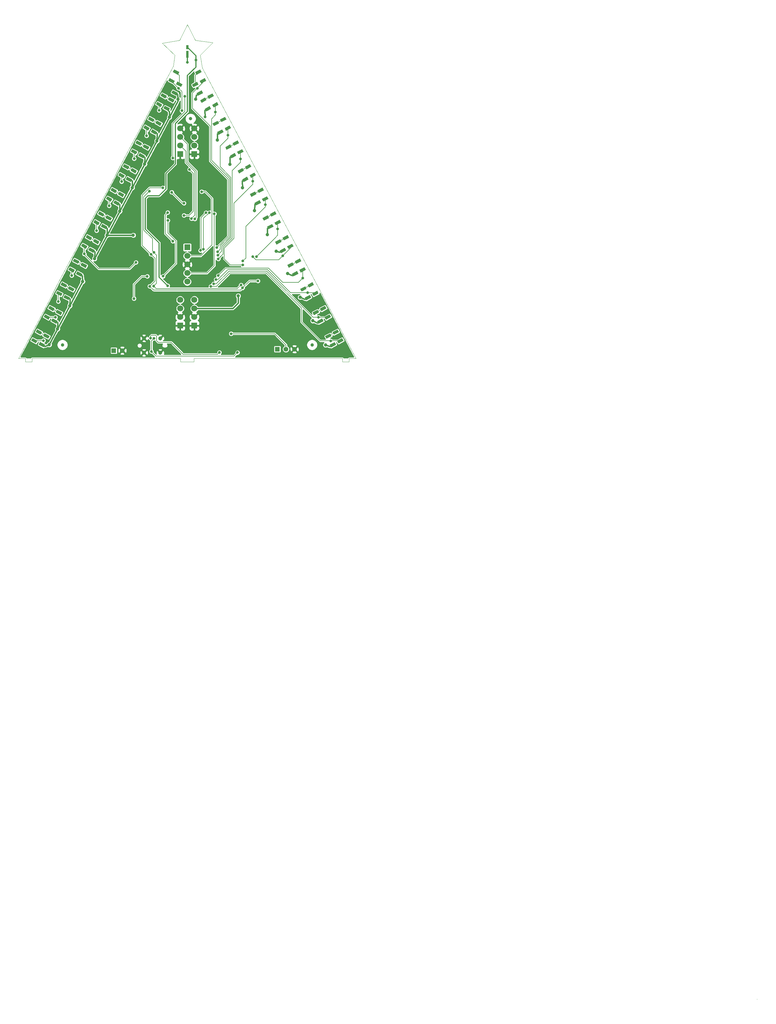
<source format=gbl>
%TF.GenerationSoftware,KiCad,Pcbnew,(5.1.6-0-10_14)*%
%TF.CreationDate,2020-10-09T22:40:52+02:00*%
%TF.ProjectId,nowae029,6e6f7761-6530-4323-992e-6b696361645f,0*%
%TF.SameCoordinates,Original*%
%TF.FileFunction,Copper,L2,Bot*%
%TF.FilePolarity,Positive*%
%FSLAX46Y46*%
G04 Gerber Fmt 4.6, Leading zero omitted, Abs format (unit mm)*
G04 Created by KiCad (PCBNEW (5.1.6-0-10_14)) date 2020-10-09 22:40:52*
%MOMM*%
%LPD*%
G01*
G04 APERTURE LIST*
%TA.AperFunction,Profile*%
%ADD10C,0.050000*%
%TD*%
%TA.AperFunction,Profile*%
%ADD11C,0.200000*%
%TD*%
%TA.AperFunction,Conductor*%
%ADD12C,1.000000*%
%TD*%
%TA.AperFunction,SMDPad,CuDef*%
%ADD13C,0.100000*%
%TD*%
%TA.AperFunction,ComponentPad*%
%ADD14C,1.200000*%
%TD*%
%TA.AperFunction,ComponentPad*%
%ADD15C,1.800000*%
%TD*%
%TA.AperFunction,ComponentPad*%
%ADD16R,1.800000X1.800000*%
%TD*%
%TA.AperFunction,ComponentPad*%
%ADD17C,1.400000*%
%TD*%
%TA.AperFunction,ComponentPad*%
%ADD18R,1.400000X1.400000*%
%TD*%
%TA.AperFunction,SMDPad,CuDef*%
%ADD19R,0.800000X2.000000*%
%TD*%
%TA.AperFunction,SMDPad,CuDef*%
%ADD20R,0.800000X1.200000*%
%TD*%
%TA.AperFunction,ViaPad*%
%ADD21C,0.800000*%
%TD*%
%TA.AperFunction,ViaPad*%
%ADD22C,1.000000*%
%TD*%
%TA.AperFunction,Conductor*%
%ADD23C,0.200000*%
%TD*%
%TA.AperFunction,Conductor*%
%ADD24C,0.400000*%
%TD*%
%TA.AperFunction,Conductor*%
%ADD25C,0.300000*%
%TD*%
%TA.AperFunction,Conductor*%
%ADD26C,0.254000*%
%TD*%
G04 APERTURE END LIST*
D10*
X95849877Y-42393418D02*
X96326817Y-39221785D01*
X107560690Y-35486081D02*
X103832837Y-39170169D01*
X102368975Y-34768100D02*
X107560690Y-35486081D01*
X96326817Y-39221785D02*
X92548651Y-35589313D01*
X92548651Y-35589313D02*
X97730000Y-34800000D01*
X95849877Y-42393418D02*
X94417635Y-45086053D01*
X94417635Y-45086053D02*
X92985389Y-47778769D01*
X92985389Y-47778769D02*
X91553138Y-50471647D01*
X91553138Y-50471647D02*
X90120876Y-53164768D01*
X90120876Y-53164768D02*
X88688601Y-55858214D01*
X88688601Y-55858214D02*
X87256309Y-58552065D01*
X87256309Y-58552065D02*
X85823997Y-61246402D01*
X85823997Y-61246402D02*
X84391662Y-63941307D01*
X84391662Y-63941307D02*
X82959301Y-66636860D01*
X82959301Y-66636860D02*
X81526909Y-69333143D01*
X81526909Y-69333143D02*
X80094484Y-72030236D01*
X80094484Y-72030236D02*
X78662023Y-74728221D01*
X78662023Y-74728221D02*
X77229522Y-77427179D01*
X77229522Y-77427179D02*
X75796977Y-80127190D01*
X75796977Y-80127190D02*
X74364387Y-82828336D01*
X74364387Y-82828336D02*
X72931746Y-85530699D01*
X72931746Y-85530699D02*
X71499052Y-88234358D01*
X71499052Y-88234358D02*
X70066301Y-90939395D01*
X70066301Y-90939395D02*
X68633491Y-93645891D01*
X68633491Y-93645891D02*
X67200617Y-96353928D01*
X67200617Y-96353928D02*
X65767678Y-99063585D01*
X65767678Y-99063585D02*
X64334668Y-101774945D01*
X64334668Y-101774945D02*
X62901585Y-104488088D01*
X62901585Y-104488088D02*
X61468426Y-107203095D01*
X61468426Y-107203095D02*
X60035186Y-109920048D01*
X60035186Y-109920048D02*
X58601864Y-112639028D01*
X58601864Y-112639028D02*
X57168456Y-115360115D01*
X57168456Y-115360115D02*
X55734957Y-118083390D01*
X55734957Y-118083390D02*
X54301366Y-120808935D01*
X54301366Y-120808935D02*
X52867678Y-123536831D01*
X52867678Y-123536831D02*
X51433890Y-126267159D01*
X51433890Y-126267159D02*
X50000000Y-129000000D01*
X103832837Y-39170169D02*
X104449243Y-42890699D01*
X100017169Y-30084255D02*
X102368975Y-34768100D01*
X104449243Y-42890699D02*
X150000000Y-129000000D01*
X97730000Y-34800000D02*
X100017169Y-30084255D01*
X148000000Y-129000000D02*
X150000000Y-129000000D01*
X148000000Y-130000000D02*
X148000000Y-129000000D01*
X146000000Y-130000000D02*
X148000000Y-130000000D01*
X146000000Y-129000000D02*
X146000000Y-130000000D01*
X102000000Y-129000000D02*
X146000000Y-129000000D01*
X102000000Y-130000000D02*
X102000000Y-129000000D01*
X98000000Y-130000000D02*
X102000000Y-130000000D01*
X98000000Y-129000000D02*
X98000000Y-130000000D01*
X54000000Y-129000000D02*
X98000000Y-129000000D01*
X54000000Y-130000000D02*
X54000000Y-129000000D01*
X52000000Y-130000000D02*
X54000000Y-130000000D01*
X52000000Y-129000000D02*
X52000000Y-130000000D01*
X50000000Y-129000000D02*
X52000000Y-129000000D01*
D11*
X268944859Y-318881889D02*
X268944859Y-318881889D01*
D12*
%TO.N,*%
%TO.C,VAL\u002A\u002A*%
X101000000Y-58000000D03*
%TD*%
%TO.N,*%
%TO.C,VAL\u002A\u002A*%
X137000000Y-125000000D03*
%TD*%
%TO.N,*%
%TO.C,VAL\u002A\u002A*%
X63000000Y-125000000D03*
%TD*%
%TA.AperFunction,SMDPad,CuDef*%
D13*
%TO.P,R616,2*%
%TO.N,+3.3V*%
G36*
X71120023Y-96163897D02*
G01*
X72621034Y-96961998D01*
X72198509Y-97756651D01*
X70697498Y-96958550D01*
X71120023Y-96163897D01*
G37*
%TD.AperFunction*%
%TA.AperFunction,SMDPad,CuDef*%
%TO.P,R616,1*%
%TO.N,Net-(DL616-Pad1)*%
G36*
X72481491Y-93603349D02*
G01*
X73982502Y-94401450D01*
X73559977Y-95196103D01*
X72058966Y-94398002D01*
X72481491Y-93603349D01*
G37*
%TD.AperFunction*%
%TD*%
%TA.AperFunction,SMDPad,CuDef*%
%TO.P,R620,2*%
%TO.N,+3.3V*%
G36*
X63730023Y-110193897D02*
G01*
X65231034Y-110991998D01*
X64808509Y-111786651D01*
X63307498Y-110988550D01*
X63730023Y-110193897D01*
G37*
%TD.AperFunction*%
%TA.AperFunction,SMDPad,CuDef*%
%TO.P,R620,1*%
%TO.N,Net-(DL620-Pad1)*%
G36*
X65091491Y-107633349D02*
G01*
X66592502Y-108431450D01*
X66169977Y-109226103D01*
X64668966Y-108428002D01*
X65091491Y-107633349D01*
G37*
%TD.AperFunction*%
%TD*%
%TA.AperFunction,SMDPad,CuDef*%
%TO.P,DL620,1*%
%TO.N,Net-(DL620-Pad1)*%
G36*
X62871491Y-106443349D02*
G01*
X64372502Y-107241450D01*
X63949977Y-108036103D01*
X62448966Y-107238002D01*
X62871491Y-106443349D01*
G37*
%TD.AperFunction*%
%TA.AperFunction,SMDPad,CuDef*%
%TO.P,DL620,2*%
%TO.N,/Branch2/B2_LINE10*%
G36*
X61510023Y-109003897D02*
G01*
X63011034Y-109801998D01*
X62588509Y-110596651D01*
X61087498Y-109798550D01*
X61510023Y-109003897D01*
G37*
%TD.AperFunction*%
%TD*%
%TA.AperFunction,SMDPad,CuDef*%
%TO.P,DL302,1*%
%TO.N,Net-(DL302-Pad1)*%
G36*
X102307498Y-44221450D02*
G01*
X103808509Y-43423349D01*
X104231034Y-44218002D01*
X102730023Y-45016103D01*
X102307498Y-44221450D01*
G37*
%TD.AperFunction*%
%TA.AperFunction,SMDPad,CuDef*%
%TO.P,DL302,2*%
%TO.N,/Branch1/B1_LINE1*%
G36*
X103668966Y-46781998D02*
G01*
X105169977Y-45983897D01*
X105592502Y-46778550D01*
X104091491Y-47576651D01*
X103668966Y-46781998D01*
G37*
%TD.AperFunction*%
%TD*%
%TA.AperFunction,SMDPad,CuDef*%
%TO.P,DL304,1*%
%TO.N,Net-(DL304-Pad1)*%
G36*
X106007498Y-51321450D02*
G01*
X107508509Y-50523349D01*
X107931034Y-51318002D01*
X106430023Y-52116103D01*
X106007498Y-51321450D01*
G37*
%TD.AperFunction*%
%TA.AperFunction,SMDPad,CuDef*%
%TO.P,DL304,2*%
%TO.N,/Branch1/B1_LINE2*%
G36*
X107368966Y-53881998D02*
G01*
X108869977Y-53083897D01*
X109292502Y-53878550D01*
X107791491Y-54676651D01*
X107368966Y-53881998D01*
G37*
%TD.AperFunction*%
%TD*%
%TA.AperFunction,SMDPad,CuDef*%
%TO.P,DL306,1*%
%TO.N,Net-(DL306-Pad1)*%
G36*
X109726764Y-58241176D02*
G01*
X111227775Y-57443075D01*
X111650300Y-58237728D01*
X110149289Y-59035829D01*
X109726764Y-58241176D01*
G37*
%TD.AperFunction*%
%TA.AperFunction,SMDPad,CuDef*%
%TO.P,DL306,2*%
%TO.N,/Branch1/B1_LINE3*%
G36*
X111088232Y-60801724D02*
G01*
X112589243Y-60003623D01*
X113011768Y-60798276D01*
X111510757Y-61596377D01*
X111088232Y-60801724D01*
G37*
%TD.AperFunction*%
%TD*%
%TA.AperFunction,SMDPad,CuDef*%
%TO.P,DL308,1*%
%TO.N,Net-(DL308-Pad1)*%
G36*
X113451761Y-65246450D02*
G01*
X114952772Y-64448349D01*
X115375297Y-65243002D01*
X113874286Y-66041103D01*
X113451761Y-65246450D01*
G37*
%TD.AperFunction*%
%TA.AperFunction,SMDPad,CuDef*%
%TO.P,DL308,2*%
%TO.N,/Branch1/B1_LINE4*%
G36*
X114813229Y-67806998D02*
G01*
X116314240Y-67008897D01*
X116736765Y-67803550D01*
X115235754Y-68601651D01*
X114813229Y-67806998D01*
G37*
%TD.AperFunction*%
%TD*%
%TA.AperFunction,SMDPad,CuDef*%
%TO.P,DL310,1*%
%TO.N,Net-(DL310-Pad1)*%
G36*
X117107498Y-72221450D02*
G01*
X118608509Y-71423349D01*
X119031034Y-72218002D01*
X117530023Y-73016103D01*
X117107498Y-72221450D01*
G37*
%TD.AperFunction*%
%TA.AperFunction,SMDPad,CuDef*%
%TO.P,DL310,2*%
%TO.N,/Branch1/B1_LINE5*%
G36*
X118468966Y-74781998D02*
G01*
X119969977Y-73983897D01*
X120392502Y-74778550D01*
X118891491Y-75576651D01*
X118468966Y-74781998D01*
G37*
%TD.AperFunction*%
%TD*%
%TA.AperFunction,SMDPad,CuDef*%
%TO.P,DL312,1*%
%TO.N,Net-(DL312-Pad1)*%
G36*
X120807498Y-79221450D02*
G01*
X122308509Y-78423349D01*
X122731034Y-79218002D01*
X121230023Y-80016103D01*
X120807498Y-79221450D01*
G37*
%TD.AperFunction*%
%TA.AperFunction,SMDPad,CuDef*%
%TO.P,DL312,2*%
%TO.N,/Branch1/B1_LINE6*%
G36*
X122168966Y-81781998D02*
G01*
X123669977Y-80983897D01*
X124092502Y-81778550D01*
X122591491Y-82576651D01*
X122168966Y-81781998D01*
G37*
%TD.AperFunction*%
%TD*%
%TA.AperFunction,SMDPad,CuDef*%
%TO.P,DL314,1*%
%TO.N,Net-(DL314-Pad1)*%
G36*
X124507498Y-86221450D02*
G01*
X126008509Y-85423349D01*
X126431034Y-86218002D01*
X124930023Y-87016103D01*
X124507498Y-86221450D01*
G37*
%TD.AperFunction*%
%TA.AperFunction,SMDPad,CuDef*%
%TO.P,DL314,2*%
%TO.N,/Branch1/B1_LINE7*%
G36*
X125868966Y-88781998D02*
G01*
X127369977Y-87983897D01*
X127792502Y-88778550D01*
X126291491Y-89576651D01*
X125868966Y-88781998D01*
G37*
%TD.AperFunction*%
%TD*%
%TA.AperFunction,SMDPad,CuDef*%
%TO.P,DL316,1*%
%TO.N,Net-(DL316-Pad1)*%
G36*
X128257498Y-93271450D02*
G01*
X129758509Y-92473349D01*
X130181034Y-93268002D01*
X128680023Y-94066103D01*
X128257498Y-93271450D01*
G37*
%TD.AperFunction*%
%TA.AperFunction,SMDPad,CuDef*%
%TO.P,DL316,2*%
%TO.N,/Branch1/B1_LINE8*%
G36*
X129618966Y-95831998D02*
G01*
X131119977Y-95033897D01*
X131542502Y-95828550D01*
X130041491Y-96626651D01*
X129618966Y-95831998D01*
G37*
%TD.AperFunction*%
%TD*%
%TA.AperFunction,SMDPad,CuDef*%
%TO.P,DL318,1*%
%TO.N,Net-(DL318-Pad1)*%
G36*
X131907498Y-100221450D02*
G01*
X133408509Y-99423349D01*
X133831034Y-100218002D01*
X132330023Y-101016103D01*
X131907498Y-100221450D01*
G37*
%TD.AperFunction*%
%TA.AperFunction,SMDPad,CuDef*%
%TO.P,DL318,2*%
%TO.N,/Branch1/B1_LINE9*%
G36*
X133268966Y-102781998D02*
G01*
X134769977Y-101983897D01*
X135192502Y-102778550D01*
X133691491Y-103576651D01*
X133268966Y-102781998D01*
G37*
%TD.AperFunction*%
%TD*%
%TA.AperFunction,SMDPad,CuDef*%
%TO.P,DL320,1*%
%TO.N,Net-(DL320-Pad1)*%
G36*
X135657498Y-107221450D02*
G01*
X137158509Y-106423349D01*
X137581034Y-107218002D01*
X136080023Y-108016103D01*
X135657498Y-107221450D01*
G37*
%TD.AperFunction*%
%TA.AperFunction,SMDPad,CuDef*%
%TO.P,DL320,2*%
%TO.N,/Branch1/B1_LINE10*%
G36*
X137018966Y-109781998D02*
G01*
X138519977Y-108983897D01*
X138942502Y-109778550D01*
X137441491Y-110576651D01*
X137018966Y-109781998D01*
G37*
%TD.AperFunction*%
%TD*%
%TA.AperFunction,SMDPad,CuDef*%
%TO.P,DL322,1*%
%TO.N,Net-(DL322-Pad1)*%
G36*
X139357498Y-114221450D02*
G01*
X140858509Y-113423349D01*
X141281034Y-114218002D01*
X139780023Y-115016103D01*
X139357498Y-114221450D01*
G37*
%TD.AperFunction*%
%TA.AperFunction,SMDPad,CuDef*%
%TO.P,DL322,2*%
%TO.N,/Branch1/B1_LINE11*%
G36*
X140718966Y-116781998D02*
G01*
X142219977Y-115983897D01*
X142642502Y-116778550D01*
X141141491Y-117576651D01*
X140718966Y-116781998D01*
G37*
%TD.AperFunction*%
%TD*%
%TA.AperFunction,SMDPad,CuDef*%
%TO.P,DL324,1*%
%TO.N,Net-(DL324-Pad1)*%
G36*
X143057498Y-121221450D02*
G01*
X144558509Y-120423349D01*
X144981034Y-121218002D01*
X143480023Y-122016103D01*
X143057498Y-121221450D01*
G37*
%TD.AperFunction*%
%TA.AperFunction,SMDPad,CuDef*%
%TO.P,DL324,2*%
%TO.N,/Branch1/B1_LINE12*%
G36*
X144418966Y-123781998D02*
G01*
X145919977Y-122983897D01*
X146342502Y-123778550D01*
X144841491Y-124576651D01*
X144418966Y-123781998D01*
G37*
%TD.AperFunction*%
%TD*%
%TA.AperFunction,SMDPad,CuDef*%
%TO.P,DL602,1*%
%TO.N,Net-(DL602-Pad1)*%
G36*
X96182225Y-43413075D02*
G01*
X97683236Y-44211176D01*
X97260711Y-45005829D01*
X95759700Y-44207728D01*
X96182225Y-43413075D01*
G37*
%TD.AperFunction*%
%TA.AperFunction,SMDPad,CuDef*%
%TO.P,DL602,2*%
%TO.N,/Branch2/B2_LINE1*%
G36*
X94820757Y-45973623D02*
G01*
X96321768Y-46771724D01*
X95899243Y-47566377D01*
X94398232Y-46768276D01*
X94820757Y-45973623D01*
G37*
%TD.AperFunction*%
%TD*%
%TA.AperFunction,SMDPad,CuDef*%
%TO.P,DL604,1*%
%TO.N,Net-(DL604-Pad1)*%
G36*
X92481491Y-50433349D02*
G01*
X93982502Y-51231450D01*
X93559977Y-52026103D01*
X92058966Y-51228002D01*
X92481491Y-50433349D01*
G37*
%TD.AperFunction*%
%TA.AperFunction,SMDPad,CuDef*%
%TO.P,DL604,2*%
%TO.N,/Branch2/B2_LINE2*%
G36*
X91120023Y-52993897D02*
G01*
X92621034Y-53791998D01*
X92198509Y-54586651D01*
X90697498Y-53788550D01*
X91120023Y-52993897D01*
G37*
%TD.AperFunction*%
%TD*%
%TA.AperFunction,SMDPad,CuDef*%
%TO.P,DL606,1*%
%TO.N,Net-(DL606-Pad1)*%
G36*
X88762225Y-57403075D02*
G01*
X90263236Y-58201176D01*
X89840711Y-58995829D01*
X88339700Y-58197728D01*
X88762225Y-57403075D01*
G37*
%TD.AperFunction*%
%TA.AperFunction,SMDPad,CuDef*%
%TO.P,DL606,2*%
%TO.N,/Branch2/B2_LINE3*%
G36*
X87400757Y-59963623D02*
G01*
X88901768Y-60761724D01*
X88479243Y-61556377D01*
X86978232Y-60758276D01*
X87400757Y-59963623D01*
G37*
%TD.AperFunction*%
%TD*%
%TA.AperFunction,SMDPad,CuDef*%
%TO.P,DL608,1*%
%TO.N,Net-(DL608-Pad1)*%
G36*
X85071491Y-64453349D02*
G01*
X86572502Y-65251450D01*
X86149977Y-66046103D01*
X84648966Y-65248002D01*
X85071491Y-64453349D01*
G37*
%TD.AperFunction*%
%TA.AperFunction,SMDPad,CuDef*%
%TO.P,DL608,2*%
%TO.N,/Branch2/B2_LINE4*%
G36*
X83710023Y-67013897D02*
G01*
X85211034Y-67811998D01*
X84788509Y-68606651D01*
X83287498Y-67808550D01*
X83710023Y-67013897D01*
G37*
%TD.AperFunction*%
%TD*%
%TA.AperFunction,SMDPad,CuDef*%
%TO.P,DL610,1*%
%TO.N,Net-(DL610-Pad1)*%
G36*
X81341491Y-71433349D02*
G01*
X82842502Y-72231450D01*
X82419977Y-73026103D01*
X80918966Y-72228002D01*
X81341491Y-71433349D01*
G37*
%TD.AperFunction*%
%TA.AperFunction,SMDPad,CuDef*%
%TO.P,DL610,2*%
%TO.N,/Branch2/B2_LINE5*%
G36*
X79980023Y-73993897D02*
G01*
X81481034Y-74791998D01*
X81058509Y-75586651D01*
X79557498Y-74788550D01*
X79980023Y-73993897D01*
G37*
%TD.AperFunction*%
%TD*%
%TA.AperFunction,SMDPad,CuDef*%
%TO.P,DL612,1*%
%TO.N,Net-(DL612-Pad1)*%
G36*
X77661491Y-78453349D02*
G01*
X79162502Y-79251450D01*
X78739977Y-80046103D01*
X77238966Y-79248002D01*
X77661491Y-78453349D01*
G37*
%TD.AperFunction*%
%TA.AperFunction,SMDPad,CuDef*%
%TO.P,DL612,2*%
%TO.N,/Branch2/B2_LINE6*%
G36*
X76300023Y-81013897D02*
G01*
X77801034Y-81811998D01*
X77378509Y-82606651D01*
X75877498Y-81808550D01*
X76300023Y-81013897D01*
G37*
%TD.AperFunction*%
%TD*%
%TA.AperFunction,SMDPad,CuDef*%
%TO.P,DL614,1*%
%TO.N,Net-(DL614-Pad1)*%
G36*
X73941491Y-85433349D02*
G01*
X75442502Y-86231450D01*
X75019977Y-87026103D01*
X73518966Y-86228002D01*
X73941491Y-85433349D01*
G37*
%TD.AperFunction*%
%TA.AperFunction,SMDPad,CuDef*%
%TO.P,DL614,2*%
%TO.N,/Branch2/B2_LINE7*%
G36*
X72580023Y-87993897D02*
G01*
X74081034Y-88791998D01*
X73658509Y-89586651D01*
X72157498Y-88788550D01*
X72580023Y-87993897D01*
G37*
%TD.AperFunction*%
%TD*%
%TA.AperFunction,SMDPad,CuDef*%
%TO.P,DL616,1*%
%TO.N,Net-(DL616-Pad1)*%
G36*
X70291491Y-92423349D02*
G01*
X71792502Y-93221450D01*
X71369977Y-94016103D01*
X69868966Y-93218002D01*
X70291491Y-92423349D01*
G37*
%TD.AperFunction*%
%TA.AperFunction,SMDPad,CuDef*%
%TO.P,DL616,2*%
%TO.N,/Branch2/B2_LINE8*%
G36*
X68930023Y-94983897D02*
G01*
X70431034Y-95781998D01*
X70008509Y-96576651D01*
X68507498Y-95778550D01*
X68930023Y-94983897D01*
G37*
%TD.AperFunction*%
%TD*%
%TA.AperFunction,SMDPad,CuDef*%
%TO.P,DL618,1*%
%TO.N,Net-(DL618-Pad1)*%
G36*
X66551491Y-99433349D02*
G01*
X68052502Y-100231450D01*
X67629977Y-101026103D01*
X66128966Y-100228002D01*
X66551491Y-99433349D01*
G37*
%TD.AperFunction*%
%TA.AperFunction,SMDPad,CuDef*%
%TO.P,DL618,2*%
%TO.N,/Branch2/B2_LINE9*%
G36*
X65190023Y-101993897D02*
G01*
X66691034Y-102791998D01*
X66268509Y-103586651D01*
X64767498Y-102788550D01*
X65190023Y-101993897D01*
G37*
%TD.AperFunction*%
%TD*%
%TA.AperFunction,SMDPad,CuDef*%
%TO.P,DL622,1*%
%TO.N,Net-(DL622-Pad1)*%
G36*
X59207228Y-113418349D02*
G01*
X60708239Y-114216450D01*
X60285714Y-115011103D01*
X58784703Y-114213002D01*
X59207228Y-113418349D01*
G37*
%TD.AperFunction*%
%TA.AperFunction,SMDPad,CuDef*%
%TO.P,DL622,2*%
%TO.N,/Branch2/B2_LINE11*%
G36*
X57845760Y-115978897D02*
G01*
X59346771Y-116776998D01*
X58924246Y-117571651D01*
X57423235Y-116773550D01*
X57845760Y-115978897D01*
G37*
%TD.AperFunction*%
%TD*%
%TA.AperFunction,SMDPad,CuDef*%
%TO.P,DL624,1*%
%TO.N,Net-(DL624-Pad1)*%
G36*
X55481491Y-120403349D02*
G01*
X56982502Y-121201450D01*
X56559977Y-121996103D01*
X55058966Y-121198002D01*
X55481491Y-120403349D01*
G37*
%TD.AperFunction*%
%TA.AperFunction,SMDPad,CuDef*%
%TO.P,DL624,2*%
%TO.N,/Branch2/B2_LINE12*%
G36*
X54120023Y-122963897D02*
G01*
X55621034Y-123761998D01*
X55198509Y-124556651D01*
X53697498Y-123758550D01*
X54120023Y-122963897D01*
G37*
%TD.AperFunction*%
%TD*%
D14*
%TO.P,P501,S1*%
%TO.N,GND*%
X87200000Y-123050000D03*
X87200000Y-127350000D03*
X92000000Y-127350000D03*
X92000000Y-123050000D03*
%TD*%
%TA.AperFunction,SMDPad,CuDef*%
D13*
%TO.P,R302,2*%
%TO.N,+3.3V*%
G36*
X102768966Y-50431998D02*
G01*
X104269977Y-49633897D01*
X104692502Y-50428550D01*
X103191491Y-51226651D01*
X102768966Y-50431998D01*
G37*
%TD.AperFunction*%
%TA.AperFunction,SMDPad,CuDef*%
%TO.P,R302,1*%
%TO.N,Net-(DL302-Pad1)*%
G36*
X101407498Y-47871450D02*
G01*
X102908509Y-47073349D01*
X103331034Y-47868002D01*
X101830023Y-48666103D01*
X101407498Y-47871450D01*
G37*
%TD.AperFunction*%
%TD*%
%TA.AperFunction,SMDPad,CuDef*%
%TO.P,R304,2*%
%TO.N,+3.3V*%
G36*
X105168966Y-55081998D02*
G01*
X106669977Y-54283897D01*
X107092502Y-55078550D01*
X105591491Y-55876651D01*
X105168966Y-55081998D01*
G37*
%TD.AperFunction*%
%TA.AperFunction,SMDPad,CuDef*%
%TO.P,R304,1*%
%TO.N,Net-(DL304-Pad1)*%
G36*
X103807498Y-52521450D02*
G01*
X105308509Y-51723349D01*
X105731034Y-52518002D01*
X104230023Y-53316103D01*
X103807498Y-52521450D01*
G37*
%TD.AperFunction*%
%TD*%
%TA.AperFunction,SMDPad,CuDef*%
%TO.P,R306,2*%
%TO.N,+3.3V*%
G36*
X108868966Y-61981998D02*
G01*
X110369977Y-61183897D01*
X110792502Y-61978550D01*
X109291491Y-62776651D01*
X108868966Y-61981998D01*
G37*
%TD.AperFunction*%
%TA.AperFunction,SMDPad,CuDef*%
%TO.P,R306,1*%
%TO.N,Net-(DL306-Pad1)*%
G36*
X107507498Y-59421450D02*
G01*
X109008509Y-58623349D01*
X109431034Y-59418002D01*
X107930023Y-60216103D01*
X107507498Y-59421450D01*
G37*
%TD.AperFunction*%
%TD*%
%TA.AperFunction,SMDPad,CuDef*%
%TO.P,R308,2*%
%TO.N,+3.3V*%
G36*
X112618966Y-68981998D02*
G01*
X114119977Y-68183897D01*
X114542502Y-68978550D01*
X113041491Y-69776651D01*
X112618966Y-68981998D01*
G37*
%TD.AperFunction*%
%TA.AperFunction,SMDPad,CuDef*%
%TO.P,R308,1*%
%TO.N,Net-(DL308-Pad1)*%
G36*
X111257498Y-66421450D02*
G01*
X112758509Y-65623349D01*
X113181034Y-66418002D01*
X111680023Y-67216103D01*
X111257498Y-66421450D01*
G37*
%TD.AperFunction*%
%TD*%
%TA.AperFunction,SMDPad,CuDef*%
%TO.P,R310,2*%
%TO.N,+3.3V*%
G36*
X116268966Y-75981998D02*
G01*
X117769977Y-75183897D01*
X118192502Y-75978550D01*
X116691491Y-76776651D01*
X116268966Y-75981998D01*
G37*
%TD.AperFunction*%
%TA.AperFunction,SMDPad,CuDef*%
%TO.P,R310,1*%
%TO.N,Net-(DL310-Pad1)*%
G36*
X114907498Y-73421450D02*
G01*
X116408509Y-72623349D01*
X116831034Y-73418002D01*
X115330023Y-74216103D01*
X114907498Y-73421450D01*
G37*
%TD.AperFunction*%
%TD*%
%TA.AperFunction,SMDPad,CuDef*%
%TO.P,R312,2*%
%TO.N,+3.3V*%
G36*
X119968966Y-82931998D02*
G01*
X121469977Y-82133897D01*
X121892502Y-82928550D01*
X120391491Y-83726651D01*
X119968966Y-82931998D01*
G37*
%TD.AperFunction*%
%TA.AperFunction,SMDPad,CuDef*%
%TO.P,R312,1*%
%TO.N,Net-(DL312-Pad1)*%
G36*
X118607498Y-80371450D02*
G01*
X120108509Y-79573349D01*
X120531034Y-80368002D01*
X119030023Y-81166103D01*
X118607498Y-80371450D01*
G37*
%TD.AperFunction*%
%TD*%
%TA.AperFunction,SMDPad,CuDef*%
%TO.P,R314,2*%
%TO.N,+3.3V*%
G36*
X123668966Y-89981998D02*
G01*
X125169977Y-89183897D01*
X125592502Y-89978550D01*
X124091491Y-90776651D01*
X123668966Y-89981998D01*
G37*
%TD.AperFunction*%
%TA.AperFunction,SMDPad,CuDef*%
%TO.P,R314,1*%
%TO.N,Net-(DL314-Pad1)*%
G36*
X122307498Y-87421450D02*
G01*
X123808509Y-86623349D01*
X124231034Y-87418002D01*
X122730023Y-88216103D01*
X122307498Y-87421450D01*
G37*
%TD.AperFunction*%
%TD*%
%TA.AperFunction,SMDPad,CuDef*%
%TO.P,R316,2*%
%TO.N,+3.3V*%
G36*
X127424703Y-97056998D02*
G01*
X128925714Y-96258897D01*
X129348239Y-97053550D01*
X127847228Y-97851651D01*
X127424703Y-97056998D01*
G37*
%TD.AperFunction*%
%TA.AperFunction,SMDPad,CuDef*%
%TO.P,R316,1*%
%TO.N,Net-(DL316-Pad1)*%
G36*
X126063235Y-94496450D02*
G01*
X127564246Y-93698349D01*
X127986771Y-94493002D01*
X126485760Y-95291103D01*
X126063235Y-94496450D01*
G37*
%TD.AperFunction*%
%TD*%
%TA.AperFunction,SMDPad,CuDef*%
%TO.P,R318,2*%
%TO.N,+3.3V*%
G36*
X131068966Y-103931998D02*
G01*
X132569977Y-103133897D01*
X132992502Y-103928550D01*
X131491491Y-104726651D01*
X131068966Y-103931998D01*
G37*
%TD.AperFunction*%
%TA.AperFunction,SMDPad,CuDef*%
%TO.P,R318,1*%
%TO.N,Net-(DL318-Pad1)*%
G36*
X129707498Y-101371450D02*
G01*
X131208509Y-100573349D01*
X131631034Y-101368002D01*
X130130023Y-102166103D01*
X129707498Y-101371450D01*
G37*
%TD.AperFunction*%
%TD*%
%TA.AperFunction,SMDPad,CuDef*%
%TO.P,R320,2*%
%TO.N,+3.3V*%
G36*
X134824703Y-111006998D02*
G01*
X136325714Y-110208897D01*
X136748239Y-111003550D01*
X135247228Y-111801651D01*
X134824703Y-111006998D01*
G37*
%TD.AperFunction*%
%TA.AperFunction,SMDPad,CuDef*%
%TO.P,R320,1*%
%TO.N,Net-(DL320-Pad1)*%
G36*
X133463235Y-108446450D02*
G01*
X134964246Y-107648349D01*
X135386771Y-108443002D01*
X133885760Y-109241103D01*
X133463235Y-108446450D01*
G37*
%TD.AperFunction*%
%TD*%
%TA.AperFunction,SMDPad,CuDef*%
%TO.P,R322,2*%
%TO.N,+3.3V*%
G36*
X138518966Y-117981998D02*
G01*
X140019977Y-117183897D01*
X140442502Y-117978550D01*
X138941491Y-118776651D01*
X138518966Y-117981998D01*
G37*
%TD.AperFunction*%
%TA.AperFunction,SMDPad,CuDef*%
%TO.P,R322,1*%
%TO.N,Net-(DL322-Pad1)*%
G36*
X137157498Y-115421450D02*
G01*
X138658509Y-114623349D01*
X139081034Y-115418002D01*
X137580023Y-116216103D01*
X137157498Y-115421450D01*
G37*
%TD.AperFunction*%
%TD*%
%TA.AperFunction,SMDPad,CuDef*%
%TO.P,R324,2*%
%TO.N,+3.3V*%
G36*
X142218966Y-124981998D02*
G01*
X143719977Y-124183897D01*
X144142502Y-124978550D01*
X142641491Y-125776651D01*
X142218966Y-124981998D01*
G37*
%TD.AperFunction*%
%TA.AperFunction,SMDPad,CuDef*%
%TO.P,R324,1*%
%TO.N,Net-(DL324-Pad1)*%
G36*
X140857498Y-122421450D02*
G01*
X142358509Y-121623349D01*
X142781034Y-122418002D01*
X141280023Y-123216103D01*
X140857498Y-122421450D01*
G37*
%TD.AperFunction*%
%TD*%
%TA.AperFunction,SMDPad,CuDef*%
%TO.P,R602,2*%
%TO.N,+3.3V*%
G36*
X95750757Y-49573623D02*
G01*
X97251768Y-50371724D01*
X96829243Y-51166377D01*
X95328232Y-50368276D01*
X95750757Y-49573623D01*
G37*
%TD.AperFunction*%
%TA.AperFunction,SMDPad,CuDef*%
%TO.P,R602,1*%
%TO.N,Net-(DL602-Pad1)*%
G36*
X97112225Y-47013075D02*
G01*
X98613236Y-47811176D01*
X98190711Y-48605829D01*
X96689700Y-47807728D01*
X97112225Y-47013075D01*
G37*
%TD.AperFunction*%
%TD*%
%TA.AperFunction,SMDPad,CuDef*%
%TO.P,R604,2*%
%TO.N,+3.3V*%
G36*
X93340023Y-54173897D02*
G01*
X94841034Y-54971998D01*
X94418509Y-55766651D01*
X92917498Y-54968550D01*
X93340023Y-54173897D01*
G37*
%TD.AperFunction*%
%TA.AperFunction,SMDPad,CuDef*%
%TO.P,R604,1*%
%TO.N,Net-(DL604-Pad1)*%
G36*
X94701491Y-51613349D02*
G01*
X96202502Y-52411450D01*
X95779977Y-53206103D01*
X94278966Y-52408002D01*
X94701491Y-51613349D01*
G37*
%TD.AperFunction*%
%TD*%
%TA.AperFunction,SMDPad,CuDef*%
%TO.P,R606,2*%
%TO.N,+3.3V*%
G36*
X89590023Y-61133897D02*
G01*
X91091034Y-61931998D01*
X90668509Y-62726651D01*
X89167498Y-61928550D01*
X89590023Y-61133897D01*
G37*
%TD.AperFunction*%
%TA.AperFunction,SMDPad,CuDef*%
%TO.P,R606,1*%
%TO.N,Net-(DL606-Pad1)*%
G36*
X90951491Y-58573349D02*
G01*
X92452502Y-59371450D01*
X92029977Y-60166103D01*
X90528966Y-59368002D01*
X90951491Y-58573349D01*
G37*
%TD.AperFunction*%
%TD*%
%TA.AperFunction,SMDPad,CuDef*%
%TO.P,R608,2*%
%TO.N,+3.3V*%
G36*
X85920023Y-68163897D02*
G01*
X87421034Y-68961998D01*
X86998509Y-69756651D01*
X85497498Y-68958550D01*
X85920023Y-68163897D01*
G37*
%TD.AperFunction*%
%TA.AperFunction,SMDPad,CuDef*%
%TO.P,R608,1*%
%TO.N,Net-(DL608-Pad1)*%
G36*
X87281491Y-65603349D02*
G01*
X88782502Y-66401450D01*
X88359977Y-67196103D01*
X86858966Y-66398002D01*
X87281491Y-65603349D01*
G37*
%TD.AperFunction*%
%TD*%
%TA.AperFunction,SMDPad,CuDef*%
%TO.P,R610,2*%
%TO.N,+3.3V*%
G36*
X82210023Y-75193897D02*
G01*
X83711034Y-75991998D01*
X83288509Y-76786651D01*
X81787498Y-75988550D01*
X82210023Y-75193897D01*
G37*
%TD.AperFunction*%
%TA.AperFunction,SMDPad,CuDef*%
%TO.P,R610,1*%
%TO.N,Net-(DL610-Pad1)*%
G36*
X83571491Y-72633349D02*
G01*
X85072502Y-73431450D01*
X84649977Y-74226103D01*
X83148966Y-73428002D01*
X83571491Y-72633349D01*
G37*
%TD.AperFunction*%
%TD*%
%TA.AperFunction,SMDPad,CuDef*%
%TO.P,R612,2*%
%TO.N,+3.3V*%
G36*
X78494286Y-82198897D02*
G01*
X79995297Y-82996998D01*
X79572772Y-83791651D01*
X78071761Y-82993550D01*
X78494286Y-82198897D01*
G37*
%TD.AperFunction*%
%TA.AperFunction,SMDPad,CuDef*%
%TO.P,R612,1*%
%TO.N,Net-(DL612-Pad1)*%
G36*
X79855754Y-79638349D02*
G01*
X81356765Y-80436450D01*
X80934240Y-81231103D01*
X79433229Y-80433002D01*
X79855754Y-79638349D01*
G37*
%TD.AperFunction*%
%TD*%
%TA.AperFunction,SMDPad,CuDef*%
%TO.P,R614,2*%
%TO.N,+3.3V*%
G36*
X74790023Y-89173897D02*
G01*
X76291034Y-89971998D01*
X75868509Y-90766651D01*
X74367498Y-89968550D01*
X74790023Y-89173897D01*
G37*
%TD.AperFunction*%
%TA.AperFunction,SMDPad,CuDef*%
%TO.P,R614,1*%
%TO.N,Net-(DL614-Pad1)*%
G36*
X76151491Y-86613349D02*
G01*
X77652502Y-87411450D01*
X77229977Y-88206103D01*
X75728966Y-87408002D01*
X76151491Y-86613349D01*
G37*
%TD.AperFunction*%
%TD*%
%TA.AperFunction,SMDPad,CuDef*%
%TO.P,R618,2*%
%TO.N,+3.3V*%
G36*
X67430023Y-103213897D02*
G01*
X68931034Y-104011998D01*
X68508509Y-104806651D01*
X67007498Y-104008550D01*
X67430023Y-103213897D01*
G37*
%TD.AperFunction*%
%TA.AperFunction,SMDPad,CuDef*%
%TO.P,R618,1*%
%TO.N,Net-(DL618-Pad1)*%
G36*
X68791491Y-100653349D02*
G01*
X70292502Y-101451450D01*
X69869977Y-102246103D01*
X68368966Y-101448002D01*
X68791491Y-100653349D01*
G37*
%TD.AperFunction*%
%TD*%
%TA.AperFunction,SMDPad,CuDef*%
%TO.P,R622,2*%
%TO.N,+3.3V*%
G36*
X60100023Y-117163897D02*
G01*
X61601034Y-117961998D01*
X61178509Y-118756651D01*
X59677498Y-117958550D01*
X60100023Y-117163897D01*
G37*
%TD.AperFunction*%
%TA.AperFunction,SMDPad,CuDef*%
%TO.P,R622,1*%
%TO.N,Net-(DL622-Pad1)*%
G36*
X61461491Y-114603349D02*
G01*
X62962502Y-115401450D01*
X62539977Y-116196103D01*
X61038966Y-115398002D01*
X61461491Y-114603349D01*
G37*
%TD.AperFunction*%
%TD*%
%TA.AperFunction,SMDPad,CuDef*%
%TO.P,R624,2*%
%TO.N,+3.3V*%
G36*
X56340023Y-124143897D02*
G01*
X57841034Y-124941998D01*
X57418509Y-125736651D01*
X55917498Y-124938550D01*
X56340023Y-124143897D01*
G37*
%TD.AperFunction*%
%TA.AperFunction,SMDPad,CuDef*%
%TO.P,R624,1*%
%TO.N,Net-(DL624-Pad1)*%
G36*
X57701491Y-121583349D02*
G01*
X59202502Y-122381450D01*
X58779977Y-123176103D01*
X57278966Y-122378002D01*
X57701491Y-121583349D01*
G37*
%TD.AperFunction*%
%TD*%
D15*
%TO.P,P101,2*%
%TO.N,/B_EXT_SDA*%
X97900000Y-65970000D03*
%TO.P,P101,3*%
%TO.N,/B_EXT_SCL*%
X97900000Y-63430000D03*
D16*
%TO.P,P101,1*%
%TO.N,GND*%
X97900000Y-68510000D03*
D15*
%TO.P,P101,4*%
X97900000Y-60890000D03*
%TD*%
%TO.P,P102,2*%
%TO.N,GND*%
X102100000Y-116770000D03*
%TO.P,P102,3*%
%TO.N,+3.3V*%
X102100000Y-114230000D03*
D16*
%TO.P,P102,1*%
%TO.N,GND*%
X102100000Y-119310000D03*
D15*
%TO.P,P102,4*%
%TO.N,+3.3V*%
X102100000Y-111690000D03*
%TD*%
%TO.P,P103,4*%
%TO.N,GND*%
X102100000Y-60890000D03*
D16*
%TO.P,P103,1*%
X102100000Y-68510000D03*
D15*
%TO.P,P103,3*%
%TO.N,/B_EXT_SCL*%
X102100000Y-63430000D03*
%TO.P,P103,2*%
%TO.N,/B_EXT_SDA*%
X102100000Y-65970000D03*
%TD*%
%TO.P,P104,4*%
%TO.N,+3.3V*%
X97900000Y-111690000D03*
D16*
%TO.P,P104,1*%
%TO.N,GND*%
X97900000Y-119310000D03*
D15*
%TO.P,P104,3*%
%TO.N,+3.3V*%
X97900000Y-114230000D03*
%TO.P,P104,2*%
%TO.N,GND*%
X97900000Y-116770000D03*
%TD*%
D17*
%TO.P,P401,2*%
%TO.N,GND*%
X80770000Y-126700000D03*
D18*
%TO.P,P401,1*%
%TO.N,Net-(D402-Pad1)*%
X78230000Y-126700000D03*
%TD*%
D15*
%TO.P,P201,2*%
%TO.N,/Microcontroller/SWCLK*%
X100000000Y-98660000D03*
%TO.P,P201,3*%
%TO.N,GND*%
X100000000Y-101200000D03*
D16*
%TO.P,P201,1*%
%TO.N,/Microcontroller/VDD_MCU*%
X100000000Y-96120000D03*
D15*
%TO.P,P201,4*%
%TO.N,/Microcontroller/SWDIO*%
X100000000Y-103740000D03*
%TO.P,P201,5*%
%TO.N,/Microcontroller/RESET*%
X100000000Y-106280000D03*
%TD*%
D19*
%TO.P,DL702,1*%
%TO.N,Net-(DL701-Pad1)*%
X100020000Y-38970000D03*
D20*
%TO.P,DL702,2*%
%TO.N,+VDD*%
X100020000Y-36820000D03*
%TD*%
D17*
%TO.P,P502,2*%
%TO.N,/Communication/COMM_RX*%
X129248000Y-126266000D03*
D18*
%TO.P,P502,1*%
%TO.N,/Communication/COMM_TX*%
X126708000Y-126266000D03*
D17*
%TO.P,P502,3*%
%TO.N,GND*%
X131788000Y-126266000D03*
%TD*%
D21*
%TO.N,GND*%
X82290000Y-98155000D03*
X82000000Y-113240000D03*
D22*
X83330000Y-110040000D03*
D21*
X88520000Y-83620000D03*
D22*
X94250000Y-119350000D03*
D21*
X96040000Y-104610000D03*
X97100000Y-87130000D03*
X102250000Y-91510000D03*
X108640000Y-83060000D03*
X98830000Y-78680000D03*
X110940000Y-101325000D03*
X110480000Y-110775000D03*
X100970000Y-47150000D03*
%TO.N,/Microcontroller/RESET*%
X94210000Y-85800000D03*
X95710018Y-94309982D03*
D22*
%TO.N,+3.3V*%
X72530000Y-99470000D03*
X68980000Y-106220000D03*
X79997144Y-85377144D03*
X83660000Y-78450000D03*
X87354932Y-71484932D03*
X91010000Y-64580000D03*
X94710000Y-57580000D03*
X97221111Y-52208889D03*
X76209773Y-92539773D03*
X59090000Y-124930000D03*
X61540000Y-120310000D03*
X65169238Y-113429238D03*
X83990000Y-92530000D03*
D21*
X105257670Y-57462330D03*
D22*
X116370000Y-78480000D03*
X119950001Y-85249999D03*
X141000000Y-125040000D03*
X137212579Y-117867421D03*
X133520000Y-110900000D03*
X129798981Y-103848981D03*
X126333648Y-97296352D03*
X123708777Y-92361223D03*
X112693760Y-71526240D03*
X108919792Y-64350208D03*
X102470000Y-52190000D03*
X115116459Y-110467480D03*
D21*
%TO.N,/Branch1/B1_LINE1*%
X108800000Y-96150000D03*
X103010000Y-48970000D03*
%TO.N,/Branch1/B1_LINE2*%
X109050000Y-97400000D03*
X108320000Y-56030000D03*
%TO.N,/Branch1/B1_LINE3*%
X109080025Y-98419975D03*
X112050000Y-62880000D03*
%TO.N,/Branch1/B1_LINE4*%
X109210050Y-99539950D03*
X115780000Y-69960000D03*
%TO.N,/Branch1/B1_LINE5*%
X116450000Y-101300000D03*
X119430734Y-76559266D03*
%TO.N,/Branch1/B1_LINE6*%
X116500000Y-100150000D03*
X123130734Y-83460734D03*
%TO.N,/Branch1/B1_LINE7*%
X120510000Y-98840000D03*
X126830000Y-90630000D03*
%TO.N,/Branch1/B1_LINE8*%
X119440018Y-98840018D03*
X128310000Y-98600000D03*
%TO.N,/Branch1/B1_LINE9*%
X109200000Y-104500000D03*
X134230734Y-105219266D03*
%TO.N,/Branch1/B1_LINE10*%
X108500000Y-105650000D03*
X135650000Y-109550000D03*
%TO.N,/Branch1/B1_LINE11*%
X107800000Y-106950000D03*
X138880000Y-116840000D03*
%TO.N,/Branch1/B1_LINE12*%
X106980000Y-107670000D03*
X142500000Y-123810000D03*
%TO.N,/Branch2/B2_LINE1*%
X97380000Y-48970000D03*
X98390000Y-55590000D03*
%TO.N,/Branch2/B2_LINE2*%
X91640000Y-55530000D03*
%TO.N,/Branch2/B2_LINE3*%
X87940000Y-63060000D03*
%TO.N,/Branch2/B2_LINE4*%
X84249266Y-69819266D03*
%TO.N,/Branch2/B2_LINE5*%
X80529266Y-76649266D03*
%TO.N,/Branch2/B2_LINE6*%
X76834266Y-83784266D03*
%TO.N,/Branch2/B2_LINE7*%
X73100000Y-91160000D03*
%TO.N,/Branch2/B2_LINE8*%
X69500000Y-98070000D03*
X84810000Y-100550000D03*
%TO.N,/Branch2/B2_LINE9*%
X65729266Y-104469266D03*
%TO.N,/Branch2/B2_LINE10*%
X61760000Y-112170000D03*
%TO.N,/Branch2/B2_LINE11*%
X60910000Y-116830000D03*
%TO.N,/Branch2/B2_LINE12*%
X57360000Y-123730000D03*
%TO.N,Net-(P501-PadA6)*%
X109520000Y-127230000D03*
X89113836Y-122982357D03*
%TO.N,Net-(P501-PadA7)*%
X89357092Y-126947358D03*
X114890000Y-127280000D03*
X90110000Y-123070000D03*
%TO.N,/Branch1/BRANCH1_SDA*%
X90100000Y-97640000D03*
X90044983Y-107624981D03*
X88774975Y-79514975D03*
X115930000Y-107250000D03*
X95410000Y-79790000D03*
X99040000Y-83020000D03*
%TO.N,/B_EXT_SDA*%
X101260000Y-87590000D03*
%TO.N,/Branch1/BRANCH1_SCL*%
X89249734Y-98166355D03*
X88890000Y-107650000D03*
X116405672Y-108129636D03*
X120957525Y-106062525D03*
X92740000Y-78470000D03*
%TO.N,/B_EXT_SCL*%
X102251318Y-87721501D03*
%TO.N,/Power Supply/BATTERY_STATUS*%
X94240000Y-88120000D03*
X84200000Y-111280000D03*
X88140000Y-104690000D03*
X92840000Y-104670000D03*
%TO.N,/Microcontroller/STAR*%
X100668025Y-73057975D03*
X99022000Y-86642000D03*
%TO.N,/Communication/COMM_RX*%
X105564158Y-85835891D03*
X103908265Y-97050782D03*
X112994686Y-121696686D03*
%TO.N,/Communication/COMM_TX*%
X106570000Y-85820000D03*
X104820000Y-96640000D03*
%TO.N,/Microcontroller/SWDIO*%
X108030000Y-86200000D03*
%TO.N,/Microcontroller/SWCLK*%
X104250000Y-79620000D03*
%TO.N,+VDD*%
X94196000Y-107470000D03*
X102578000Y-40602000D03*
%TO.N,Net-(DL701-Pad1)*%
X100010000Y-41310000D03*
%TO.N,Net-(Q701-Pad1)*%
X99300000Y-51408889D03*
X95720000Y-69624000D03*
%TD*%
D23*
%TO.N,/Microcontroller/RESET*%
X94210000Y-85800000D02*
X93509999Y-86500001D01*
X93509999Y-86500001D02*
X93509999Y-92109963D01*
X93509999Y-92109963D02*
X95710018Y-94309982D01*
D24*
%TO.N,+3.3V*%
X96290000Y-50370000D02*
X97200000Y-50900000D01*
X97230000Y-52760000D02*
X94710000Y-57580000D01*
X94710000Y-57580000D02*
X94700000Y-55950000D01*
X94700000Y-55950000D02*
X93879266Y-54970274D01*
X82749266Y-75990274D02*
X83680000Y-76460000D01*
X83680000Y-76460000D02*
X83660000Y-78450000D01*
X83660000Y-78450000D02*
X84033736Y-77763736D01*
X84033736Y-77763736D02*
X83840000Y-78130000D01*
X90129266Y-61930274D02*
X91070000Y-62420000D01*
X91070000Y-62420000D02*
X90997870Y-64597870D01*
X94710000Y-57580000D02*
X90997870Y-64597870D01*
X86459266Y-68960274D02*
X87390000Y-69470000D01*
X87390000Y-69470000D02*
X87354932Y-71484932D01*
X87354932Y-71484932D02*
X84033736Y-77763736D01*
X90997870Y-64597870D02*
X87354932Y-71484932D01*
X79033529Y-82995274D02*
X79990000Y-83490000D01*
X79990000Y-83490000D02*
X79997144Y-85377144D01*
X83660000Y-78450000D02*
X79997144Y-85377144D01*
X75329266Y-89970274D02*
X76240000Y-90460000D01*
X76209773Y-92539773D02*
X72540000Y-99480000D01*
X76240000Y-90460000D02*
X76209773Y-92539773D01*
X79997144Y-85377144D02*
X76209773Y-92539773D01*
X72540000Y-99480000D02*
X72530000Y-99470000D01*
X71659266Y-96960274D02*
X72600000Y-97440000D01*
X72600000Y-97440000D02*
X72530000Y-99470000D01*
X97221111Y-52208889D02*
X97230000Y-52760000D01*
X97200000Y-50900000D02*
X97221111Y-52208889D01*
X59090000Y-124930000D02*
X57820000Y-125420000D01*
X57820000Y-125420000D02*
X56879266Y-124940274D01*
X65169238Y-113429238D02*
X59090000Y-124930000D01*
X68980000Y-106220000D02*
X65169238Y-113429238D01*
X65169238Y-113429238D02*
X65200000Y-111430000D01*
X65200000Y-111430000D02*
X64269266Y-110990274D01*
X68980000Y-106220000D02*
X68900000Y-104510000D01*
X68900000Y-104510000D02*
X67969266Y-104010274D01*
X61540000Y-120310000D02*
X61560000Y-118450000D01*
X61560000Y-118450000D02*
X60639266Y-117960274D01*
X76219546Y-92530000D02*
X76209773Y-92539773D01*
X83990000Y-92530000D02*
X76219546Y-92530000D01*
X105257670Y-57462330D02*
X105200000Y-55540000D01*
X105200000Y-55540000D02*
X106130734Y-55080274D01*
X102470000Y-52190000D02*
X102470000Y-52190000D01*
X102650000Y-51000000D02*
X103730734Y-50430274D01*
X112693760Y-71526240D02*
X112660000Y-69450000D01*
X112660000Y-69450000D02*
X113580734Y-68980274D01*
X117230734Y-75980274D02*
X116300000Y-76480000D01*
X116300000Y-76480000D02*
X116370000Y-78480000D01*
X119950001Y-85249999D02*
X120000000Y-83410000D01*
X120000000Y-83410000D02*
X120930734Y-82930274D01*
X141000000Y-125040000D02*
X142270000Y-125500000D01*
X142270000Y-125500000D02*
X143180734Y-124980274D01*
X137212579Y-117867421D02*
X138550000Y-118490000D01*
X138550000Y-118490000D02*
X139480734Y-117980274D01*
X135786471Y-111005274D02*
X134870000Y-111490000D01*
X134870000Y-111490000D02*
X133520000Y-110900000D01*
X132030734Y-103930274D02*
X131120000Y-104440000D01*
X131120000Y-104440000D02*
X129798981Y-103848981D01*
X126333648Y-97296352D02*
X127410000Y-97560000D01*
X127410000Y-97560000D02*
X128386471Y-97055274D01*
X124630734Y-89980274D02*
X123710000Y-90480000D01*
X123710000Y-90480000D02*
X123708777Y-92361223D01*
X108910000Y-62480000D02*
X108919792Y-64350208D01*
X109830734Y-61980274D02*
X108910000Y-62480000D01*
X108919792Y-64350208D02*
X108920000Y-64390000D01*
X102470000Y-52190000D02*
X102650000Y-51000000D01*
X115116459Y-110467480D02*
X115116459Y-112633541D01*
X113520000Y-114230000D02*
X102100000Y-114230000D01*
X115116459Y-112633541D02*
X113520000Y-114230000D01*
D23*
%TO.N,/Branch1/B1_LINE1*%
X104630734Y-47289930D02*
X104630734Y-46780274D01*
X101550000Y-54900000D02*
X101550000Y-50370664D01*
X106807478Y-60157478D02*
X101550000Y-54900000D01*
X106807478Y-70557478D02*
X106807478Y-60157478D01*
X112149970Y-92852936D02*
X112149970Y-75899970D01*
X110173547Y-94776453D02*
X110226453Y-94776453D01*
X112149970Y-75899970D02*
X106807478Y-70557478D01*
X110226453Y-94776453D02*
X112149970Y-92852936D01*
X108800000Y-96150000D02*
X110173547Y-94776453D01*
X102980332Y-48940332D02*
X103010000Y-48970000D01*
X101550000Y-50370664D02*
X102980332Y-48940332D01*
X102980332Y-48940332D02*
X104630734Y-47289930D01*
%TO.N,Net-(DL302-Pad1)*%
X102369266Y-45119726D02*
X103269266Y-44219726D01*
X102369266Y-47869726D02*
X102369266Y-45119726D01*
%TO.N,/Branch1/B1_LINE2*%
X108330734Y-56919266D02*
X108330734Y-53880274D01*
X107207488Y-58042512D02*
X108330734Y-56919266D01*
X107207488Y-70327488D02*
X107207488Y-58042512D01*
X112549980Y-75669980D02*
X107207488Y-70327488D01*
X112549980Y-93018624D02*
X112549980Y-75669980D01*
X109809302Y-95759302D02*
X112549980Y-93018624D01*
X109799980Y-95768622D02*
X109809302Y-95759302D01*
X109799980Y-96650020D02*
X109799980Y-95768622D01*
X109050000Y-97400000D02*
X109799980Y-96650020D01*
%TO.N,Net-(DL304-Pad1)*%
X104769266Y-52519726D02*
X106969266Y-51319726D01*
%TO.N,/Branch1/B1_LINE3*%
X109080025Y-98419975D02*
X109480024Y-98019976D01*
X112050000Y-63850000D02*
X112050000Y-60800000D01*
X109750000Y-66150000D02*
X112050000Y-63850000D01*
X109750000Y-72220000D02*
X109750000Y-66150000D01*
X112949990Y-75419990D02*
X109750000Y-72220000D01*
X110634302Y-95500000D02*
X112949990Y-93184312D01*
X112949990Y-93184312D02*
X112949990Y-75419990D01*
X110199990Y-95934311D02*
X110634302Y-95500000D01*
X110199990Y-97300010D02*
X110199990Y-95934311D01*
X109080025Y-98419975D02*
X110199990Y-97300010D01*
%TO.N,Net-(DL306-Pad1)*%
X108469266Y-59419726D02*
X110688532Y-58239452D01*
%TO.N,/Branch1/B1_LINE4*%
X109210050Y-99539950D02*
X110000000Y-98750000D01*
X115774997Y-67805274D02*
X115774997Y-70975003D01*
X115774997Y-70975003D02*
X113350000Y-73400000D01*
X113350000Y-73400000D02*
X113350000Y-93350000D01*
X113350000Y-93350000D02*
X110600000Y-96100000D01*
X110600000Y-98150000D02*
X109210050Y-99539950D01*
X110600000Y-96100000D02*
X110600000Y-98150000D01*
%TO.N,Net-(DL308-Pad1)*%
X112219266Y-66419726D02*
X114413529Y-65244726D01*
%TO.N,/Branch1/B1_LINE5*%
X112750000Y-101300000D02*
X116450000Y-101300000D01*
X111000010Y-99550010D02*
X112750000Y-101300000D01*
X111000010Y-96299990D02*
X111000010Y-99550010D01*
X113850000Y-93450000D02*
X111000010Y-96299990D01*
X113850000Y-83070000D02*
X113850000Y-93450000D01*
X119430734Y-77489266D02*
X113850000Y-83070000D01*
X119430734Y-76559266D02*
X119430734Y-77489266D01*
X119430734Y-74780274D02*
X119430734Y-76559266D01*
%TO.N,Net-(DL310-Pad1)*%
X115869266Y-73419726D02*
X118069266Y-72219726D01*
%TO.N,/Branch1/B1_LINE6*%
X116500000Y-100150000D02*
X117380000Y-99270000D01*
X117380000Y-89920000D02*
X120745000Y-86555000D01*
X120745000Y-86555000D02*
X123130734Y-84169266D01*
X117380000Y-99270000D02*
X117380000Y-89920000D01*
X123130734Y-83460734D02*
X123130734Y-81780274D01*
X123130734Y-84169266D02*
X123130734Y-83460734D01*
%TO.N,Net-(DL312-Pad1)*%
X119569266Y-80369726D02*
X121769266Y-79219726D01*
%TO.N,/Branch1/B1_LINE7*%
X120510000Y-98840000D02*
X126000000Y-93350000D01*
X126000000Y-93350000D02*
X126010000Y-93350000D01*
X126830734Y-92529266D02*
X126830734Y-88780274D01*
X126010000Y-93350000D02*
X126830734Y-92529266D01*
%TO.N,Net-(DL314-Pad1)*%
X123269266Y-87419726D02*
X125469266Y-86219726D01*
%TO.N,/Branch1/B1_LINE8*%
X127140664Y-99780000D02*
X120380000Y-99780000D01*
X120380000Y-99780000D02*
X119440018Y-98840018D01*
X130580734Y-96339930D02*
X127140664Y-99780000D01*
X130580734Y-95830274D02*
X130580734Y-96339930D01*
%TO.N,Net-(DL316-Pad1)*%
X127025003Y-94494726D02*
X129219266Y-93269726D01*
%TO.N,/Branch1/B1_LINE9*%
X134230734Y-105219266D02*
X134230734Y-102780274D01*
X132940000Y-106510000D02*
X134230734Y-105219266D01*
X124120000Y-102290000D02*
X128340000Y-106510000D01*
X109200000Y-104500000D02*
X111410000Y-102290000D01*
X111410000Y-102290000D02*
X124120000Y-102290000D01*
X128340000Y-106510000D02*
X132940000Y-106510000D01*
%TO.N,Net-(DL318-Pad1)*%
X130669266Y-101369726D02*
X132869266Y-100219726D01*
%TO.N,/Branch1/B1_LINE10*%
X137741573Y-109541113D02*
X137980734Y-109780274D01*
X108500000Y-105650000D02*
X109100000Y-105650000D01*
X123770000Y-102720000D02*
X130591113Y-109541113D01*
X109100000Y-105650000D02*
X112030000Y-102720000D01*
X112030000Y-102720000D02*
X123770000Y-102720000D01*
X135641113Y-109541113D02*
X135650000Y-109550000D01*
X130591113Y-109541113D02*
X135641113Y-109541113D01*
X135641113Y-109541113D02*
X137741573Y-109541113D01*
%TO.N,Net-(DL320-Pad1)*%
X136619266Y-107219726D02*
X134425003Y-108444726D01*
%TO.N,/Branch1/B1_LINE11*%
X141611008Y-116850000D02*
X141680734Y-116780274D01*
X123560000Y-103160000D02*
X137250000Y-116850000D01*
X137250000Y-116850000D02*
X141611008Y-116850000D01*
X112390000Y-103160000D02*
X123560000Y-103160000D01*
X108600000Y-106950000D02*
X112390000Y-103160000D01*
X107800000Y-106950000D02*
X108600000Y-106950000D01*
%TO.N,Net-(DL322-Pad1)*%
X140319266Y-114219726D02*
X138119266Y-115419726D01*
%TO.N,/Branch1/B1_LINE12*%
X145361008Y-123800000D02*
X145380734Y-123780274D01*
X112660000Y-103660000D02*
X110700000Y-105620000D01*
X108660000Y-107670000D02*
X106980000Y-107670000D01*
X133870000Y-114150000D02*
X123380000Y-103660000D01*
X110700000Y-105620000D02*
X110700000Y-105630000D01*
X123380000Y-103660000D02*
X112660000Y-103660000D01*
X133870000Y-118270000D02*
X133870000Y-114150000D01*
X139400000Y-123800000D02*
X133870000Y-118270000D01*
X140160000Y-123800000D02*
X139400000Y-123800000D01*
X139439452Y-123800000D02*
X140160000Y-123800000D01*
X110700000Y-105630000D02*
X108660000Y-107670000D01*
X140160000Y-123800000D02*
X145361008Y-123800000D01*
%TO.N,Net-(DL324-Pad1)*%
X141819266Y-122419726D02*
X144019266Y-121219726D01*
%TO.N,/Branch2/B2_LINE1*%
X95360000Y-46950000D02*
X95360000Y-46770000D01*
X97380000Y-48970000D02*
X95360000Y-46950000D01*
X98390000Y-49980000D02*
X97380000Y-48970000D01*
X98390000Y-55590000D02*
X98390000Y-49980000D01*
%TO.N,Net-(DL602-Pad1)*%
X96721468Y-44209452D02*
X97630000Y-45190000D01*
X97630000Y-45190000D02*
X97651468Y-47809452D01*
%TO.N,/Branch2/B2_LINE2*%
X91640000Y-53809540D02*
X91659266Y-53790274D01*
X91640000Y-55530000D02*
X91640000Y-53809540D01*
%TO.N,Net-(DL604-Pad1)*%
X95240734Y-52409726D02*
X93020734Y-51229726D01*
%TO.N,/Branch2/B2_LINE3*%
X87940000Y-63060000D02*
X87940000Y-60760000D01*
%TO.N,Net-(DL606-Pad1)*%
X91490734Y-59369726D02*
X89301468Y-58199452D01*
%TO.N,/Branch2/B2_LINE4*%
X84249266Y-69819266D02*
X84249266Y-67810274D01*
%TO.N,Net-(DL608-Pad1)*%
X87820734Y-66399726D02*
X85610734Y-65249726D01*
%TO.N,/Branch2/B2_LINE5*%
X80529266Y-74800274D02*
X80519266Y-74790274D01*
X80529266Y-76649266D02*
X80529266Y-74800274D01*
%TO.N,Net-(DL610-Pad1)*%
X84110734Y-73429726D02*
X81880734Y-72229726D01*
%TO.N,/Branch2/B2_LINE6*%
X76834266Y-81815274D02*
X76839266Y-81810274D01*
X76834266Y-83784266D02*
X76834266Y-81815274D01*
%TO.N,Net-(DL612-Pad1)*%
X80394997Y-80434726D02*
X78200734Y-79249726D01*
%TO.N,/Branch2/B2_LINE7*%
X73100000Y-88809540D02*
X73119266Y-88790274D01*
X73100000Y-91160000D02*
X73100000Y-88809540D01*
%TO.N,Net-(DL614-Pad1)*%
X76690734Y-87409726D02*
X74480734Y-86229726D01*
%TO.N,/Branch2/B2_LINE8*%
X69469266Y-98039266D02*
X69500000Y-98070000D01*
X69469266Y-98039266D02*
X69469266Y-95780274D01*
X69469266Y-98189266D02*
X73730000Y-102450000D01*
X69469266Y-98039266D02*
X69469266Y-98189266D01*
X82910000Y-102450000D02*
X84810000Y-100550000D01*
X82370000Y-102450000D02*
X82910000Y-102450000D01*
X73730000Y-102450000D02*
X82370000Y-102450000D01*
%TO.N,Net-(DL616-Pad1)*%
X73020734Y-94399726D02*
X70830734Y-93219726D01*
%TO.N,/Branch2/B2_LINE9*%
X65729266Y-104469266D02*
X65729266Y-102790274D01*
%TO.N,Net-(DL618-Pad1)*%
X69330734Y-101449726D02*
X67090734Y-100229726D01*
%TO.N,/Branch2/B2_LINE10*%
X61760000Y-110089540D02*
X62049266Y-109800274D01*
X61760000Y-112170000D02*
X61760000Y-110089540D01*
%TO.N,Net-(DL620-Pad1)*%
X65630734Y-108429726D02*
X63410734Y-107239726D01*
%TO.N,/Branch2/B2_LINE11*%
X58439729Y-116830000D02*
X58385003Y-116775274D01*
X60910000Y-116830000D02*
X58439729Y-116830000D01*
%TO.N,Net-(DL622-Pad1)*%
X62000734Y-115399726D02*
X59746471Y-114214726D01*
%TO.N,/Branch2/B2_LINE12*%
X54689540Y-123730000D02*
X54659266Y-123760274D01*
X57360000Y-123730000D02*
X54689540Y-123730000D01*
%TO.N,Net-(DL624-Pad1)*%
X58240734Y-122379726D02*
X56020734Y-121199726D01*
%TO.N,Net-(P501-PadA6)*%
X108950000Y-127800000D02*
X109520000Y-127230000D01*
X91410000Y-124260000D02*
X95240000Y-124260000D01*
X90910000Y-123760000D02*
X91410000Y-124260000D01*
X95240000Y-124260000D02*
X98780000Y-127800000D01*
X89400000Y-122130000D02*
X90612000Y-122130000D01*
X90910000Y-122428000D02*
X90910000Y-123760000D01*
X98780000Y-127800000D02*
X108950000Y-127800000D01*
X89113836Y-122982357D02*
X89113836Y-122416164D01*
X90612000Y-122130000D02*
X90910000Y-122428000D01*
X89113836Y-122416164D02*
X89400000Y-122130000D01*
%TO.N,Net-(P501-PadA7)*%
X90719734Y-128310000D02*
X105770000Y-128310000D01*
X89357092Y-126947358D02*
X90719734Y-128310000D01*
X113860000Y-128310000D02*
X114890000Y-127280000D01*
X105770000Y-128310000D02*
X113860000Y-128310000D01*
X89357092Y-126947358D02*
X89357092Y-123822908D01*
X89357092Y-123822908D02*
X90110000Y-123070000D01*
%TO.N,/Branch1/BRANCH1_SDA*%
X90880000Y-98420000D02*
X90880000Y-106789964D01*
X90100000Y-97640000D02*
X90880000Y-98420000D01*
X90880000Y-106789964D02*
X90044983Y-107624981D01*
X87090000Y-81199950D02*
X88774975Y-79514975D01*
X87090000Y-91000000D02*
X87090000Y-81199950D01*
X89670000Y-93580000D02*
X87090000Y-91000000D01*
X89670000Y-97210000D02*
X89670000Y-93580000D01*
X90100000Y-97640000D02*
X89670000Y-97210000D01*
X90044983Y-107624981D02*
X90790002Y-108370000D01*
X114810000Y-108370000D02*
X115930000Y-107250000D01*
X90790002Y-108370000D02*
X114810000Y-108370000D01*
X95410000Y-79790000D02*
X98640000Y-83020000D01*
X98640000Y-83020000D02*
X99040000Y-83020000D01*
%TO.N,/B_EXT_SDA*%
X102270000Y-86580000D02*
X102270000Y-73670000D01*
X101260000Y-87590000D02*
X102270000Y-86580000D01*
X102270000Y-73670000D02*
X99600000Y-71000000D01*
X99600000Y-67670000D02*
X97900000Y-65970000D01*
X99600000Y-71000000D02*
X99600000Y-67670000D01*
%TO.N,/Branch1/BRANCH1_SCL*%
X90460000Y-106080000D02*
X88890000Y-107650000D01*
X89249734Y-98166355D02*
X90460000Y-99376621D01*
X90460000Y-99376621D02*
X90460000Y-106080000D01*
X115765298Y-108770010D02*
X116405672Y-108129636D01*
X90010010Y-108770010D02*
X115765298Y-108770010D01*
X88890000Y-107650000D02*
X90010010Y-108770010D01*
X116405672Y-108129636D02*
X118220000Y-106315308D01*
X118220000Y-106315308D02*
X118220000Y-106310000D01*
X118467475Y-106062525D02*
X120957525Y-106062525D01*
X118220000Y-106310000D02*
X118467475Y-106062525D01*
X86650000Y-95566621D02*
X86650000Y-80650000D01*
X88830000Y-78470000D02*
X92740000Y-78470000D01*
X86650000Y-80650000D02*
X88830000Y-78470000D01*
X89249734Y-98166355D02*
X86650000Y-95566621D01*
%TO.N,/B_EXT_SCL*%
X102670010Y-73504311D02*
X102670010Y-87302809D01*
X102670010Y-87302809D02*
X102251318Y-87721501D01*
X100000010Y-70834312D02*
X102670010Y-73504311D01*
X100000010Y-65530010D02*
X100000010Y-70834312D01*
X97900000Y-63430000D02*
X100000010Y-65530010D01*
%TO.N,/Power Supply/BATTERY_STATUS*%
X96620000Y-94230000D02*
X94240000Y-91850000D01*
X96620000Y-100890000D02*
X96620000Y-94230000D01*
X94240000Y-91850000D02*
X94240000Y-88120000D01*
X84170000Y-111250000D02*
X84200000Y-111280000D01*
X84170000Y-108670000D02*
X84170000Y-107060000D01*
X84170000Y-108390000D02*
X84170000Y-108670000D01*
X84170000Y-108670000D02*
X84170000Y-111250000D01*
X86540000Y-104690000D02*
X88140000Y-104690000D01*
X84170000Y-107060000D02*
X86540000Y-104690000D01*
X92840000Y-104670000D02*
X96620000Y-100890000D01*
%TO.N,/Microcontroller/STAR*%
X100668025Y-73057975D02*
X101816000Y-74205950D01*
X101816000Y-74205950D02*
X101816000Y-80800000D01*
X101816000Y-80800000D02*
X101816000Y-85372000D01*
X100546000Y-86642000D02*
X99022000Y-86642000D01*
X101816000Y-85372000D02*
X100546000Y-86642000D01*
%TO.N,/Communication/COMM_RX*%
X104110000Y-97050000D02*
X103909047Y-97050000D01*
X103909047Y-97050000D02*
X103908265Y-97050782D01*
X104110000Y-87290049D02*
X104110000Y-97050000D01*
X105564158Y-85835891D02*
X104110000Y-87290049D01*
X112994686Y-121696686D02*
X125948686Y-121696686D01*
X129248000Y-124996000D02*
X129248000Y-126266000D01*
X125948686Y-121696686D02*
X129248000Y-124996000D01*
%TO.N,/Communication/COMM_TX*%
X106570000Y-85820000D02*
X104820000Y-87570000D01*
X104820000Y-87570000D02*
X104820000Y-96640000D01*
%TO.N,/Microcontroller/SWDIO*%
X100000000Y-103740000D02*
X105840000Y-103740000D01*
X105930000Y-103650000D02*
X106770000Y-102810000D01*
X105840000Y-103740000D02*
X105930000Y-103650000D01*
X105930000Y-103650000D02*
X108030000Y-101550000D01*
X108030000Y-101550000D02*
X108030000Y-86765685D01*
X108030000Y-86765685D02*
X108030000Y-86200000D01*
%TO.N,/Microcontroller/SWCLK*%
X107310000Y-81590000D02*
X105340000Y-79620000D01*
X107310000Y-95380000D02*
X107310000Y-81590000D01*
X104030000Y-98660000D02*
X107310000Y-95380000D01*
X105340000Y-79620000D02*
X104250000Y-79620000D01*
X100000000Y-98660000D02*
X104030000Y-98660000D01*
D25*
%TO.N,+VDD*%
X100050001Y-45227999D02*
X100050001Y-55895999D01*
X102578000Y-42700000D02*
X100050001Y-45227999D01*
X100050001Y-55895999D02*
X97371000Y-58575000D01*
X97371000Y-58575000D02*
X96736000Y-59210000D01*
X102578000Y-39378000D02*
X100020000Y-36820000D01*
X91656000Y-94770000D02*
X91656000Y-104930000D01*
X87592000Y-81562000D02*
X87592000Y-90706000D01*
X88354000Y-80800000D02*
X87592000Y-81562000D01*
X87592000Y-90706000D02*
X91656000Y-94770000D01*
X91656000Y-80800000D02*
X88354000Y-80800000D01*
X91656000Y-104930000D02*
X94196000Y-107470000D01*
X93688000Y-78768000D02*
X91656000Y-80800000D01*
X93688000Y-74196000D02*
X93688000Y-78768000D01*
X96482000Y-71402000D02*
X93688000Y-74196000D01*
X96482000Y-59464000D02*
X96482000Y-71402000D01*
X97371000Y-58575000D02*
X96482000Y-59464000D01*
X102578000Y-40602000D02*
X102578000Y-39378000D01*
X102578000Y-42700000D02*
X102578000Y-40602000D01*
%TO.N,Net-(DL701-Pad1)*%
X100010000Y-38980000D02*
X100020000Y-38970000D01*
X100010000Y-41310000D02*
X100010000Y-38980000D01*
D23*
%TO.N,Net-(Q701-Pad1)*%
X95720000Y-59450000D02*
X95720000Y-69624000D01*
X99300000Y-51408889D02*
X99300000Y-55870000D01*
X99300000Y-55870000D02*
X95720000Y-59450000D01*
%TD*%
D26*
%TO.N,GND*%
G36*
X94017152Y-46731582D02*
G01*
X94017315Y-46806632D01*
X94032117Y-46880209D01*
X94060989Y-46949483D01*
X94102821Y-47011794D01*
X94156005Y-47064747D01*
X94218498Y-47106306D01*
X95537276Y-47807512D01*
X96602955Y-48873192D01*
X96599000Y-48893078D01*
X96599000Y-49046922D01*
X96629013Y-49197809D01*
X96687887Y-49339942D01*
X96773358Y-49467859D01*
X96882141Y-49576642D01*
X97010058Y-49662113D01*
X97152191Y-49720987D01*
X97303078Y-49751000D01*
X97456922Y-49751000D01*
X97476808Y-49747044D01*
X97909001Y-50179238D01*
X97909001Y-51652629D01*
X97905429Y-51647284D01*
X97791287Y-51533142D01*
X97781171Y-50905915D01*
X97782701Y-50864026D01*
X97775698Y-50820586D01*
X97770681Y-50776885D01*
X97766609Y-50764201D01*
X97764487Y-50751038D01*
X97749140Y-50709789D01*
X97735697Y-50667916D01*
X97729227Y-50656268D01*
X97724579Y-50643774D01*
X97701484Y-50606317D01*
X97680127Y-50567866D01*
X97671510Y-50557705D01*
X97664513Y-50546357D01*
X97634547Y-50514118D01*
X97614770Y-50490798D01*
X97618368Y-50482058D01*
X97632848Y-50408418D01*
X97632685Y-50333368D01*
X97617883Y-50259791D01*
X97589011Y-50190517D01*
X97547179Y-50128206D01*
X97493995Y-50075253D01*
X97431502Y-50033694D01*
X95930491Y-49235593D01*
X95861091Y-49207024D01*
X95787451Y-49192543D01*
X95712401Y-49192706D01*
X95638825Y-49207508D01*
X95569550Y-49236380D01*
X95507239Y-49278212D01*
X95454286Y-49331396D01*
X95412727Y-49393889D01*
X94990202Y-50188542D01*
X94961632Y-50257942D01*
X94947152Y-50331582D01*
X94947315Y-50406632D01*
X94962117Y-50480209D01*
X94990989Y-50549483D01*
X95032821Y-50611794D01*
X95086005Y-50664747D01*
X95148498Y-50706306D01*
X96628493Y-51493233D01*
X96629483Y-51554594D01*
X96536793Y-51647284D01*
X96440379Y-51791579D01*
X96373967Y-51951911D01*
X96352900Y-52057822D01*
X94881225Y-51275319D01*
X94811825Y-51246750D01*
X94738185Y-51232269D01*
X94663135Y-51232432D01*
X94589559Y-51247234D01*
X94520284Y-51276106D01*
X94457973Y-51317938D01*
X94405020Y-51371122D01*
X94380615Y-51407820D01*
X94332455Y-51382222D01*
X94349102Y-51341784D01*
X94363582Y-51268144D01*
X94363419Y-51193094D01*
X94348617Y-51119517D01*
X94319745Y-51050243D01*
X94277913Y-50987932D01*
X94224729Y-50934979D01*
X94162236Y-50893420D01*
X92661225Y-50095319D01*
X92591825Y-50066750D01*
X92518185Y-50052269D01*
X92443135Y-50052432D01*
X92369559Y-50067234D01*
X92300284Y-50096106D01*
X92237973Y-50137938D01*
X92185020Y-50191122D01*
X92143461Y-50253615D01*
X91720936Y-51048268D01*
X91692366Y-51117668D01*
X91677886Y-51191308D01*
X91678049Y-51266358D01*
X91692851Y-51339935D01*
X91721723Y-51409209D01*
X91763555Y-51471520D01*
X91816739Y-51524473D01*
X91879232Y-51566032D01*
X93380243Y-52364133D01*
X93449643Y-52392702D01*
X93523283Y-52407183D01*
X93598333Y-52407020D01*
X93671909Y-52392218D01*
X93741184Y-52363346D01*
X93803495Y-52321514D01*
X93856448Y-52268330D01*
X93880853Y-52231632D01*
X93929013Y-52257230D01*
X93912366Y-52297668D01*
X93897886Y-52371308D01*
X93898049Y-52446358D01*
X93912851Y-52519935D01*
X93941723Y-52589209D01*
X93983555Y-52651520D01*
X94036739Y-52704473D01*
X94099232Y-52746032D01*
X95600243Y-53544133D01*
X95669643Y-53572702D01*
X95743283Y-53587183D01*
X95818333Y-53587020D01*
X95891909Y-53572218D01*
X95961184Y-53543346D01*
X96023495Y-53501514D01*
X96076448Y-53448330D01*
X96118007Y-53385837D01*
X96485783Y-52694152D01*
X96536793Y-52770494D01*
X96557876Y-52791577D01*
X95118537Y-55544600D01*
X95110276Y-55534659D01*
X95109377Y-55533931D01*
X95027692Y-55436421D01*
X95179064Y-55151732D01*
X95207634Y-55082332D01*
X95222114Y-55008692D01*
X95221951Y-54933642D01*
X95207149Y-54860065D01*
X95178277Y-54790791D01*
X95136445Y-54728480D01*
X95083261Y-54675527D01*
X95020768Y-54633968D01*
X93519757Y-53835867D01*
X93450357Y-53807298D01*
X93376717Y-53792817D01*
X93301667Y-53792980D01*
X93228091Y-53807782D01*
X93158816Y-53836654D01*
X93096505Y-53878486D01*
X93043552Y-53931670D01*
X93001993Y-53994163D01*
X92579468Y-54788816D01*
X92550898Y-54858216D01*
X92536418Y-54931856D01*
X92536581Y-55006906D01*
X92551383Y-55080483D01*
X92580255Y-55149757D01*
X92622087Y-55212068D01*
X92675271Y-55265021D01*
X92737764Y-55306580D01*
X93937425Y-55944451D01*
X94120295Y-56162746D01*
X94124935Y-56919142D01*
X94025682Y-57018395D01*
X93929268Y-57162690D01*
X93862856Y-57323022D01*
X93829000Y-57493229D01*
X93829000Y-57666771D01*
X93862856Y-57836978D01*
X93886546Y-57894170D01*
X91609134Y-62199671D01*
X91598142Y-62177361D01*
X91581845Y-62139198D01*
X91572894Y-62126113D01*
X91565891Y-62111898D01*
X91540660Y-62078990D01*
X91517229Y-62044737D01*
X91505894Y-62033646D01*
X91496255Y-62021075D01*
X91466883Y-61995296D01*
X91472114Y-61968692D01*
X91471951Y-61893642D01*
X91457149Y-61820065D01*
X91428277Y-61750791D01*
X91386445Y-61688480D01*
X91333261Y-61635527D01*
X91270768Y-61593968D01*
X89769757Y-60795867D01*
X89700357Y-60767298D01*
X89626717Y-60752817D01*
X89551667Y-60752980D01*
X89478091Y-60767782D01*
X89408816Y-60796654D01*
X89346505Y-60838486D01*
X89293552Y-60891670D01*
X89251993Y-60954163D01*
X88829468Y-61748816D01*
X88800898Y-61818216D01*
X88786418Y-61891856D01*
X88786581Y-61966906D01*
X88801383Y-62040483D01*
X88830255Y-62109757D01*
X88872087Y-62172068D01*
X88925271Y-62225021D01*
X88987764Y-62266580D01*
X90467702Y-63053476D01*
X90439514Y-63904563D01*
X90325682Y-64018395D01*
X90229268Y-64162690D01*
X90162856Y-64323022D01*
X90129000Y-64493229D01*
X90129000Y-64666771D01*
X90162856Y-64836978D01*
X90185370Y-64891330D01*
X87906880Y-69198871D01*
X87893107Y-69177796D01*
X87880991Y-69154149D01*
X87861881Y-69130019D01*
X87845035Y-69104243D01*
X87826435Y-69085260D01*
X87809938Y-69064430D01*
X87792160Y-69049315D01*
X87802114Y-68998692D01*
X87801951Y-68923642D01*
X87787149Y-68850065D01*
X87758277Y-68780791D01*
X87716445Y-68718480D01*
X87663261Y-68665527D01*
X87600768Y-68623968D01*
X86099757Y-67825867D01*
X86030357Y-67797298D01*
X85956717Y-67782817D01*
X85881667Y-67782980D01*
X85808091Y-67797782D01*
X85738816Y-67826654D01*
X85676505Y-67868486D01*
X85623552Y-67921670D01*
X85581993Y-67984163D01*
X85159468Y-68778816D01*
X85130898Y-68848216D01*
X85116418Y-68921856D01*
X85116581Y-68996906D01*
X85131383Y-69070483D01*
X85160255Y-69139757D01*
X85202087Y-69202068D01*
X85255271Y-69255021D01*
X85317764Y-69296580D01*
X86798231Y-70083757D01*
X86785620Y-70808321D01*
X86670614Y-70923327D01*
X86574200Y-71067622D01*
X86507788Y-71227954D01*
X86473932Y-71398161D01*
X86473932Y-71571703D01*
X86507788Y-71741910D01*
X86531478Y-71799102D01*
X84201807Y-76203404D01*
X84188270Y-76172777D01*
X84177397Y-76157304D01*
X84168656Y-76140548D01*
X84144577Y-76110598D01*
X84122469Y-76079138D01*
X84108786Y-76066083D01*
X84096944Y-76051354D01*
X84088971Y-76044676D01*
X84092114Y-76028692D01*
X84091951Y-75953642D01*
X84077149Y-75880065D01*
X84048277Y-75810791D01*
X84006445Y-75748480D01*
X83953261Y-75695527D01*
X83890768Y-75653968D01*
X82389757Y-74855867D01*
X82320357Y-74827298D01*
X82246717Y-74812817D01*
X82171667Y-74812980D01*
X82098091Y-74827782D01*
X82028816Y-74856654D01*
X81966505Y-74898486D01*
X81913552Y-74951670D01*
X81871993Y-75014163D01*
X81449468Y-75808816D01*
X81420898Y-75878216D01*
X81406418Y-75951856D01*
X81406581Y-76026906D01*
X81421383Y-76100483D01*
X81450255Y-76169757D01*
X81492087Y-76232068D01*
X81545271Y-76285021D01*
X81607764Y-76326580D01*
X83092379Y-77115963D01*
X83085721Y-77778356D01*
X82975682Y-77888395D01*
X82879268Y-78032690D01*
X82812856Y-78193022D01*
X82779000Y-78363229D01*
X82779000Y-78536771D01*
X82812856Y-78706978D01*
X82836593Y-78764285D01*
X80493115Y-83196239D01*
X80486455Y-83186557D01*
X80474189Y-83163817D01*
X80454106Y-83139534D01*
X80436240Y-83113563D01*
X80417720Y-83095538D01*
X80401251Y-83075624D01*
X80376811Y-83055721D01*
X80372811Y-83051828D01*
X80376377Y-83033692D01*
X80376214Y-82958642D01*
X80361412Y-82885065D01*
X80332540Y-82815791D01*
X80290708Y-82753480D01*
X80237524Y-82700527D01*
X80175031Y-82658968D01*
X78674020Y-81860867D01*
X78604620Y-81832298D01*
X78530980Y-81817817D01*
X78455930Y-81817980D01*
X78382354Y-81832782D01*
X78313079Y-81861654D01*
X78250768Y-81903486D01*
X78197815Y-81956670D01*
X78156256Y-82019163D01*
X77733731Y-82813816D01*
X77705161Y-82883216D01*
X77690681Y-82956856D01*
X77690844Y-83031906D01*
X77705646Y-83105483D01*
X77734518Y-83174757D01*
X77776350Y-83237068D01*
X77829534Y-83290021D01*
X77892027Y-83331580D01*
X79393038Y-84129681D01*
X79411447Y-84137259D01*
X79413633Y-84714732D01*
X79312826Y-84815539D01*
X79216412Y-84959834D01*
X79150000Y-85120166D01*
X79116144Y-85290373D01*
X79116144Y-85463915D01*
X79150000Y-85634122D01*
X79173737Y-85691429D01*
X76774503Y-90228832D01*
X76767803Y-90215846D01*
X76755560Y-90186080D01*
X76741627Y-90165114D01*
X76730083Y-90142741D01*
X76710030Y-90117569D01*
X76692215Y-90090762D01*
X76674457Y-90072916D01*
X76662449Y-90057842D01*
X76672114Y-90008692D01*
X76671951Y-89933642D01*
X76657149Y-89860065D01*
X76628277Y-89790791D01*
X76586445Y-89728480D01*
X76533261Y-89675527D01*
X76470768Y-89633968D01*
X74969757Y-88835867D01*
X74900357Y-88807298D01*
X74826717Y-88792817D01*
X74751667Y-88792980D01*
X74678091Y-88807782D01*
X74608816Y-88836654D01*
X74546505Y-88878486D01*
X74493552Y-88931670D01*
X74451993Y-88994163D01*
X74029468Y-89788816D01*
X74000898Y-89858216D01*
X73986418Y-89931856D01*
X73986581Y-90006906D01*
X74001383Y-90080483D01*
X74030255Y-90149757D01*
X74072087Y-90212068D01*
X74125271Y-90265021D01*
X74187764Y-90306580D01*
X75649870Y-91083995D01*
X75638518Y-91865105D01*
X75525455Y-91978168D01*
X75429041Y-92122463D01*
X75362629Y-92282795D01*
X75328773Y-92453002D01*
X75328773Y-92626544D01*
X75362629Y-92796751D01*
X75386366Y-92854058D01*
X73110710Y-97157750D01*
X73109468Y-97154908D01*
X73102039Y-97144241D01*
X73096310Y-97132573D01*
X73069388Y-97097361D01*
X73044060Y-97060994D01*
X73034694Y-97051983D01*
X73026798Y-97041655D01*
X72998554Y-97016798D01*
X73002114Y-96998692D01*
X73001951Y-96923642D01*
X72987149Y-96850065D01*
X72958277Y-96780791D01*
X72916445Y-96718480D01*
X72863261Y-96665527D01*
X72800768Y-96623968D01*
X71299757Y-95825867D01*
X71230357Y-95797298D01*
X71156717Y-95782817D01*
X71081667Y-95782980D01*
X71008091Y-95797782D01*
X70938816Y-95826654D01*
X70876505Y-95868486D01*
X70823552Y-95921670D01*
X70781993Y-95984163D01*
X70359468Y-96778816D01*
X70330898Y-96848216D01*
X70316418Y-96921856D01*
X70316581Y-96996906D01*
X70331383Y-97070483D01*
X70360255Y-97139757D01*
X70402087Y-97202068D01*
X70455271Y-97255021D01*
X70517764Y-97296580D01*
X71996488Y-98082831D01*
X71972343Y-98783044D01*
X71968395Y-98785682D01*
X71845682Y-98908395D01*
X71749268Y-99052690D01*
X71682856Y-99213022D01*
X71649000Y-99383229D01*
X71649000Y-99556771D01*
X71681774Y-99721537D01*
X70252158Y-98291922D01*
X70281000Y-98146922D01*
X70281000Y-97993078D01*
X70250987Y-97842191D01*
X70192113Y-97700058D01*
X70106642Y-97572141D01*
X69997859Y-97463358D01*
X69950266Y-97431558D01*
X69950266Y-96953493D01*
X69971815Y-96957731D01*
X70046865Y-96957568D01*
X70120441Y-96942766D01*
X70189716Y-96913894D01*
X70252027Y-96872062D01*
X70304980Y-96818878D01*
X70346539Y-96756385D01*
X70769064Y-95961732D01*
X70797634Y-95892332D01*
X70812114Y-95818692D01*
X70811951Y-95743642D01*
X70797149Y-95670065D01*
X70768277Y-95600791D01*
X70726445Y-95538480D01*
X70673261Y-95485527D01*
X70610768Y-95443968D01*
X69109757Y-94645867D01*
X69040357Y-94617298D01*
X68966717Y-94602817D01*
X68891667Y-94602980D01*
X68818091Y-94617782D01*
X68748816Y-94646654D01*
X68686505Y-94688486D01*
X68633552Y-94741670D01*
X68591993Y-94804163D01*
X68169468Y-95598816D01*
X68140898Y-95668216D01*
X68126418Y-95741856D01*
X68126581Y-95816906D01*
X68141383Y-95890483D01*
X68170255Y-95959757D01*
X68212087Y-96022068D01*
X68265271Y-96075021D01*
X68327764Y-96116580D01*
X68988267Y-96467775D01*
X68988266Y-97477233D01*
X68893358Y-97572141D01*
X68807887Y-97700058D01*
X68749013Y-97842191D01*
X68719000Y-97993078D01*
X68719000Y-98146922D01*
X68749013Y-98297809D01*
X68807887Y-98439942D01*
X68893358Y-98567859D01*
X69002141Y-98676642D01*
X69130058Y-98762113D01*
X69272191Y-98820987D01*
X69423078Y-98851000D01*
X69450764Y-98851000D01*
X73373175Y-102773412D01*
X73388236Y-102791764D01*
X73461478Y-102851872D01*
X73545039Y-102896536D01*
X73608203Y-102915696D01*
X73635707Y-102924040D01*
X73730000Y-102933327D01*
X73753626Y-102931000D01*
X82886374Y-102931000D01*
X82910000Y-102933327D01*
X82933626Y-102931000D01*
X83004292Y-102924040D01*
X83094961Y-102896536D01*
X83178522Y-102851872D01*
X83251764Y-102791764D01*
X83266830Y-102773406D01*
X84713192Y-101327045D01*
X84733078Y-101331000D01*
X84886922Y-101331000D01*
X85037809Y-101300987D01*
X85179942Y-101242113D01*
X85307859Y-101156642D01*
X85416642Y-101047859D01*
X85502113Y-100919942D01*
X85560987Y-100777809D01*
X85591000Y-100626922D01*
X85591000Y-100473078D01*
X85560987Y-100322191D01*
X85502113Y-100180058D01*
X85416642Y-100052141D01*
X85307859Y-99943358D01*
X85179942Y-99857887D01*
X85037809Y-99799013D01*
X84886922Y-99769000D01*
X84733078Y-99769000D01*
X84582191Y-99799013D01*
X84440058Y-99857887D01*
X84312141Y-99943358D01*
X84203358Y-100052141D01*
X84117887Y-100180058D01*
X84059013Y-100322191D01*
X84029000Y-100473078D01*
X84029000Y-100626922D01*
X84032955Y-100646808D01*
X82710764Y-101969000D01*
X73929237Y-101969000D01*
X72278463Y-100318226D01*
X72443229Y-100351000D01*
X72616771Y-100351000D01*
X72786978Y-100317144D01*
X72947310Y-100250732D01*
X73091605Y-100154318D01*
X73214318Y-100031605D01*
X73310732Y-99887310D01*
X73377144Y-99726978D01*
X73411000Y-99556771D01*
X73411000Y-99383229D01*
X73377144Y-99213022D01*
X73360122Y-99171926D01*
X76413446Y-93397520D01*
X76466751Y-93386917D01*
X76627083Y-93320505D01*
X76771378Y-93224091D01*
X76884469Y-93111000D01*
X83325077Y-93111000D01*
X83428395Y-93214318D01*
X83572690Y-93310732D01*
X83733022Y-93377144D01*
X83903229Y-93411000D01*
X84076771Y-93411000D01*
X84246978Y-93377144D01*
X84407310Y-93310732D01*
X84551605Y-93214318D01*
X84674318Y-93091605D01*
X84770732Y-92947310D01*
X84837144Y-92786978D01*
X84871000Y-92616771D01*
X84871000Y-92443229D01*
X84837144Y-92273022D01*
X84770732Y-92112690D01*
X84674318Y-91968395D01*
X84551605Y-91845682D01*
X84407310Y-91749268D01*
X84246978Y-91682856D01*
X84076771Y-91649000D01*
X83903229Y-91649000D01*
X83733022Y-91682856D01*
X83572690Y-91749268D01*
X83428395Y-91845682D01*
X83325077Y-91949000D01*
X77179377Y-91949000D01*
X80200817Y-86234891D01*
X80254122Y-86224288D01*
X80414454Y-86157876D01*
X80558749Y-86061462D01*
X80681462Y-85938749D01*
X80777876Y-85794454D01*
X80844288Y-85634122D01*
X80878144Y-85463915D01*
X80878144Y-85290373D01*
X80844288Y-85120166D01*
X80820550Y-85062858D01*
X83863673Y-79307747D01*
X83916978Y-79297144D01*
X84077310Y-79230732D01*
X84221605Y-79134318D01*
X84344318Y-79011605D01*
X84440732Y-78867310D01*
X84507144Y-78706978D01*
X84541000Y-78536771D01*
X84541000Y-78363229D01*
X84507144Y-78193022D01*
X84488168Y-78147211D01*
X84545660Y-78038521D01*
X84557627Y-78016547D01*
X84559006Y-78013291D01*
X84560658Y-78010167D01*
X84560658Y-78010166D01*
X87558484Y-72342703D01*
X87611910Y-72332076D01*
X87772242Y-72265664D01*
X87916537Y-72169250D01*
X88039250Y-72046537D01*
X88135664Y-71902242D01*
X88202076Y-71741910D01*
X88235932Y-71571703D01*
X88235932Y-71398161D01*
X88202076Y-71227954D01*
X88178386Y-71170762D01*
X91210559Y-65438366D01*
X91266978Y-65427144D01*
X91427310Y-65360732D01*
X91571605Y-65264318D01*
X91694318Y-65141605D01*
X91790732Y-64997310D01*
X91857144Y-64836978D01*
X91891000Y-64666771D01*
X91891000Y-64493229D01*
X91857144Y-64323022D01*
X91832278Y-64262991D01*
X94913552Y-58437771D01*
X94966978Y-58427144D01*
X95127310Y-58360732D01*
X95271605Y-58264318D01*
X95394318Y-58141605D01*
X95490732Y-57997310D01*
X95557144Y-57836978D01*
X95591000Y-57666771D01*
X95591000Y-57493229D01*
X95557144Y-57323022D01*
X95531869Y-57262003D01*
X97719318Y-53078077D01*
X97720588Y-53076477D01*
X97745724Y-53027569D01*
X97758100Y-53003898D01*
X97758867Y-53001996D01*
X97772903Y-52974687D01*
X97780225Y-52949071D01*
X97790196Y-52924361D01*
X97795913Y-52894183D01*
X97801585Y-52874338D01*
X97905429Y-52770494D01*
X97909001Y-52765149D01*
X97909000Y-54972093D01*
X97892141Y-54983358D01*
X97783358Y-55092141D01*
X97697887Y-55220058D01*
X97639013Y-55362191D01*
X97609000Y-55513078D01*
X97609000Y-55666922D01*
X97639013Y-55817809D01*
X97697887Y-55959942D01*
X97783358Y-56087859D01*
X97892141Y-56196642D01*
X98020058Y-56282113D01*
X98152706Y-56337058D01*
X95396594Y-59093170D01*
X95378236Y-59108236D01*
X95318128Y-59181478D01*
X95273464Y-59265040D01*
X95254304Y-59328204D01*
X95245960Y-59355708D01*
X95236673Y-59450000D01*
X95239000Y-59473626D01*
X95239001Y-69006093D01*
X95222141Y-69017358D01*
X95113358Y-69126141D01*
X95027887Y-69254058D01*
X94969013Y-69396191D01*
X94939000Y-69547078D01*
X94939000Y-69700922D01*
X94969013Y-69851809D01*
X95027887Y-69993942D01*
X95113358Y-70121859D01*
X95222141Y-70230642D01*
X95350058Y-70316113D01*
X95492191Y-70374987D01*
X95643078Y-70405000D01*
X95796922Y-70405000D01*
X95947809Y-70374987D01*
X95951001Y-70373665D01*
X95951001Y-71182051D01*
X93330975Y-73802079D01*
X93310710Y-73818710D01*
X93244354Y-73899565D01*
X93195047Y-73991813D01*
X93164683Y-74091907D01*
X93157000Y-74169917D01*
X93157000Y-74169926D01*
X93154432Y-74196000D01*
X93157000Y-74222074D01*
X93157001Y-77809331D01*
X93109942Y-77777887D01*
X92967809Y-77719013D01*
X92816922Y-77689000D01*
X92663078Y-77689000D01*
X92512191Y-77719013D01*
X92370058Y-77777887D01*
X92242141Y-77863358D01*
X92133358Y-77972141D01*
X92122093Y-77989000D01*
X88853626Y-77989000D01*
X88830000Y-77986673D01*
X88735707Y-77995960D01*
X88645038Y-78023464D01*
X88627778Y-78032690D01*
X88561478Y-78068128D01*
X88488236Y-78128236D01*
X88473170Y-78146594D01*
X86326589Y-80293175D01*
X86308237Y-80308236D01*
X86293176Y-80326588D01*
X86248129Y-80381478D01*
X86203465Y-80465039D01*
X86175960Y-80555708D01*
X86166673Y-80650000D01*
X86169001Y-80673636D01*
X86169000Y-95542995D01*
X86166673Y-95566621D01*
X86175960Y-95660913D01*
X86179379Y-95672183D01*
X86203464Y-95751581D01*
X86248128Y-95835143D01*
X86308236Y-95908385D01*
X86326594Y-95923451D01*
X88472689Y-98069547D01*
X88468734Y-98089433D01*
X88468734Y-98243277D01*
X88498747Y-98394164D01*
X88557621Y-98536297D01*
X88643092Y-98664214D01*
X88751875Y-98772997D01*
X88879792Y-98858468D01*
X89021925Y-98917342D01*
X89172812Y-98947355D01*
X89326656Y-98947355D01*
X89346542Y-98943399D01*
X89979000Y-99575857D01*
X89979001Y-105880762D01*
X88986808Y-106872956D01*
X88966922Y-106869000D01*
X88813078Y-106869000D01*
X88662191Y-106899013D01*
X88520058Y-106957887D01*
X88392141Y-107043358D01*
X88283358Y-107152141D01*
X88197887Y-107280058D01*
X88139013Y-107422191D01*
X88109000Y-107573078D01*
X88109000Y-107726922D01*
X88139013Y-107877809D01*
X88197887Y-108019942D01*
X88283358Y-108147859D01*
X88392141Y-108256642D01*
X88520058Y-108342113D01*
X88662191Y-108400987D01*
X88813078Y-108431000D01*
X88966922Y-108431000D01*
X88986808Y-108427044D01*
X89653185Y-109093422D01*
X89668246Y-109111774D01*
X89741488Y-109171882D01*
X89825049Y-109216546D01*
X89915718Y-109244050D01*
X89986384Y-109251010D01*
X89986385Y-109251010D01*
X90010009Y-109253337D01*
X90033633Y-109251010D01*
X115741672Y-109251010D01*
X115765298Y-109253337D01*
X115788924Y-109251010D01*
X115859590Y-109244050D01*
X115950259Y-109216546D01*
X116033820Y-109171882D01*
X116107062Y-109111774D01*
X116122128Y-109093416D01*
X116308864Y-108906680D01*
X116328750Y-108910636D01*
X116482594Y-108910636D01*
X116633481Y-108880623D01*
X116775614Y-108821749D01*
X116903531Y-108736278D01*
X117012314Y-108627495D01*
X117097785Y-108499578D01*
X117156659Y-108357445D01*
X117186672Y-108206558D01*
X117186672Y-108052714D01*
X117182716Y-108032828D01*
X118543412Y-106672133D01*
X118561764Y-106657072D01*
X118601123Y-106609113D01*
X118666711Y-106543525D01*
X120339618Y-106543525D01*
X120350883Y-106560384D01*
X120459666Y-106669167D01*
X120587583Y-106754638D01*
X120729716Y-106813512D01*
X120880603Y-106843525D01*
X121034447Y-106843525D01*
X121185334Y-106813512D01*
X121327467Y-106754638D01*
X121455384Y-106669167D01*
X121564167Y-106560384D01*
X121649638Y-106432467D01*
X121708512Y-106290334D01*
X121738525Y-106139447D01*
X121738525Y-105985603D01*
X121708512Y-105834716D01*
X121649638Y-105692583D01*
X121564167Y-105564666D01*
X121455384Y-105455883D01*
X121327467Y-105370412D01*
X121185334Y-105311538D01*
X121034447Y-105281525D01*
X120880603Y-105281525D01*
X120729716Y-105311538D01*
X120587583Y-105370412D01*
X120459666Y-105455883D01*
X120350883Y-105564666D01*
X120339618Y-105581525D01*
X118491102Y-105581525D01*
X118467475Y-105579198D01*
X118373182Y-105588485D01*
X118282513Y-105615989D01*
X118256301Y-105630000D01*
X118198953Y-105660653D01*
X118125711Y-105720761D01*
X118110641Y-105739124D01*
X117896595Y-105953170D01*
X117878236Y-105968236D01*
X117838882Y-106016189D01*
X116706188Y-107148884D01*
X116680987Y-107022191D01*
X116622113Y-106880058D01*
X116536642Y-106752141D01*
X116427859Y-106643358D01*
X116299942Y-106557887D01*
X116157809Y-106499013D01*
X116006922Y-106469000D01*
X115853078Y-106469000D01*
X115702191Y-106499013D01*
X115560058Y-106557887D01*
X115432141Y-106643358D01*
X115323358Y-106752141D01*
X115237887Y-106880058D01*
X115179013Y-107022191D01*
X115149000Y-107173078D01*
X115149000Y-107326922D01*
X115152956Y-107346808D01*
X114610764Y-107889000D01*
X109121236Y-107889000D01*
X111023412Y-105986825D01*
X111041764Y-105971764D01*
X111101872Y-105898522D01*
X111102053Y-105898183D01*
X112859236Y-104141000D01*
X123180764Y-104141000D01*
X133389001Y-114349238D01*
X133389000Y-118246374D01*
X133386673Y-118270000D01*
X133395960Y-118364291D01*
X133423464Y-118454960D01*
X133468128Y-118538522D01*
X133528236Y-118611764D01*
X133546594Y-118626830D01*
X139043175Y-124123412D01*
X139058236Y-124141764D01*
X139131478Y-124201872D01*
X139215039Y-124246536D01*
X139278203Y-124265696D01*
X139305707Y-124274040D01*
X139400000Y-124283327D01*
X139423626Y-124281000D01*
X140550165Y-124281000D01*
X140438395Y-124355682D01*
X140315682Y-124478395D01*
X140219268Y-124622690D01*
X140152856Y-124783022D01*
X140119000Y-124953229D01*
X140119000Y-125126771D01*
X140152856Y-125296978D01*
X140219268Y-125457310D01*
X140315682Y-125601605D01*
X140438395Y-125724318D01*
X140582690Y-125820732D01*
X140743022Y-125887144D01*
X140913229Y-125921000D01*
X141086771Y-125921000D01*
X141256978Y-125887144D01*
X141417310Y-125820732D01*
X141428610Y-125813182D01*
X142067401Y-126044555D01*
X142116066Y-126063151D01*
X142149355Y-126068819D01*
X142182089Y-126077154D01*
X142205644Y-126078403D01*
X142228889Y-126082361D01*
X142262642Y-126081426D01*
X142296375Y-126083215D01*
X142319720Y-126079845D01*
X142343291Y-126079192D01*
X142376216Y-126071689D01*
X142394914Y-126068990D01*
X142397973Y-126072062D01*
X142460284Y-126113894D01*
X142529558Y-126142766D01*
X142603135Y-126157568D01*
X142678185Y-126157731D01*
X142751825Y-126143251D01*
X142821225Y-126114681D01*
X144322236Y-125316580D01*
X144384729Y-125275021D01*
X144437913Y-125222068D01*
X144479745Y-125159757D01*
X144508617Y-125090482D01*
X144523419Y-125016906D01*
X144523582Y-124941856D01*
X144509101Y-124868216D01*
X144480532Y-124798816D01*
X144205204Y-124281000D01*
X144250694Y-124281000D01*
X144503461Y-124756385D01*
X144545020Y-124818878D01*
X144597973Y-124872062D01*
X144660284Y-124913894D01*
X144729558Y-124942766D01*
X144803135Y-124957568D01*
X144878185Y-124957731D01*
X144951825Y-124943251D01*
X145021225Y-124914681D01*
X146522236Y-124116580D01*
X146584729Y-124075021D01*
X146637913Y-124022068D01*
X146679745Y-123959757D01*
X146708617Y-123890482D01*
X146723419Y-123816906D01*
X146723582Y-123741856D01*
X146709101Y-123668216D01*
X146680532Y-123598816D01*
X146258007Y-122804163D01*
X146216448Y-122741670D01*
X146163495Y-122688486D01*
X146101184Y-122646654D01*
X146031910Y-122617782D01*
X145958333Y-122602980D01*
X145883283Y-122602817D01*
X145809643Y-122617297D01*
X145740243Y-122645867D01*
X144474263Y-123319000D01*
X143111225Y-123319000D01*
X143106642Y-123312141D01*
X142997859Y-123203358D01*
X142869942Y-123117887D01*
X142727809Y-123059013D01*
X142576922Y-123029000D01*
X142447389Y-123029000D01*
X142960768Y-122756032D01*
X143023261Y-122714473D01*
X143076445Y-122661520D01*
X143118277Y-122599209D01*
X143147149Y-122529934D01*
X143161951Y-122456358D01*
X143162114Y-122381308D01*
X143147633Y-122307668D01*
X143125915Y-122254910D01*
X143166541Y-122232750D01*
X143183552Y-122258330D01*
X143236505Y-122311514D01*
X143298816Y-122353346D01*
X143368090Y-122382218D01*
X143441667Y-122397020D01*
X143516717Y-122397183D01*
X143590357Y-122382703D01*
X143659757Y-122354133D01*
X145160768Y-121556032D01*
X145223261Y-121514473D01*
X145276445Y-121461520D01*
X145318277Y-121399209D01*
X145347149Y-121329934D01*
X145361951Y-121256358D01*
X145362114Y-121181308D01*
X145347633Y-121107668D01*
X145319064Y-121038268D01*
X144896539Y-120243615D01*
X144854980Y-120181122D01*
X144802027Y-120127938D01*
X144739716Y-120086106D01*
X144670442Y-120057234D01*
X144596865Y-120042432D01*
X144521815Y-120042269D01*
X144448175Y-120056749D01*
X144378775Y-120085319D01*
X142877764Y-120883420D01*
X142815271Y-120924979D01*
X142762087Y-120977932D01*
X142720255Y-121040243D01*
X142691383Y-121109518D01*
X142676581Y-121183094D01*
X142676418Y-121258144D01*
X142690899Y-121331784D01*
X142712617Y-121384542D01*
X142671991Y-121406702D01*
X142654980Y-121381122D01*
X142602027Y-121327938D01*
X142539716Y-121286106D01*
X142470442Y-121257234D01*
X142396865Y-121242432D01*
X142321815Y-121242269D01*
X142248175Y-121256749D01*
X142178775Y-121285319D01*
X140677764Y-122083420D01*
X140615271Y-122124979D01*
X140562087Y-122177932D01*
X140520255Y-122240243D01*
X140491383Y-122309518D01*
X140476581Y-122383094D01*
X140476418Y-122458144D01*
X140490899Y-122531784D01*
X140519468Y-122601184D01*
X140901138Y-123319000D01*
X139599237Y-123319000D01*
X134351000Y-118070764D01*
X134351000Y-114631237D01*
X136803177Y-117083414D01*
X136795269Y-117086689D01*
X136650974Y-117183103D01*
X136528261Y-117305816D01*
X136431847Y-117450111D01*
X136365435Y-117610443D01*
X136331579Y-117780650D01*
X136331579Y-117954192D01*
X136365435Y-118124399D01*
X136431847Y-118284731D01*
X136528261Y-118429026D01*
X136650974Y-118551739D01*
X136795269Y-118648153D01*
X136955601Y-118714565D01*
X137125808Y-118748421D01*
X137299350Y-118748421D01*
X137469557Y-118714565D01*
X137568058Y-118673764D01*
X138267030Y-118999141D01*
X138280045Y-119007647D01*
X138318800Y-119023240D01*
X138330679Y-119028770D01*
X138345268Y-119033890D01*
X138386220Y-119050367D01*
X138399173Y-119052807D01*
X138411609Y-119057171D01*
X138455320Y-119063382D01*
X138498689Y-119071551D01*
X138511864Y-119071417D01*
X138524918Y-119073272D01*
X138569002Y-119070836D01*
X138613129Y-119070387D01*
X138626029Y-119067684D01*
X138639191Y-119066957D01*
X138681948Y-119055969D01*
X138681949Y-119055969D01*
X138697973Y-119072062D01*
X138760284Y-119113894D01*
X138829558Y-119142766D01*
X138903135Y-119157568D01*
X138978185Y-119157731D01*
X139051825Y-119143251D01*
X139121225Y-119114681D01*
X140622236Y-118316580D01*
X140684729Y-118275021D01*
X140737913Y-118222068D01*
X140779745Y-118159757D01*
X140808617Y-118090482D01*
X140823419Y-118016906D01*
X140823582Y-117941856D01*
X140809101Y-117868216D01*
X140780532Y-117798816D01*
X140531790Y-117331000D01*
X140577280Y-117331000D01*
X140803461Y-117756385D01*
X140845020Y-117818878D01*
X140897973Y-117872062D01*
X140960284Y-117913894D01*
X141029558Y-117942766D01*
X141103135Y-117957568D01*
X141178185Y-117957731D01*
X141251825Y-117943251D01*
X141321225Y-117914681D01*
X142822236Y-117116580D01*
X142884729Y-117075021D01*
X142937913Y-117022068D01*
X142979745Y-116959757D01*
X143008617Y-116890482D01*
X143023419Y-116816906D01*
X143023582Y-116741856D01*
X143009101Y-116668216D01*
X142980532Y-116598816D01*
X142558007Y-115804163D01*
X142516448Y-115741670D01*
X142463495Y-115688486D01*
X142401184Y-115646654D01*
X142331910Y-115617782D01*
X142258333Y-115602980D01*
X142183283Y-115602817D01*
X142109643Y-115617297D01*
X142040243Y-115645867D01*
X140680226Y-116369000D01*
X139504589Y-116369000D01*
X139486642Y-116342141D01*
X139377859Y-116233358D01*
X139249942Y-116147887D01*
X139107809Y-116089013D01*
X138956922Y-116059000D01*
X138803078Y-116059000D01*
X138652191Y-116089013D01*
X138572226Y-116122136D01*
X139260768Y-115756032D01*
X139323261Y-115714473D01*
X139376445Y-115661520D01*
X139418277Y-115599209D01*
X139447149Y-115529934D01*
X139461951Y-115456358D01*
X139462114Y-115381308D01*
X139447633Y-115307668D01*
X139425915Y-115254910D01*
X139466541Y-115232750D01*
X139483552Y-115258330D01*
X139536505Y-115311514D01*
X139598816Y-115353346D01*
X139668090Y-115382218D01*
X139741667Y-115397020D01*
X139816717Y-115397183D01*
X139890357Y-115382703D01*
X139959757Y-115354133D01*
X141460768Y-114556032D01*
X141523261Y-114514473D01*
X141576445Y-114461520D01*
X141618277Y-114399209D01*
X141647149Y-114329934D01*
X141661951Y-114256358D01*
X141662114Y-114181308D01*
X141647633Y-114107668D01*
X141619064Y-114038268D01*
X141196539Y-113243615D01*
X141154980Y-113181122D01*
X141102027Y-113127938D01*
X141039716Y-113086106D01*
X140970442Y-113057234D01*
X140896865Y-113042432D01*
X140821815Y-113042269D01*
X140748175Y-113056749D01*
X140678775Y-113085319D01*
X139177764Y-113883420D01*
X139115271Y-113924979D01*
X139062087Y-113977932D01*
X139020255Y-114040243D01*
X138991383Y-114109518D01*
X138976581Y-114183094D01*
X138976418Y-114258144D01*
X138990899Y-114331784D01*
X139012617Y-114384542D01*
X138971991Y-114406702D01*
X138954980Y-114381122D01*
X138902027Y-114327938D01*
X138839716Y-114286106D01*
X138770442Y-114257234D01*
X138696865Y-114242432D01*
X138621815Y-114242269D01*
X138548175Y-114256749D01*
X138478775Y-114285319D01*
X136977764Y-115083420D01*
X136915271Y-115124979D01*
X136862087Y-115177932D01*
X136820255Y-115240243D01*
X136791383Y-115309518D01*
X136776581Y-115383094D01*
X136776418Y-115458144D01*
X136790899Y-115531784D01*
X136819468Y-115601184D01*
X136976211Y-115895974D01*
X131102350Y-110022113D01*
X133417579Y-110022113D01*
X133263022Y-110052856D01*
X133102690Y-110119268D01*
X132958395Y-110215682D01*
X132835682Y-110338395D01*
X132739268Y-110482690D01*
X132672856Y-110643022D01*
X132639000Y-110813229D01*
X132639000Y-110986771D01*
X132672856Y-111156978D01*
X132739268Y-111317310D01*
X132835682Y-111461605D01*
X132958395Y-111584318D01*
X133102690Y-111680732D01*
X133263022Y-111747144D01*
X133433229Y-111781000D01*
X133606771Y-111781000D01*
X133776978Y-111747144D01*
X133895360Y-111698108D01*
X134588916Y-112001218D01*
X134592546Y-112003667D01*
X134641276Y-112024102D01*
X134663483Y-112033807D01*
X134667628Y-112035152D01*
X134698089Y-112047926D01*
X134721927Y-112052776D01*
X134745062Y-112060285D01*
X134777865Y-112064157D01*
X134810238Y-112070744D01*
X134834562Y-112070850D01*
X134858720Y-112073702D01*
X134891654Y-112071100D01*
X134924683Y-112071244D01*
X134948557Y-112066603D01*
X134971573Y-112064785D01*
X135003710Y-112097062D01*
X135066021Y-112138894D01*
X135135295Y-112167766D01*
X135208872Y-112182568D01*
X135283922Y-112182731D01*
X135357562Y-112168251D01*
X135426962Y-112139681D01*
X136927973Y-111341580D01*
X136990466Y-111300021D01*
X137043650Y-111247068D01*
X137085482Y-111184757D01*
X137114354Y-111115482D01*
X137129156Y-111041906D01*
X137129319Y-110966856D01*
X137114838Y-110893216D01*
X137086269Y-110823816D01*
X136663744Y-110029163D01*
X136659056Y-110022113D01*
X136713041Y-110022113D01*
X137103461Y-110756385D01*
X137145020Y-110818878D01*
X137197973Y-110872062D01*
X137260284Y-110913894D01*
X137329558Y-110942766D01*
X137403135Y-110957568D01*
X137478185Y-110957731D01*
X137551825Y-110943251D01*
X137621225Y-110914681D01*
X139122236Y-110116580D01*
X139184729Y-110075021D01*
X139237913Y-110022068D01*
X139279745Y-109959757D01*
X139308617Y-109890482D01*
X139323419Y-109816906D01*
X139323582Y-109741856D01*
X139309101Y-109668216D01*
X139290442Y-109622890D01*
X149325925Y-128594000D01*
X148019941Y-128594000D01*
X148000000Y-128592036D01*
X147980060Y-128594000D01*
X147980059Y-128594000D01*
X147920410Y-128599875D01*
X147843879Y-128623090D01*
X147773347Y-128660790D01*
X147711526Y-128711526D01*
X147660790Y-128773347D01*
X147623090Y-128843879D01*
X147614256Y-128873000D01*
X146385744Y-128873000D01*
X146376910Y-128843879D01*
X146339210Y-128773347D01*
X146288474Y-128711526D01*
X146226653Y-128660790D01*
X146156121Y-128623090D01*
X146079590Y-128599875D01*
X146019941Y-128594000D01*
X146019940Y-128594000D01*
X146000000Y-128592036D01*
X145980059Y-128594000D01*
X114256236Y-128594000D01*
X114793192Y-128057044D01*
X114813078Y-128061000D01*
X114966922Y-128061000D01*
X115117809Y-128030987D01*
X115259942Y-127972113D01*
X115387859Y-127886642D01*
X115496642Y-127777859D01*
X115582113Y-127649942D01*
X115640987Y-127507809D01*
X115671000Y-127356922D01*
X115671000Y-127203078D01*
X115640987Y-127052191D01*
X115582113Y-126910058D01*
X115496642Y-126782141D01*
X115387859Y-126673358D01*
X115259942Y-126587887D01*
X115117809Y-126529013D01*
X114966922Y-126499000D01*
X114813078Y-126499000D01*
X114662191Y-126529013D01*
X114520058Y-126587887D01*
X114392141Y-126673358D01*
X114283358Y-126782141D01*
X114197887Y-126910058D01*
X114139013Y-127052191D01*
X114109000Y-127203078D01*
X114109000Y-127356922D01*
X114112956Y-127376808D01*
X113660764Y-127829000D01*
X110025501Y-127829000D01*
X110126642Y-127727859D01*
X110212113Y-127599942D01*
X110270987Y-127457809D01*
X110301000Y-127306922D01*
X110301000Y-127153078D01*
X110270987Y-127002191D01*
X110212113Y-126860058D01*
X110126642Y-126732141D01*
X110017859Y-126623358D01*
X109889942Y-126537887D01*
X109747809Y-126479013D01*
X109596922Y-126449000D01*
X109443078Y-126449000D01*
X109292191Y-126479013D01*
X109150058Y-126537887D01*
X109022141Y-126623358D01*
X108913358Y-126732141D01*
X108827887Y-126860058D01*
X108769013Y-127002191D01*
X108739000Y-127153078D01*
X108739000Y-127306922D01*
X108741402Y-127319000D01*
X98979237Y-127319000D01*
X97226237Y-125566000D01*
X125625157Y-125566000D01*
X125625157Y-126966000D01*
X125632513Y-127040689D01*
X125654299Y-127112508D01*
X125689678Y-127178696D01*
X125737289Y-127236711D01*
X125795304Y-127284322D01*
X125861492Y-127319701D01*
X125933311Y-127341487D01*
X126008000Y-127348843D01*
X127408000Y-127348843D01*
X127482689Y-127341487D01*
X127554508Y-127319701D01*
X127620696Y-127284322D01*
X127678711Y-127236711D01*
X127726322Y-127178696D01*
X127761701Y-127112508D01*
X127783487Y-127040689D01*
X127790843Y-126966000D01*
X127790843Y-125566000D01*
X127783487Y-125491311D01*
X127761701Y-125419492D01*
X127726322Y-125353304D01*
X127678711Y-125295289D01*
X127620696Y-125247678D01*
X127554508Y-125212299D01*
X127482689Y-125190513D01*
X127408000Y-125183157D01*
X126008000Y-125183157D01*
X125933311Y-125190513D01*
X125861492Y-125212299D01*
X125795304Y-125247678D01*
X125737289Y-125295289D01*
X125689678Y-125353304D01*
X125654299Y-125419492D01*
X125632513Y-125491311D01*
X125625157Y-125566000D01*
X97226237Y-125566000D01*
X95596830Y-123936594D01*
X95581764Y-123918236D01*
X95508522Y-123858128D01*
X95424961Y-123813464D01*
X95334292Y-123785960D01*
X95263626Y-123779000D01*
X95240000Y-123776673D01*
X95216374Y-123779000D01*
X92908608Y-123779000D01*
X92849766Y-123720158D01*
X93073348Y-123672852D01*
X93174237Y-123451484D01*
X93230000Y-123214687D01*
X93238495Y-122971562D01*
X93199395Y-122731451D01*
X93114202Y-122503582D01*
X93073348Y-122427148D01*
X92849764Y-122379841D01*
X92179605Y-123050000D01*
X92193748Y-123064143D01*
X92014143Y-123243748D01*
X92000000Y-123229605D01*
X91985858Y-123243748D01*
X91806253Y-123064143D01*
X91820395Y-123050000D01*
X91806253Y-123035858D01*
X91985858Y-122856253D01*
X92000000Y-122870395D01*
X92670159Y-122200236D01*
X92622852Y-121976652D01*
X92401484Y-121875763D01*
X92164687Y-121820000D01*
X91921562Y-121811505D01*
X91681451Y-121850605D01*
X91453582Y-121935798D01*
X91377148Y-121976652D01*
X91330923Y-122195121D01*
X91311871Y-122159477D01*
X91251764Y-122086236D01*
X91233406Y-122071170D01*
X90968830Y-121806594D01*
X90953764Y-121788236D01*
X90880522Y-121728128D01*
X90796961Y-121683464D01*
X90706292Y-121655960D01*
X90635626Y-121649000D01*
X90612000Y-121646673D01*
X90588374Y-121649000D01*
X89423626Y-121649000D01*
X89399999Y-121646673D01*
X89305707Y-121655960D01*
X89278203Y-121664304D01*
X89215039Y-121683464D01*
X89131478Y-121728128D01*
X89058236Y-121788236D01*
X89043170Y-121806594D01*
X88790425Y-122059339D01*
X88772073Y-122074400D01*
X88757012Y-122092752D01*
X88711965Y-122147642D01*
X88667301Y-122231203D01*
X88639796Y-122321872D01*
X88635797Y-122362472D01*
X88615977Y-122375715D01*
X88507194Y-122484498D01*
X88421723Y-122612415D01*
X88386596Y-122697218D01*
X88314202Y-122503582D01*
X88273348Y-122427148D01*
X88049764Y-122379841D01*
X87379605Y-123050000D01*
X88049764Y-123720159D01*
X88273348Y-123672852D01*
X88374237Y-123451484D01*
X88406340Y-123315161D01*
X88421723Y-123352299D01*
X88507194Y-123480216D01*
X88615977Y-123588999D01*
X88743894Y-123674470D01*
X88882721Y-123731975D01*
X88873765Y-123822908D01*
X88876093Y-123846544D01*
X88876092Y-126329451D01*
X88859233Y-126340716D01*
X88750450Y-126449499D01*
X88664979Y-126577416D01*
X88606105Y-126719549D01*
X88576092Y-126870436D01*
X88576092Y-127024280D01*
X88606105Y-127175167D01*
X88664979Y-127317300D01*
X88750450Y-127445217D01*
X88859233Y-127554000D01*
X88987150Y-127639471D01*
X89129283Y-127698345D01*
X89280170Y-127728358D01*
X89434014Y-127728358D01*
X89453900Y-127724402D01*
X90323497Y-128594000D01*
X54019941Y-128594000D01*
X54000000Y-128592036D01*
X53980060Y-128594000D01*
X53980059Y-128594000D01*
X53920410Y-128599875D01*
X53843879Y-128623090D01*
X53773347Y-128660790D01*
X53711526Y-128711526D01*
X53660790Y-128773347D01*
X53623090Y-128843879D01*
X53614256Y-128873000D01*
X52385744Y-128873000D01*
X52376910Y-128843879D01*
X52339210Y-128773347D01*
X52288474Y-128711526D01*
X52226653Y-128660790D01*
X52156121Y-128623090D01*
X52079590Y-128599875D01*
X52019941Y-128594000D01*
X52019940Y-128594000D01*
X52000000Y-128592036D01*
X51980059Y-128594000D01*
X50671516Y-128594000D01*
X50878366Y-128199764D01*
X86529841Y-128199764D01*
X86577148Y-128423348D01*
X86798516Y-128524237D01*
X87035313Y-128580000D01*
X87278438Y-128588495D01*
X87518549Y-128549395D01*
X87746418Y-128464202D01*
X87822852Y-128423348D01*
X87870159Y-128199764D01*
X87200000Y-127529605D01*
X86529841Y-128199764D01*
X50878366Y-128199764D01*
X51793309Y-126455981D01*
X51793342Y-126455919D01*
X53227130Y-123725591D01*
X53229092Y-123721856D01*
X53316418Y-123721856D01*
X53316581Y-123796906D01*
X53331383Y-123870483D01*
X53360255Y-123939757D01*
X53402087Y-124002068D01*
X53455271Y-124055021D01*
X53517764Y-124096580D01*
X55018775Y-124894681D01*
X55088175Y-124923250D01*
X55161815Y-124937731D01*
X55236865Y-124937568D01*
X55310441Y-124922766D01*
X55379716Y-124893894D01*
X55442027Y-124852062D01*
X55494980Y-124798878D01*
X55536539Y-124736385D01*
X55815891Y-124211000D01*
X55870747Y-124211000D01*
X55579468Y-124758816D01*
X55550898Y-124828216D01*
X55536418Y-124901856D01*
X55536581Y-124976906D01*
X55551383Y-125050483D01*
X55580255Y-125119757D01*
X55622087Y-125182068D01*
X55675271Y-125235021D01*
X55737764Y-125276580D01*
X57238775Y-126074681D01*
X57308175Y-126103250D01*
X57381815Y-126117731D01*
X57456865Y-126117568D01*
X57530441Y-126102766D01*
X57599716Y-126073894D01*
X57662027Y-126032062D01*
X57702943Y-125990967D01*
X57733231Y-125994701D01*
X57773999Y-126001995D01*
X57789913Y-126001688D01*
X57805716Y-126003636D01*
X57847021Y-126000586D01*
X57888424Y-125999787D01*
X57903977Y-125996380D01*
X57919851Y-125995208D01*
X57959753Y-125984162D01*
X58000220Y-125975298D01*
X58041013Y-125957471D01*
X58676467Y-125712296D01*
X58833022Y-125777144D01*
X59003229Y-125811000D01*
X59176771Y-125811000D01*
X59346978Y-125777144D01*
X59507310Y-125710732D01*
X59651605Y-125614318D01*
X59774318Y-125491605D01*
X59870732Y-125347310D01*
X59937144Y-125186978D01*
X59971000Y-125016771D01*
X59971000Y-124843229D01*
X59970309Y-124839755D01*
X61373000Y-124839755D01*
X61373000Y-125160245D01*
X61435525Y-125474578D01*
X61558172Y-125770673D01*
X61736227Y-126037152D01*
X61962848Y-126263773D01*
X62229327Y-126441828D01*
X62525422Y-126564475D01*
X62839755Y-126627000D01*
X63160245Y-126627000D01*
X63474578Y-126564475D01*
X63770673Y-126441828D01*
X64037152Y-126263773D01*
X64263773Y-126037152D01*
X64288597Y-126000000D01*
X77147157Y-126000000D01*
X77147157Y-127400000D01*
X77154513Y-127474689D01*
X77176299Y-127546508D01*
X77211678Y-127612696D01*
X77259289Y-127670711D01*
X77317304Y-127718322D01*
X77383492Y-127753701D01*
X77455311Y-127775487D01*
X77530000Y-127782843D01*
X78930000Y-127782843D01*
X79004689Y-127775487D01*
X79076508Y-127753701D01*
X79142696Y-127718322D01*
X79200711Y-127670711D01*
X79241286Y-127621269D01*
X80028336Y-127621269D01*
X80087797Y-127855037D01*
X80326242Y-127965934D01*
X80581740Y-128028183D01*
X80844473Y-128039390D01*
X81104344Y-127999125D01*
X81351366Y-127908935D01*
X81452203Y-127855037D01*
X81511664Y-127621269D01*
X80770000Y-126879605D01*
X80028336Y-127621269D01*
X79241286Y-127621269D01*
X79248322Y-127612696D01*
X79283701Y-127546508D01*
X79305487Y-127474689D01*
X79312843Y-127400000D01*
X79312843Y-126774473D01*
X79430610Y-126774473D01*
X79470875Y-127034344D01*
X79561065Y-127281366D01*
X79614963Y-127382203D01*
X79848731Y-127441664D01*
X80590395Y-126700000D01*
X80949605Y-126700000D01*
X81691269Y-127441664D01*
X81743266Y-127428438D01*
X85961505Y-127428438D01*
X86000605Y-127668549D01*
X86085798Y-127896418D01*
X86126652Y-127972852D01*
X86350236Y-128020159D01*
X87020395Y-127350000D01*
X87379605Y-127350000D01*
X88049764Y-128020159D01*
X88273348Y-127972852D01*
X88374237Y-127751484D01*
X88430000Y-127514687D01*
X88438495Y-127271562D01*
X88399395Y-127031451D01*
X88314202Y-126803582D01*
X88273348Y-126727148D01*
X88049764Y-126679841D01*
X87379605Y-127350000D01*
X87020395Y-127350000D01*
X86350236Y-126679841D01*
X86126652Y-126727148D01*
X86025763Y-126948516D01*
X85970000Y-127185313D01*
X85961505Y-127428438D01*
X81743266Y-127428438D01*
X81925037Y-127382203D01*
X82035934Y-127143758D01*
X82098183Y-126888260D01*
X82109390Y-126625527D01*
X82089978Y-126500236D01*
X86529841Y-126500236D01*
X87200000Y-127170395D01*
X87870159Y-126500236D01*
X87822852Y-126276652D01*
X87601484Y-126175763D01*
X87364687Y-126120000D01*
X87121562Y-126111505D01*
X86881451Y-126150605D01*
X86653582Y-126235798D01*
X86577148Y-126276652D01*
X86529841Y-126500236D01*
X82089978Y-126500236D01*
X82069125Y-126365656D01*
X81978935Y-126118634D01*
X81925037Y-126017797D01*
X81691269Y-125958336D01*
X80949605Y-126700000D01*
X80590395Y-126700000D01*
X79848731Y-125958336D01*
X79614963Y-126017797D01*
X79504066Y-126256242D01*
X79441817Y-126511740D01*
X79430610Y-126774473D01*
X79312843Y-126774473D01*
X79312843Y-126000000D01*
X79305487Y-125925311D01*
X79283701Y-125853492D01*
X79248322Y-125787304D01*
X79241287Y-125778731D01*
X80028336Y-125778731D01*
X80770000Y-126520395D01*
X81511664Y-125778731D01*
X81452203Y-125544963D01*
X81213758Y-125434066D01*
X80958260Y-125371817D01*
X80695527Y-125360610D01*
X80435656Y-125400875D01*
X80188634Y-125491065D01*
X80087797Y-125544963D01*
X80028336Y-125778731D01*
X79241287Y-125778731D01*
X79200711Y-125729289D01*
X79142696Y-125681678D01*
X79076508Y-125646299D01*
X79004689Y-125624513D01*
X78930000Y-125617157D01*
X77530000Y-125617157D01*
X77455311Y-125624513D01*
X77383492Y-125646299D01*
X77317304Y-125681678D01*
X77259289Y-125729289D01*
X77211678Y-125787304D01*
X77176299Y-125853492D01*
X77154513Y-125925311D01*
X77147157Y-126000000D01*
X64288597Y-126000000D01*
X64441828Y-125770673D01*
X64564475Y-125474578D01*
X64627000Y-125160245D01*
X64627000Y-125128003D01*
X85119000Y-125128003D01*
X85119000Y-125271997D01*
X85147092Y-125413225D01*
X85202196Y-125546258D01*
X85282195Y-125665985D01*
X85384015Y-125767805D01*
X85503742Y-125847804D01*
X85636775Y-125902908D01*
X85778003Y-125931000D01*
X85921997Y-125931000D01*
X86063225Y-125902908D01*
X86196258Y-125847804D01*
X86315985Y-125767805D01*
X86417805Y-125665985D01*
X86497804Y-125546258D01*
X86552908Y-125413225D01*
X86581000Y-125271997D01*
X86581000Y-125128003D01*
X86552908Y-124986775D01*
X86497804Y-124853742D01*
X86417805Y-124734015D01*
X86315985Y-124632195D01*
X86196258Y-124552196D01*
X86063225Y-124497092D01*
X85921997Y-124469000D01*
X85778003Y-124469000D01*
X85636775Y-124497092D01*
X85503742Y-124552196D01*
X85384015Y-124632195D01*
X85282195Y-124734015D01*
X85202196Y-124853742D01*
X85147092Y-124986775D01*
X85119000Y-125128003D01*
X64627000Y-125128003D01*
X64627000Y-124839755D01*
X64564475Y-124525422D01*
X64441828Y-124229327D01*
X64263773Y-123962848D01*
X64200689Y-123899764D01*
X86529841Y-123899764D01*
X86577148Y-124123348D01*
X86798516Y-124224237D01*
X87035313Y-124280000D01*
X87278438Y-124288495D01*
X87518549Y-124249395D01*
X87746418Y-124164202D01*
X87822852Y-124123348D01*
X87870159Y-123899764D01*
X87200000Y-123229605D01*
X86529841Y-123899764D01*
X64200689Y-123899764D01*
X64037152Y-123736227D01*
X63770673Y-123558172D01*
X63474578Y-123435525D01*
X63160245Y-123373000D01*
X62839755Y-123373000D01*
X62525422Y-123435525D01*
X62229327Y-123558172D01*
X61962848Y-123736227D01*
X61736227Y-123962848D01*
X61558172Y-124229327D01*
X61435525Y-124525422D01*
X61373000Y-124839755D01*
X59970309Y-124839755D01*
X59937144Y-124673022D01*
X59913361Y-124615606D01*
X60699469Y-123128438D01*
X85961505Y-123128438D01*
X86000605Y-123368549D01*
X86085798Y-123596418D01*
X86126652Y-123672852D01*
X86350236Y-123720159D01*
X87020395Y-123050000D01*
X86350236Y-122379841D01*
X86126652Y-122427148D01*
X86025763Y-122648516D01*
X85970000Y-122885313D01*
X85961505Y-123128438D01*
X60699469Y-123128438D01*
X61190111Y-122200236D01*
X86529841Y-122200236D01*
X87200000Y-122870395D01*
X87870159Y-122200236D01*
X87822852Y-121976652D01*
X87601484Y-121875763D01*
X87364687Y-121820000D01*
X87121562Y-121811505D01*
X86881451Y-121850605D01*
X86653582Y-121935798D01*
X86577148Y-121976652D01*
X86529841Y-122200236D01*
X61190111Y-122200236D01*
X61496946Y-121619764D01*
X112213686Y-121619764D01*
X112213686Y-121773608D01*
X112243699Y-121924495D01*
X112302573Y-122066628D01*
X112388044Y-122194545D01*
X112496827Y-122303328D01*
X112624744Y-122388799D01*
X112766877Y-122447673D01*
X112917764Y-122477686D01*
X113071608Y-122477686D01*
X113222495Y-122447673D01*
X113364628Y-122388799D01*
X113492545Y-122303328D01*
X113601328Y-122194545D01*
X113612593Y-122177686D01*
X125749450Y-122177686D01*
X128767000Y-125195236D01*
X128767000Y-125295172D01*
X128735955Y-125308031D01*
X128558903Y-125426333D01*
X128408333Y-125576903D01*
X128290031Y-125753955D01*
X128208543Y-125950684D01*
X128167000Y-126159531D01*
X128167000Y-126372469D01*
X128208543Y-126581316D01*
X128290031Y-126778045D01*
X128408333Y-126955097D01*
X128558903Y-127105667D01*
X128735955Y-127223969D01*
X128932684Y-127305457D01*
X129141531Y-127347000D01*
X129354469Y-127347000D01*
X129563316Y-127305457D01*
X129760045Y-127223969D01*
X129814970Y-127187269D01*
X131046336Y-127187269D01*
X131105797Y-127421037D01*
X131344242Y-127531934D01*
X131599740Y-127594183D01*
X131862473Y-127605390D01*
X132122344Y-127565125D01*
X132369366Y-127474935D01*
X132470203Y-127421037D01*
X132529664Y-127187269D01*
X131788000Y-126445605D01*
X131046336Y-127187269D01*
X129814970Y-127187269D01*
X129937097Y-127105667D01*
X130087667Y-126955097D01*
X130205969Y-126778045D01*
X130287457Y-126581316D01*
X130329000Y-126372469D01*
X130329000Y-126340473D01*
X130448610Y-126340473D01*
X130488875Y-126600344D01*
X130579065Y-126847366D01*
X130632963Y-126948203D01*
X130866731Y-127007664D01*
X131608395Y-126266000D01*
X131967605Y-126266000D01*
X132709269Y-127007664D01*
X132943037Y-126948203D01*
X133053934Y-126709758D01*
X133116183Y-126454260D01*
X133127390Y-126191527D01*
X133087125Y-125931656D01*
X132996935Y-125684634D01*
X132943037Y-125583797D01*
X132709269Y-125524336D01*
X131967605Y-126266000D01*
X131608395Y-126266000D01*
X130866731Y-125524336D01*
X130632963Y-125583797D01*
X130522066Y-125822242D01*
X130459817Y-126077740D01*
X130448610Y-126340473D01*
X130329000Y-126340473D01*
X130329000Y-126159531D01*
X130287457Y-125950684D01*
X130205969Y-125753955D01*
X130087667Y-125576903D01*
X129937097Y-125426333D01*
X129814971Y-125344731D01*
X131046336Y-125344731D01*
X131788000Y-126086395D01*
X132529664Y-125344731D01*
X132470203Y-125110963D01*
X132231758Y-125000066D01*
X131976260Y-124937817D01*
X131713527Y-124926610D01*
X131453656Y-124966875D01*
X131206634Y-125057065D01*
X131105797Y-125110963D01*
X131046336Y-125344731D01*
X129814971Y-125344731D01*
X129760045Y-125308031D01*
X129729000Y-125295172D01*
X129729000Y-125019626D01*
X129731327Y-124996000D01*
X129722040Y-124901707D01*
X129703248Y-124839755D01*
X135373000Y-124839755D01*
X135373000Y-125160245D01*
X135435525Y-125474578D01*
X135558172Y-125770673D01*
X135736227Y-126037152D01*
X135962848Y-126263773D01*
X136229327Y-126441828D01*
X136525422Y-126564475D01*
X136839755Y-126627000D01*
X137160245Y-126627000D01*
X137474578Y-126564475D01*
X137770673Y-126441828D01*
X138037152Y-126263773D01*
X138263773Y-126037152D01*
X138441828Y-125770673D01*
X138564475Y-125474578D01*
X138627000Y-125160245D01*
X138627000Y-124839755D01*
X138564475Y-124525422D01*
X138441828Y-124229327D01*
X138263773Y-123962848D01*
X138037152Y-123736227D01*
X137770673Y-123558172D01*
X137474578Y-123435525D01*
X137160245Y-123373000D01*
X136839755Y-123373000D01*
X136525422Y-123435525D01*
X136229327Y-123558172D01*
X135962848Y-123736227D01*
X135736227Y-123962848D01*
X135558172Y-124229327D01*
X135435525Y-124525422D01*
X135373000Y-124839755D01*
X129703248Y-124839755D01*
X129694536Y-124811038D01*
X129670662Y-124766374D01*
X129649872Y-124727478D01*
X129589764Y-124654236D01*
X129571406Y-124639170D01*
X126305516Y-121373280D01*
X126290450Y-121354922D01*
X126217208Y-121294814D01*
X126133647Y-121250150D01*
X126042978Y-121222646D01*
X125972312Y-121215686D01*
X125948686Y-121213359D01*
X125925060Y-121215686D01*
X113612593Y-121215686D01*
X113601328Y-121198827D01*
X113492545Y-121090044D01*
X113364628Y-121004573D01*
X113222495Y-120945699D01*
X113071608Y-120915686D01*
X112917764Y-120915686D01*
X112766877Y-120945699D01*
X112624744Y-121004573D01*
X112496827Y-121090044D01*
X112388044Y-121198827D01*
X112302573Y-121326744D01*
X112243699Y-121468877D01*
X112213686Y-121619764D01*
X61496946Y-121619764D01*
X61734965Y-121169479D01*
X61796978Y-121157144D01*
X61957310Y-121090732D01*
X62101605Y-120994318D01*
X62224318Y-120871605D01*
X62320732Y-120727310D01*
X62387144Y-120566978D01*
X62421000Y-120396771D01*
X62421000Y-120223229D01*
X62418369Y-120210000D01*
X96361928Y-120210000D01*
X96374188Y-120334482D01*
X96410498Y-120454180D01*
X96469463Y-120564494D01*
X96548815Y-120661185D01*
X96645506Y-120740537D01*
X96755820Y-120799502D01*
X96875518Y-120835812D01*
X97000000Y-120848072D01*
X97614250Y-120845000D01*
X97773000Y-120686250D01*
X97773000Y-119437000D01*
X98027000Y-119437000D01*
X98027000Y-120686250D01*
X98185750Y-120845000D01*
X98800000Y-120848072D01*
X98924482Y-120835812D01*
X99044180Y-120799502D01*
X99154494Y-120740537D01*
X99251185Y-120661185D01*
X99330537Y-120564494D01*
X99389502Y-120454180D01*
X99425812Y-120334482D01*
X99438072Y-120210000D01*
X100561928Y-120210000D01*
X100574188Y-120334482D01*
X100610498Y-120454180D01*
X100669463Y-120564494D01*
X100748815Y-120661185D01*
X100845506Y-120740537D01*
X100955820Y-120799502D01*
X101075518Y-120835812D01*
X101200000Y-120848072D01*
X101814250Y-120845000D01*
X101973000Y-120686250D01*
X101973000Y-119437000D01*
X102227000Y-119437000D01*
X102227000Y-120686250D01*
X102385750Y-120845000D01*
X103000000Y-120848072D01*
X103124482Y-120835812D01*
X103244180Y-120799502D01*
X103354494Y-120740537D01*
X103451185Y-120661185D01*
X103530537Y-120564494D01*
X103589502Y-120454180D01*
X103625812Y-120334482D01*
X103638072Y-120210000D01*
X103635000Y-119595750D01*
X103476250Y-119437000D01*
X102227000Y-119437000D01*
X101973000Y-119437000D01*
X100723750Y-119437000D01*
X100565000Y-119595750D01*
X100561928Y-120210000D01*
X99438072Y-120210000D01*
X99435000Y-119595750D01*
X99276250Y-119437000D01*
X98027000Y-119437000D01*
X97773000Y-119437000D01*
X96523750Y-119437000D01*
X96365000Y-119595750D01*
X96361928Y-120210000D01*
X62418369Y-120210000D01*
X62387144Y-120053022D01*
X62359893Y-119987233D01*
X64025325Y-116836553D01*
X96359009Y-116836553D01*
X96401603Y-117135907D01*
X96501778Y-117421199D01*
X96581739Y-117570792D01*
X96835918Y-117654474D01*
X96719970Y-117770422D01*
X96766735Y-117817187D01*
X96755820Y-117820498D01*
X96645506Y-117879463D01*
X96548815Y-117958815D01*
X96469463Y-118055506D01*
X96410498Y-118165820D01*
X96374188Y-118285518D01*
X96361928Y-118410000D01*
X96365000Y-119024250D01*
X96523750Y-119183000D01*
X97773000Y-119183000D01*
X97773000Y-119163000D01*
X98027000Y-119163000D01*
X98027000Y-119183000D01*
X99276250Y-119183000D01*
X99435000Y-119024250D01*
X99438072Y-118410000D01*
X99425812Y-118285518D01*
X99389502Y-118165820D01*
X99330537Y-118055506D01*
X99251185Y-117958815D01*
X99154494Y-117879463D01*
X99044180Y-117820498D01*
X99033265Y-117817187D01*
X99080030Y-117770422D01*
X98964082Y-117654474D01*
X99218261Y-117570792D01*
X99349158Y-117298225D01*
X99424365Y-117005358D01*
X99433660Y-116836553D01*
X100559009Y-116836553D01*
X100601603Y-117135907D01*
X100701778Y-117421199D01*
X100781739Y-117570792D01*
X101035918Y-117654474D01*
X100919970Y-117770422D01*
X100966735Y-117817187D01*
X100955820Y-117820498D01*
X100845506Y-117879463D01*
X100748815Y-117958815D01*
X100669463Y-118055506D01*
X100610498Y-118165820D01*
X100574188Y-118285518D01*
X100561928Y-118410000D01*
X100565000Y-119024250D01*
X100723750Y-119183000D01*
X101973000Y-119183000D01*
X101973000Y-119163000D01*
X102227000Y-119163000D01*
X102227000Y-119183000D01*
X103476250Y-119183000D01*
X103635000Y-119024250D01*
X103638072Y-118410000D01*
X103625812Y-118285518D01*
X103589502Y-118165820D01*
X103530537Y-118055506D01*
X103451185Y-117958815D01*
X103354494Y-117879463D01*
X103244180Y-117820498D01*
X103233265Y-117817187D01*
X103280030Y-117770422D01*
X103164082Y-117654474D01*
X103418261Y-117570792D01*
X103549158Y-117298225D01*
X103624365Y-117005358D01*
X103640991Y-116703447D01*
X103598397Y-116404093D01*
X103498222Y-116118801D01*
X103418261Y-115969208D01*
X103164080Y-115885525D01*
X102279605Y-116770000D01*
X102293748Y-116784143D01*
X102114143Y-116963748D01*
X102100000Y-116949605D01*
X102085858Y-116963748D01*
X101906253Y-116784143D01*
X101920395Y-116770000D01*
X101035920Y-115885525D01*
X100781739Y-115969208D01*
X100650842Y-116241775D01*
X100575635Y-116534642D01*
X100559009Y-116836553D01*
X99433660Y-116836553D01*
X99440991Y-116703447D01*
X99398397Y-116404093D01*
X99298222Y-116118801D01*
X99218261Y-115969208D01*
X98964080Y-115885525D01*
X98079605Y-116770000D01*
X98093748Y-116784143D01*
X97914143Y-116963748D01*
X97900000Y-116949605D01*
X97885858Y-116963748D01*
X97706253Y-116784143D01*
X97720395Y-116770000D01*
X96835920Y-115885525D01*
X96581739Y-115969208D01*
X96450842Y-116241775D01*
X96375635Y-116534642D01*
X96359009Y-116836553D01*
X64025325Y-116836553D01*
X65373025Y-114286962D01*
X65426216Y-114276382D01*
X65586548Y-114209970D01*
X65730843Y-114113556D01*
X65853556Y-113990843D01*
X65949970Y-113846548D01*
X66016382Y-113686216D01*
X66050238Y-113516009D01*
X66050238Y-113342467D01*
X66016382Y-113172260D01*
X65992599Y-113114844D01*
X67003147Y-111203078D01*
X83419000Y-111203078D01*
X83419000Y-111356922D01*
X83449013Y-111507809D01*
X83507887Y-111649942D01*
X83593358Y-111777859D01*
X83702141Y-111886642D01*
X83830058Y-111972113D01*
X83972191Y-112030987D01*
X84123078Y-112061000D01*
X84276922Y-112061000D01*
X84427809Y-112030987D01*
X84569942Y-111972113D01*
X84697859Y-111886642D01*
X84806642Y-111777859D01*
X84892113Y-111649942D01*
X84927780Y-111563833D01*
X96619000Y-111563833D01*
X96619000Y-111816167D01*
X96668228Y-112063654D01*
X96764793Y-112296781D01*
X96904982Y-112506590D01*
X97083410Y-112685018D01*
X97293219Y-112825207D01*
X97526346Y-112921772D01*
X97718532Y-112960000D01*
X97526346Y-112998228D01*
X97293219Y-113094793D01*
X97083410Y-113234982D01*
X96904982Y-113413410D01*
X96764793Y-113623219D01*
X96668228Y-113856346D01*
X96619000Y-114103833D01*
X96619000Y-114356167D01*
X96668228Y-114603654D01*
X96764793Y-114836781D01*
X96904982Y-115046590D01*
X97083410Y-115225018D01*
X97284364Y-115359291D01*
X97248801Y-115371778D01*
X97099208Y-115451739D01*
X97015525Y-115705920D01*
X97900000Y-116590395D01*
X98784475Y-115705920D01*
X98700792Y-115451739D01*
X98512562Y-115361344D01*
X98716590Y-115225018D01*
X98895018Y-115046590D01*
X99035207Y-114836781D01*
X99131772Y-114603654D01*
X99181000Y-114356167D01*
X99181000Y-114103833D01*
X99131772Y-113856346D01*
X99035207Y-113623219D01*
X98895018Y-113413410D01*
X98716590Y-113234982D01*
X98506781Y-113094793D01*
X98273654Y-112998228D01*
X98081468Y-112960000D01*
X98273654Y-112921772D01*
X98506781Y-112825207D01*
X98716590Y-112685018D01*
X98895018Y-112506590D01*
X99035207Y-112296781D01*
X99131772Y-112063654D01*
X99181000Y-111816167D01*
X99181000Y-111563833D01*
X100819000Y-111563833D01*
X100819000Y-111816167D01*
X100868228Y-112063654D01*
X100964793Y-112296781D01*
X101104982Y-112506590D01*
X101283410Y-112685018D01*
X101493219Y-112825207D01*
X101726346Y-112921772D01*
X101918532Y-112960000D01*
X101726346Y-112998228D01*
X101493219Y-113094793D01*
X101283410Y-113234982D01*
X101104982Y-113413410D01*
X100964793Y-113623219D01*
X100868228Y-113856346D01*
X100819000Y-114103833D01*
X100819000Y-114356167D01*
X100868228Y-114603654D01*
X100964793Y-114836781D01*
X101104982Y-115046590D01*
X101283410Y-115225018D01*
X101484364Y-115359291D01*
X101448801Y-115371778D01*
X101299208Y-115451739D01*
X101215525Y-115705920D01*
X102100000Y-116590395D01*
X102984475Y-115705920D01*
X102900792Y-115451739D01*
X102712562Y-115361344D01*
X102916590Y-115225018D01*
X103095018Y-115046590D01*
X103235207Y-114836781D01*
X103245886Y-114811000D01*
X113491460Y-114811000D01*
X113520000Y-114813811D01*
X113548540Y-114811000D01*
X113633896Y-114802593D01*
X113743415Y-114769371D01*
X113844348Y-114715421D01*
X113932817Y-114642817D01*
X113951017Y-114620640D01*
X115507104Y-113064554D01*
X115529276Y-113046358D01*
X115601880Y-112957889D01*
X115655830Y-112856956D01*
X115689052Y-112747437D01*
X115697459Y-112662081D01*
X115700270Y-112633541D01*
X115697459Y-112605001D01*
X115697459Y-111132403D01*
X115800777Y-111029085D01*
X115897191Y-110884790D01*
X115963603Y-110724458D01*
X115997459Y-110554251D01*
X115997459Y-110380709D01*
X115963603Y-110210502D01*
X115897191Y-110050170D01*
X115800777Y-109905875D01*
X115678064Y-109783162D01*
X115533769Y-109686748D01*
X115373437Y-109620336D01*
X115203230Y-109586480D01*
X115029688Y-109586480D01*
X114859481Y-109620336D01*
X114699149Y-109686748D01*
X114554854Y-109783162D01*
X114432141Y-109905875D01*
X114335727Y-110050170D01*
X114269315Y-110210502D01*
X114235459Y-110380709D01*
X114235459Y-110554251D01*
X114269315Y-110724458D01*
X114335727Y-110884790D01*
X114432141Y-111029085D01*
X114535459Y-111132403D01*
X114535460Y-112392882D01*
X113279343Y-113649000D01*
X103245886Y-113649000D01*
X103235207Y-113623219D01*
X103095018Y-113413410D01*
X102916590Y-113234982D01*
X102706781Y-113094793D01*
X102473654Y-112998228D01*
X102281468Y-112960000D01*
X102473654Y-112921772D01*
X102706781Y-112825207D01*
X102916590Y-112685018D01*
X103095018Y-112506590D01*
X103235207Y-112296781D01*
X103331772Y-112063654D01*
X103381000Y-111816167D01*
X103381000Y-111563833D01*
X103331772Y-111316346D01*
X103235207Y-111083219D01*
X103095018Y-110873410D01*
X102916590Y-110694982D01*
X102706781Y-110554793D01*
X102473654Y-110458228D01*
X102226167Y-110409000D01*
X101973833Y-110409000D01*
X101726346Y-110458228D01*
X101493219Y-110554793D01*
X101283410Y-110694982D01*
X101104982Y-110873410D01*
X100964793Y-111083219D01*
X100868228Y-111316346D01*
X100819000Y-111563833D01*
X99181000Y-111563833D01*
X99131772Y-111316346D01*
X99035207Y-111083219D01*
X98895018Y-110873410D01*
X98716590Y-110694982D01*
X98506781Y-110554793D01*
X98273654Y-110458228D01*
X98026167Y-110409000D01*
X97773833Y-110409000D01*
X97526346Y-110458228D01*
X97293219Y-110554793D01*
X97083410Y-110694982D01*
X96904982Y-110873410D01*
X96764793Y-111083219D01*
X96668228Y-111316346D01*
X96619000Y-111563833D01*
X84927780Y-111563833D01*
X84950987Y-111507809D01*
X84981000Y-111356922D01*
X84981000Y-111203078D01*
X84950987Y-111052191D01*
X84892113Y-110910058D01*
X84806642Y-110782141D01*
X84697859Y-110673358D01*
X84651000Y-110642048D01*
X84651000Y-107259236D01*
X86739237Y-105171000D01*
X87522093Y-105171000D01*
X87533358Y-105187859D01*
X87642141Y-105296642D01*
X87770058Y-105382113D01*
X87912191Y-105440987D01*
X88063078Y-105471000D01*
X88216922Y-105471000D01*
X88367809Y-105440987D01*
X88509942Y-105382113D01*
X88637859Y-105296642D01*
X88746642Y-105187859D01*
X88832113Y-105059942D01*
X88890987Y-104917809D01*
X88921000Y-104766922D01*
X88921000Y-104613078D01*
X88890987Y-104462191D01*
X88832113Y-104320058D01*
X88746642Y-104192141D01*
X88637859Y-104083358D01*
X88509942Y-103997887D01*
X88367809Y-103939013D01*
X88216922Y-103909000D01*
X88063078Y-103909000D01*
X87912191Y-103939013D01*
X87770058Y-103997887D01*
X87642141Y-104083358D01*
X87533358Y-104192141D01*
X87522093Y-104209000D01*
X86563626Y-104209000D01*
X86539999Y-104206673D01*
X86445707Y-104215960D01*
X86429093Y-104221000D01*
X86355039Y-104243464D01*
X86271478Y-104288128D01*
X86198236Y-104348236D01*
X86183175Y-104366588D01*
X83846589Y-106703175D01*
X83828237Y-106718236D01*
X83813176Y-106736588D01*
X83768129Y-106791478D01*
X83723465Y-106875039D01*
X83695960Y-106965708D01*
X83686673Y-107060000D01*
X83689001Y-107083636D01*
X83689000Y-108366373D01*
X83689000Y-108646375D01*
X83689001Y-110686498D01*
X83593358Y-110782141D01*
X83507887Y-110910058D01*
X83449013Y-111052191D01*
X83419000Y-111203078D01*
X67003147Y-111203078D01*
X69183787Y-107077724D01*
X69236978Y-107067144D01*
X69397310Y-107000732D01*
X69541605Y-106904318D01*
X69664318Y-106781605D01*
X69760732Y-106637310D01*
X69827144Y-106476978D01*
X69861000Y-106306771D01*
X69861000Y-106133229D01*
X69827144Y-105963022D01*
X69760732Y-105802690D01*
X69664318Y-105658395D01*
X69541605Y-105535682D01*
X69529233Y-105527415D01*
X69481024Y-104496950D01*
X69481105Y-104453862D01*
X69472827Y-104411836D01*
X69466644Y-104369470D01*
X69461792Y-104355810D01*
X69458988Y-104341572D01*
X69442666Y-104301958D01*
X69428340Y-104261623D01*
X69420915Y-104249169D01*
X69415388Y-104235755D01*
X69391658Y-104200096D01*
X69369733Y-104163322D01*
X69360020Y-104152555D01*
X69351983Y-104140478D01*
X69321750Y-104110132D01*
X69303919Y-104090366D01*
X69312114Y-104048692D01*
X69311951Y-103973642D01*
X69297149Y-103900065D01*
X69268277Y-103830791D01*
X69226445Y-103768480D01*
X69173261Y-103715527D01*
X69110768Y-103673968D01*
X67609757Y-102875867D01*
X67540357Y-102847298D01*
X67466717Y-102832817D01*
X67391667Y-102832980D01*
X67318091Y-102847782D01*
X67248816Y-102876654D01*
X67186505Y-102918486D01*
X67133552Y-102971670D01*
X67091993Y-103034163D01*
X66669468Y-103828816D01*
X66640898Y-103898216D01*
X66626418Y-103971856D01*
X66626581Y-104046906D01*
X66641383Y-104120483D01*
X66670255Y-104189757D01*
X66712087Y-104252068D01*
X66765271Y-104305021D01*
X66827764Y-104346580D01*
X68328775Y-105144681D01*
X68348437Y-105152775D01*
X68368676Y-105585401D01*
X68295682Y-105658395D01*
X68199268Y-105802690D01*
X68132856Y-105963022D01*
X68099000Y-106133229D01*
X68099000Y-106306771D01*
X68132856Y-106476978D01*
X68156638Y-106534393D01*
X65713376Y-111156582D01*
X65700625Y-111129651D01*
X65694813Y-111121822D01*
X65690353Y-111113159D01*
X65660761Y-111075948D01*
X65632411Y-111037755D01*
X65625186Y-111031212D01*
X65619119Y-111023583D01*
X65612090Y-111017631D01*
X65611951Y-110953642D01*
X65597149Y-110880065D01*
X65568277Y-110810791D01*
X65526445Y-110748480D01*
X65473261Y-110695527D01*
X65410768Y-110653968D01*
X63909757Y-109855867D01*
X63840357Y-109827298D01*
X63766717Y-109812817D01*
X63691667Y-109812980D01*
X63618091Y-109827782D01*
X63548816Y-109856654D01*
X63486505Y-109898486D01*
X63433552Y-109951670D01*
X63391993Y-110014163D01*
X62969468Y-110808816D01*
X62940898Y-110878216D01*
X62926418Y-110951856D01*
X62926581Y-111026906D01*
X62941383Y-111100483D01*
X62970255Y-111169757D01*
X63012087Y-111232068D01*
X63065271Y-111285021D01*
X63127764Y-111326580D01*
X64608409Y-112113852D01*
X64598559Y-112753994D01*
X64484920Y-112867633D01*
X64388506Y-113011928D01*
X64322094Y-113172260D01*
X64288238Y-113342467D01*
X64288238Y-113516009D01*
X64322094Y-113686216D01*
X64345876Y-113743631D01*
X62035564Y-118114304D01*
X62028596Y-118105625D01*
X62010534Y-118078712D01*
X61992849Y-118061100D01*
X61977231Y-118041646D01*
X61974172Y-118039080D01*
X61982114Y-117998692D01*
X61981951Y-117923642D01*
X61967149Y-117850065D01*
X61938277Y-117780791D01*
X61896445Y-117718480D01*
X61843261Y-117665527D01*
X61780768Y-117623968D01*
X61415010Y-117429491D01*
X61516642Y-117327859D01*
X61602113Y-117199942D01*
X61660987Y-117057809D01*
X61691000Y-116906922D01*
X61691000Y-116753078D01*
X61660987Y-116602191D01*
X61602113Y-116460058D01*
X61516642Y-116332141D01*
X61407859Y-116223358D01*
X61279942Y-116137887D01*
X61137809Y-116079013D01*
X60986922Y-116049000D01*
X60833078Y-116049000D01*
X60682191Y-116079013D01*
X60540058Y-116137887D01*
X60412141Y-116223358D01*
X60303358Y-116332141D01*
X60292093Y-116349000D01*
X59357300Y-116349000D01*
X58025494Y-115640867D01*
X57956094Y-115612298D01*
X57882454Y-115597817D01*
X57807404Y-115597980D01*
X57733828Y-115612782D01*
X57664553Y-115641654D01*
X57602242Y-115683486D01*
X57549289Y-115736670D01*
X57507730Y-115799163D01*
X57085205Y-116593816D01*
X57056635Y-116663216D01*
X57042155Y-116736856D01*
X57042318Y-116811906D01*
X57057120Y-116885483D01*
X57085992Y-116954757D01*
X57127824Y-117017068D01*
X57181008Y-117070021D01*
X57243501Y-117111580D01*
X58744512Y-117909681D01*
X58813912Y-117938250D01*
X58887552Y-117952731D01*
X58962602Y-117952568D01*
X59036178Y-117937766D01*
X59105453Y-117908894D01*
X59167764Y-117867062D01*
X59220717Y-117813878D01*
X59262276Y-117751385D01*
X59496433Y-117311000D01*
X59588210Y-117311000D01*
X59339468Y-117778816D01*
X59310898Y-117848216D01*
X59296418Y-117921856D01*
X59296581Y-117996906D01*
X59311383Y-118070483D01*
X59340255Y-118139757D01*
X59382087Y-118202068D01*
X59435271Y-118255021D01*
X59497764Y-118296580D01*
X60972187Y-119080544D01*
X60966194Y-119637883D01*
X60855682Y-119748395D01*
X60759268Y-119892690D01*
X60692856Y-120053022D01*
X60659000Y-120223229D01*
X60659000Y-120396771D01*
X60692856Y-120566978D01*
X60713170Y-120616021D01*
X58886214Y-124072276D01*
X58833022Y-124082856D01*
X58672690Y-124149268D01*
X58528395Y-124245682D01*
X58405682Y-124368395D01*
X58309268Y-124512690D01*
X58262042Y-124626704D01*
X58119566Y-124681675D01*
X58083261Y-124645527D01*
X58020768Y-124603968D01*
X57701166Y-124434033D01*
X57729942Y-124422113D01*
X57857859Y-124336642D01*
X57966642Y-124227859D01*
X58052113Y-124099942D01*
X58110987Y-123957809D01*
X58141000Y-123806922D01*
X58141000Y-123653078D01*
X58110987Y-123502191D01*
X58052113Y-123360058D01*
X57966642Y-123232141D01*
X57857859Y-123123358D01*
X57828861Y-123103982D01*
X58600243Y-123514133D01*
X58669643Y-123542702D01*
X58743283Y-123557183D01*
X58818333Y-123557020D01*
X58891909Y-123542218D01*
X58961184Y-123513346D01*
X59023495Y-123471514D01*
X59076448Y-123418330D01*
X59118007Y-123355837D01*
X59540532Y-122561184D01*
X59569102Y-122491784D01*
X59583582Y-122418144D01*
X59583419Y-122343094D01*
X59568617Y-122269517D01*
X59539745Y-122200243D01*
X59497913Y-122137932D01*
X59444729Y-122084979D01*
X59382236Y-122043420D01*
X57881225Y-121245319D01*
X57811825Y-121216750D01*
X57738185Y-121202269D01*
X57663135Y-121202432D01*
X57589559Y-121217234D01*
X57520284Y-121246106D01*
X57457973Y-121287938D01*
X57405020Y-121341122D01*
X57380615Y-121377820D01*
X57332455Y-121352222D01*
X57349102Y-121311784D01*
X57363582Y-121238144D01*
X57363419Y-121163094D01*
X57348617Y-121089517D01*
X57319745Y-121020243D01*
X57277913Y-120957932D01*
X57224729Y-120904979D01*
X57162236Y-120863420D01*
X55661225Y-120065319D01*
X55591825Y-120036750D01*
X55518185Y-120022269D01*
X55443135Y-120022432D01*
X55369559Y-120037234D01*
X55300284Y-120066106D01*
X55237973Y-120107938D01*
X55185020Y-120161122D01*
X55143461Y-120223615D01*
X54720936Y-121018268D01*
X54692366Y-121087668D01*
X54677886Y-121161308D01*
X54678049Y-121236358D01*
X54692851Y-121309935D01*
X54721723Y-121379209D01*
X54763555Y-121441520D01*
X54816739Y-121494473D01*
X54879232Y-121536032D01*
X56380243Y-122334133D01*
X56449643Y-122362702D01*
X56523283Y-122377183D01*
X56598333Y-122377020D01*
X56671909Y-122362218D01*
X56741184Y-122333346D01*
X56803495Y-122291514D01*
X56856448Y-122238330D01*
X56880853Y-122201632D01*
X56929013Y-122227230D01*
X56912366Y-122267668D01*
X56897886Y-122341308D01*
X56898049Y-122416358D01*
X56912851Y-122489935D01*
X56941723Y-122559209D01*
X56983555Y-122621520D01*
X57036739Y-122674473D01*
X57099232Y-122716032D01*
X57615047Y-122990295D01*
X57587809Y-122979013D01*
X57436922Y-122949000D01*
X57283078Y-122949000D01*
X57132191Y-122979013D01*
X56990058Y-123037887D01*
X56862141Y-123123358D01*
X56753358Y-123232141D01*
X56742093Y-123249000D01*
X55471701Y-123249000D01*
X54299757Y-122625867D01*
X54230357Y-122597298D01*
X54156717Y-122582817D01*
X54081667Y-122582980D01*
X54008091Y-122597782D01*
X53938816Y-122626654D01*
X53876505Y-122668486D01*
X53823552Y-122721670D01*
X53781993Y-122784163D01*
X53359468Y-123578816D01*
X53330898Y-123648216D01*
X53316418Y-123721856D01*
X53229092Y-123721856D01*
X54660754Y-120997817D01*
X54660756Y-120997813D01*
X56094283Y-118272390D01*
X56094285Y-118272386D01*
X57527722Y-115549228D01*
X58250945Y-114176308D01*
X58403623Y-114176308D01*
X58403786Y-114251358D01*
X58418588Y-114324935D01*
X58447460Y-114394209D01*
X58489292Y-114456520D01*
X58542476Y-114509473D01*
X58604969Y-114551032D01*
X60105980Y-115349133D01*
X60175380Y-115377702D01*
X60249020Y-115392183D01*
X60324070Y-115392020D01*
X60397646Y-115377218D01*
X60466921Y-115348346D01*
X60529232Y-115306514D01*
X60582185Y-115253330D01*
X60609723Y-115211920D01*
X60686857Y-115252467D01*
X60672366Y-115287668D01*
X60657886Y-115361308D01*
X60658049Y-115436358D01*
X60672851Y-115509935D01*
X60701723Y-115579209D01*
X60743555Y-115641520D01*
X60796739Y-115694473D01*
X60859232Y-115736032D01*
X62360243Y-116534133D01*
X62429643Y-116562702D01*
X62503283Y-116577183D01*
X62578333Y-116577020D01*
X62651909Y-116562218D01*
X62721184Y-116533346D01*
X62783495Y-116491514D01*
X62836448Y-116438330D01*
X62878007Y-116375837D01*
X63300532Y-115581184D01*
X63329102Y-115511784D01*
X63343582Y-115438144D01*
X63343419Y-115363094D01*
X63328617Y-115289517D01*
X63299745Y-115220243D01*
X63257913Y-115157932D01*
X63204729Y-115104979D01*
X63142236Y-115063420D01*
X61641225Y-114265319D01*
X61571825Y-114236750D01*
X61498185Y-114222269D01*
X61423135Y-114222432D01*
X61349559Y-114237234D01*
X61280284Y-114266106D01*
X61217973Y-114307938D01*
X61165020Y-114361122D01*
X61137482Y-114402532D01*
X61060348Y-114361985D01*
X61074839Y-114326784D01*
X61089319Y-114253144D01*
X61089156Y-114178094D01*
X61074354Y-114104517D01*
X61045482Y-114035243D01*
X61003650Y-113972932D01*
X60950466Y-113919979D01*
X60887973Y-113878420D01*
X59386962Y-113080319D01*
X59317562Y-113051750D01*
X59243922Y-113037269D01*
X59168872Y-113037432D01*
X59095296Y-113052234D01*
X59026021Y-113081106D01*
X58963710Y-113122938D01*
X58910757Y-113176122D01*
X58869198Y-113238615D01*
X58446673Y-114033268D01*
X58418103Y-114102668D01*
X58403623Y-114176308D01*
X58250945Y-114176308D01*
X58960969Y-112828446D01*
X58961017Y-112828357D01*
X60394242Y-110109559D01*
X60394285Y-110109479D01*
X60577662Y-109761856D01*
X60706418Y-109761856D01*
X60706581Y-109836906D01*
X60721383Y-109910483D01*
X60750255Y-109979757D01*
X60792087Y-110042068D01*
X60845271Y-110095021D01*
X60907764Y-110136580D01*
X61279001Y-110333970D01*
X61279000Y-111552093D01*
X61262141Y-111563358D01*
X61153358Y-111672141D01*
X61067887Y-111800058D01*
X61009013Y-111942191D01*
X60979000Y-112093078D01*
X60979000Y-112246922D01*
X61009013Y-112397809D01*
X61067887Y-112539942D01*
X61153358Y-112667859D01*
X61262141Y-112776642D01*
X61390058Y-112862113D01*
X61532191Y-112920987D01*
X61683078Y-112951000D01*
X61836922Y-112951000D01*
X61987809Y-112920987D01*
X62129942Y-112862113D01*
X62257859Y-112776642D01*
X62366642Y-112667859D01*
X62452113Y-112539942D01*
X62510987Y-112397809D01*
X62541000Y-112246922D01*
X62541000Y-112093078D01*
X62510987Y-111942191D01*
X62452113Y-111800058D01*
X62366642Y-111672141D01*
X62257859Y-111563358D01*
X62241000Y-111552093D01*
X62241000Y-110845474D01*
X62408775Y-110934681D01*
X62478175Y-110963250D01*
X62551815Y-110977731D01*
X62626865Y-110977568D01*
X62700441Y-110962766D01*
X62769716Y-110933894D01*
X62832027Y-110892062D01*
X62884980Y-110838878D01*
X62926539Y-110776385D01*
X63349064Y-109981732D01*
X63377634Y-109912332D01*
X63392114Y-109838692D01*
X63391951Y-109763642D01*
X63377149Y-109690065D01*
X63348277Y-109620791D01*
X63306445Y-109558480D01*
X63253261Y-109505527D01*
X63190768Y-109463968D01*
X61689757Y-108665867D01*
X61620357Y-108637298D01*
X61546717Y-108622817D01*
X61471667Y-108622980D01*
X61398091Y-108637782D01*
X61328816Y-108666654D01*
X61266505Y-108708486D01*
X61213552Y-108761670D01*
X61171993Y-108824163D01*
X60749468Y-109618816D01*
X60720898Y-109688216D01*
X60706418Y-109761856D01*
X60577662Y-109761856D01*
X61827525Y-107392526D01*
X61827526Y-107392524D01*
X61928462Y-107201308D01*
X62067886Y-107201308D01*
X62068049Y-107276358D01*
X62082851Y-107349935D01*
X62111723Y-107419209D01*
X62153555Y-107481520D01*
X62206739Y-107534473D01*
X62269232Y-107576032D01*
X63770243Y-108374133D01*
X63839643Y-108402702D01*
X63913283Y-108417183D01*
X63988333Y-108417020D01*
X64061909Y-108402218D01*
X64131184Y-108373346D01*
X64193495Y-108331514D01*
X64246448Y-108278330D01*
X64268453Y-108245240D01*
X64320662Y-108273226D01*
X64302366Y-108317668D01*
X64287886Y-108391308D01*
X64288049Y-108466358D01*
X64302851Y-108539935D01*
X64331723Y-108609209D01*
X64373555Y-108671520D01*
X64426739Y-108724473D01*
X64489232Y-108766032D01*
X65990243Y-109564133D01*
X66059643Y-109592702D01*
X66133283Y-109607183D01*
X66208333Y-109607020D01*
X66281909Y-109592218D01*
X66351184Y-109563346D01*
X66413495Y-109521514D01*
X66466448Y-109468330D01*
X66508007Y-109405837D01*
X66930532Y-108611184D01*
X66959102Y-108541784D01*
X66973582Y-108468144D01*
X66973419Y-108393094D01*
X66958617Y-108319517D01*
X66929745Y-108250243D01*
X66887913Y-108187932D01*
X66834729Y-108134979D01*
X66772236Y-108093420D01*
X65271225Y-107295319D01*
X65201825Y-107266750D01*
X65128185Y-107252269D01*
X65053135Y-107252432D01*
X64979559Y-107267234D01*
X64910284Y-107296106D01*
X64847973Y-107337938D01*
X64795020Y-107391122D01*
X64773015Y-107424212D01*
X64720806Y-107396226D01*
X64739102Y-107351784D01*
X64753582Y-107278144D01*
X64753419Y-107203094D01*
X64738617Y-107129517D01*
X64709745Y-107060243D01*
X64667913Y-106997932D01*
X64614729Y-106944979D01*
X64552236Y-106903420D01*
X63051225Y-106105319D01*
X62981825Y-106076750D01*
X62908185Y-106062269D01*
X62833135Y-106062432D01*
X62759559Y-106077234D01*
X62690284Y-106106106D01*
X62627973Y-106147938D01*
X62575020Y-106201122D01*
X62533461Y-106263615D01*
X62110936Y-107058268D01*
X62082366Y-107127668D01*
X62067886Y-107201308D01*
X61928462Y-107201308D01*
X63260548Y-104677776D01*
X63260583Y-104677711D01*
X64277819Y-102751856D01*
X64386418Y-102751856D01*
X64386581Y-102826906D01*
X64401383Y-102900483D01*
X64430255Y-102969757D01*
X64472087Y-103032068D01*
X64525271Y-103085021D01*
X64587764Y-103126580D01*
X65248267Y-103477775D01*
X65248266Y-103851359D01*
X65231407Y-103862624D01*
X65122624Y-103971407D01*
X65037153Y-104099324D01*
X64978279Y-104241457D01*
X64948266Y-104392344D01*
X64948266Y-104546188D01*
X64978279Y-104697075D01*
X65037153Y-104839208D01*
X65122624Y-104967125D01*
X65231407Y-105075908D01*
X65359324Y-105161379D01*
X65501457Y-105220253D01*
X65652344Y-105250266D01*
X65806188Y-105250266D01*
X65957075Y-105220253D01*
X66099208Y-105161379D01*
X66227125Y-105075908D01*
X66335908Y-104967125D01*
X66421379Y-104839208D01*
X66480253Y-104697075D01*
X66510266Y-104546188D01*
X66510266Y-104392344D01*
X66480253Y-104241457D01*
X66421379Y-104099324D01*
X66335908Y-103971407D01*
X66327848Y-103963347D01*
X66380441Y-103952766D01*
X66449716Y-103923894D01*
X66512027Y-103882062D01*
X66564980Y-103828878D01*
X66606539Y-103766385D01*
X67029064Y-102971732D01*
X67057634Y-102902332D01*
X67072114Y-102828692D01*
X67071951Y-102753642D01*
X67057149Y-102680065D01*
X67028277Y-102610791D01*
X66986445Y-102548480D01*
X66933261Y-102495527D01*
X66870768Y-102453968D01*
X65369757Y-101655867D01*
X65300357Y-101627298D01*
X65226717Y-101612817D01*
X65151667Y-101612980D01*
X65078091Y-101627782D01*
X65008816Y-101656654D01*
X64946505Y-101698486D01*
X64893552Y-101751670D01*
X64851993Y-101814163D01*
X64429468Y-102608816D01*
X64400898Y-102678216D01*
X64386418Y-102751856D01*
X64277819Y-102751856D01*
X64693587Y-101964716D01*
X64693618Y-101964658D01*
X65630869Y-100191308D01*
X65747886Y-100191308D01*
X65748049Y-100266358D01*
X65762851Y-100339935D01*
X65791723Y-100409209D01*
X65833555Y-100471520D01*
X65886739Y-100524473D01*
X65949232Y-100566032D01*
X67450243Y-101364133D01*
X67519643Y-101392702D01*
X67593283Y-101407183D01*
X67668333Y-101407020D01*
X67741909Y-101392218D01*
X67811184Y-101363346D01*
X67873495Y-101321514D01*
X67926448Y-101268330D01*
X67943888Y-101242104D01*
X68023791Y-101285623D01*
X68002366Y-101337668D01*
X67987886Y-101411308D01*
X67988049Y-101486358D01*
X68002851Y-101559935D01*
X68031723Y-101629209D01*
X68073555Y-101691520D01*
X68126739Y-101744473D01*
X68189232Y-101786032D01*
X69690243Y-102584133D01*
X69759643Y-102612702D01*
X69833283Y-102627183D01*
X69908333Y-102627020D01*
X69981909Y-102612218D01*
X70051184Y-102583346D01*
X70113495Y-102541514D01*
X70166448Y-102488330D01*
X70208007Y-102425837D01*
X70630532Y-101631184D01*
X70659102Y-101561784D01*
X70673582Y-101488144D01*
X70673419Y-101413094D01*
X70658617Y-101339517D01*
X70629745Y-101270243D01*
X70587913Y-101207932D01*
X70534729Y-101154979D01*
X70472236Y-101113420D01*
X68971225Y-100315319D01*
X68901825Y-100286750D01*
X68828185Y-100272269D01*
X68753135Y-100272432D01*
X68679559Y-100287234D01*
X68610284Y-100316106D01*
X68547973Y-100357938D01*
X68495020Y-100411122D01*
X68477580Y-100437347D01*
X68397677Y-100393829D01*
X68419102Y-100341784D01*
X68433582Y-100268144D01*
X68433419Y-100193094D01*
X68418617Y-100119517D01*
X68389745Y-100050243D01*
X68347913Y-99987932D01*
X68294729Y-99934979D01*
X68232236Y-99893420D01*
X66731225Y-99095319D01*
X66661825Y-99066750D01*
X66588185Y-99052269D01*
X66513135Y-99052432D01*
X66439559Y-99067234D01*
X66370284Y-99096106D01*
X66307973Y-99137938D01*
X66255020Y-99191122D01*
X66213461Y-99253615D01*
X65790936Y-100048268D01*
X65762366Y-100117668D01*
X65747886Y-100191308D01*
X65630869Y-100191308D01*
X66126628Y-99253297D01*
X67559522Y-96543726D01*
X67559524Y-96543721D01*
X68992353Y-93835771D01*
X68992355Y-93835765D01*
X69338822Y-93181308D01*
X69487886Y-93181308D01*
X69488049Y-93256358D01*
X69502851Y-93329935D01*
X69531723Y-93399209D01*
X69573555Y-93461520D01*
X69626739Y-93514473D01*
X69689232Y-93556032D01*
X71190243Y-94354133D01*
X71259643Y-94382702D01*
X71333283Y-94397183D01*
X71408333Y-94397020D01*
X71481909Y-94382218D01*
X71551184Y-94353346D01*
X71613495Y-94311514D01*
X71666448Y-94258330D01*
X71686978Y-94227459D01*
X71711674Y-94240766D01*
X71692366Y-94287668D01*
X71677886Y-94361308D01*
X71678049Y-94436358D01*
X71692851Y-94509935D01*
X71721723Y-94579209D01*
X71763555Y-94641520D01*
X71816739Y-94694473D01*
X71879232Y-94736032D01*
X73380243Y-95534133D01*
X73449643Y-95562702D01*
X73523283Y-95577183D01*
X73598333Y-95577020D01*
X73671909Y-95562218D01*
X73741184Y-95533346D01*
X73803495Y-95491514D01*
X73856448Y-95438330D01*
X73898007Y-95375837D01*
X74320532Y-94581184D01*
X74349102Y-94511784D01*
X74363582Y-94438144D01*
X74363419Y-94363094D01*
X74348617Y-94289517D01*
X74319745Y-94220243D01*
X74277913Y-94157932D01*
X74224729Y-94104979D01*
X74162236Y-94063420D01*
X72661225Y-93265319D01*
X72591825Y-93236750D01*
X72518185Y-93222269D01*
X72443135Y-93222432D01*
X72369559Y-93237234D01*
X72300284Y-93266106D01*
X72237973Y-93307938D01*
X72185020Y-93361122D01*
X72164490Y-93391993D01*
X72139794Y-93378686D01*
X72159102Y-93331784D01*
X72173582Y-93258144D01*
X72173419Y-93183094D01*
X72158617Y-93109517D01*
X72129745Y-93040243D01*
X72087913Y-92977932D01*
X72034729Y-92924979D01*
X71972236Y-92883420D01*
X70471225Y-92085319D01*
X70401825Y-92056750D01*
X70328185Y-92042269D01*
X70253135Y-92042432D01*
X70179559Y-92057234D01*
X70110284Y-92086106D01*
X70047973Y-92127938D01*
X69995020Y-92181122D01*
X69953461Y-92243615D01*
X69530936Y-93038268D01*
X69502366Y-93107668D01*
X69487886Y-93181308D01*
X69338822Y-93181308D01*
X70425121Y-91129353D01*
X71684387Y-88751856D01*
X71776418Y-88751856D01*
X71776581Y-88826906D01*
X71791383Y-88900483D01*
X71820255Y-88969757D01*
X71862087Y-89032068D01*
X71915271Y-89085021D01*
X71977764Y-89126580D01*
X72619001Y-89467531D01*
X72619000Y-90542093D01*
X72602141Y-90553358D01*
X72493358Y-90662141D01*
X72407887Y-90790058D01*
X72349013Y-90932191D01*
X72319000Y-91083078D01*
X72319000Y-91236922D01*
X72349013Y-91387809D01*
X72407887Y-91529942D01*
X72493358Y-91657859D01*
X72602141Y-91766642D01*
X72730058Y-91852113D01*
X72872191Y-91910987D01*
X73023078Y-91941000D01*
X73176922Y-91941000D01*
X73327809Y-91910987D01*
X73469942Y-91852113D01*
X73597859Y-91766642D01*
X73706642Y-91657859D01*
X73792113Y-91529942D01*
X73850987Y-91387809D01*
X73881000Y-91236922D01*
X73881000Y-91083078D01*
X73850987Y-90932191D01*
X73792113Y-90790058D01*
X73706642Y-90662141D01*
X73597859Y-90553358D01*
X73581000Y-90542093D01*
X73581000Y-89959705D01*
X73621815Y-89967731D01*
X73696865Y-89967568D01*
X73770441Y-89952766D01*
X73839716Y-89923894D01*
X73902027Y-89882062D01*
X73954980Y-89828878D01*
X73996539Y-89766385D01*
X74419064Y-88971732D01*
X74447634Y-88902332D01*
X74462114Y-88828692D01*
X74461951Y-88753642D01*
X74447149Y-88680065D01*
X74418277Y-88610791D01*
X74376445Y-88548480D01*
X74323261Y-88495527D01*
X74260768Y-88453968D01*
X72759757Y-87655867D01*
X72690357Y-87627298D01*
X72616717Y-87612817D01*
X72541667Y-87612980D01*
X72468091Y-87627782D01*
X72398816Y-87656654D01*
X72336505Y-87698486D01*
X72283552Y-87751670D01*
X72241993Y-87814163D01*
X71819468Y-88608816D01*
X71790898Y-88678216D01*
X71776418Y-88751856D01*
X71684387Y-88751856D01*
X71857833Y-88424390D01*
X73041163Y-86191308D01*
X73137886Y-86191308D01*
X73138049Y-86266358D01*
X73152851Y-86339935D01*
X73181723Y-86409209D01*
X73223555Y-86471520D01*
X73276739Y-86524473D01*
X73339232Y-86566032D01*
X74840243Y-87364133D01*
X74909643Y-87392702D01*
X74983283Y-87407183D01*
X75058333Y-87407020D01*
X75131909Y-87392218D01*
X75201184Y-87363346D01*
X75263495Y-87321514D01*
X75316448Y-87268330D01*
X75339571Y-87233560D01*
X75379894Y-87255090D01*
X75362366Y-87297668D01*
X75347886Y-87371308D01*
X75348049Y-87446358D01*
X75362851Y-87519935D01*
X75391723Y-87589209D01*
X75433555Y-87651520D01*
X75486739Y-87704473D01*
X75549232Y-87746032D01*
X77050243Y-88544133D01*
X77119643Y-88572702D01*
X77193283Y-88587183D01*
X77268333Y-88587020D01*
X77341909Y-88572218D01*
X77411184Y-88543346D01*
X77473495Y-88501514D01*
X77526448Y-88448330D01*
X77568007Y-88385837D01*
X77990532Y-87591184D01*
X78019102Y-87521784D01*
X78033582Y-87448144D01*
X78033419Y-87373094D01*
X78018617Y-87299517D01*
X77989745Y-87230243D01*
X77947913Y-87167932D01*
X77894729Y-87114979D01*
X77832236Y-87073420D01*
X76331225Y-86275319D01*
X76261825Y-86246750D01*
X76188185Y-86232269D01*
X76113135Y-86232432D01*
X76039559Y-86247234D01*
X75970284Y-86276106D01*
X75907973Y-86317938D01*
X75855020Y-86371122D01*
X75831897Y-86405892D01*
X75791574Y-86384362D01*
X75809102Y-86341784D01*
X75823582Y-86268144D01*
X75823419Y-86193094D01*
X75808617Y-86119517D01*
X75779745Y-86050243D01*
X75737913Y-85987932D01*
X75684729Y-85934979D01*
X75622236Y-85893420D01*
X74121225Y-85095319D01*
X74051825Y-85066750D01*
X73978185Y-85052269D01*
X73903135Y-85052432D01*
X73829559Y-85067234D01*
X73760284Y-85096106D01*
X73697973Y-85137938D01*
X73645020Y-85191122D01*
X73603461Y-85253615D01*
X73180936Y-86048268D01*
X73152366Y-86117668D01*
X73137886Y-86191308D01*
X73041163Y-86191308D01*
X73290490Y-85720801D01*
X73290492Y-85720796D01*
X74723096Y-83018504D01*
X75384272Y-81771856D01*
X75496418Y-81771856D01*
X75496581Y-81846906D01*
X75511383Y-81920483D01*
X75540255Y-81989757D01*
X75582087Y-82052068D01*
X75635271Y-82105021D01*
X75697764Y-82146580D01*
X76353267Y-82495117D01*
X76353266Y-83166359D01*
X76336407Y-83177624D01*
X76227624Y-83286407D01*
X76142153Y-83414324D01*
X76083279Y-83556457D01*
X76053266Y-83707344D01*
X76053266Y-83861188D01*
X76083279Y-84012075D01*
X76142153Y-84154208D01*
X76227624Y-84282125D01*
X76336407Y-84390908D01*
X76464324Y-84476379D01*
X76606457Y-84535253D01*
X76757344Y-84565266D01*
X76911188Y-84565266D01*
X77062075Y-84535253D01*
X77204208Y-84476379D01*
X77332125Y-84390908D01*
X77440908Y-84282125D01*
X77526379Y-84154208D01*
X77585253Y-84012075D01*
X77615266Y-83861188D01*
X77615266Y-83707344D01*
X77585253Y-83556457D01*
X77526379Y-83414324D01*
X77440908Y-83286407D01*
X77332125Y-83177624D01*
X77315266Y-83166359D01*
X77315266Y-82982510D01*
X77341815Y-82987731D01*
X77416865Y-82987568D01*
X77490441Y-82972766D01*
X77559716Y-82943894D01*
X77622027Y-82902062D01*
X77674980Y-82848878D01*
X77716539Y-82786385D01*
X78139064Y-81991732D01*
X78167634Y-81922332D01*
X78182114Y-81848692D01*
X78181951Y-81773642D01*
X78167149Y-81700065D01*
X78138277Y-81630791D01*
X78096445Y-81568480D01*
X78043261Y-81515527D01*
X77980768Y-81473968D01*
X76479757Y-80675867D01*
X76410357Y-80647298D01*
X76336717Y-80632817D01*
X76261667Y-80632980D01*
X76188091Y-80647782D01*
X76118816Y-80676654D01*
X76056505Y-80718486D01*
X76003552Y-80771670D01*
X75961993Y-80834163D01*
X75539468Y-81628816D01*
X75510898Y-81698216D01*
X75496418Y-81771856D01*
X75384272Y-81771856D01*
X76155578Y-80317560D01*
X76155623Y-80317477D01*
X76742523Y-79211308D01*
X76857886Y-79211308D01*
X76858049Y-79286358D01*
X76872851Y-79359935D01*
X76901723Y-79429209D01*
X76943555Y-79491520D01*
X76996739Y-79544473D01*
X77059232Y-79586032D01*
X78560243Y-80384133D01*
X78629643Y-80412702D01*
X78703283Y-80427183D01*
X78778333Y-80427020D01*
X78851909Y-80412218D01*
X78921184Y-80383346D01*
X78983495Y-80341514D01*
X79036448Y-80288330D01*
X79056324Y-80258443D01*
X79086385Y-80274677D01*
X79066629Y-80322668D01*
X79052149Y-80396308D01*
X79052312Y-80471358D01*
X79067114Y-80544935D01*
X79095986Y-80614209D01*
X79137818Y-80676520D01*
X79191002Y-80729473D01*
X79253495Y-80771032D01*
X80754506Y-81569133D01*
X80823906Y-81597702D01*
X80897546Y-81612183D01*
X80972596Y-81612020D01*
X81046172Y-81597218D01*
X81115447Y-81568346D01*
X81177758Y-81526514D01*
X81230711Y-81473330D01*
X81272270Y-81410837D01*
X81694795Y-80616184D01*
X81723365Y-80546784D01*
X81737845Y-80473144D01*
X81737682Y-80398094D01*
X81722880Y-80324517D01*
X81694008Y-80255243D01*
X81652176Y-80192932D01*
X81598992Y-80139979D01*
X81536499Y-80098420D01*
X80035488Y-79300319D01*
X79966088Y-79271750D01*
X79892448Y-79257269D01*
X79817398Y-79257432D01*
X79743822Y-79272234D01*
X79674547Y-79301106D01*
X79612236Y-79342938D01*
X79559283Y-79396122D01*
X79539407Y-79426009D01*
X79509346Y-79409775D01*
X79529102Y-79361784D01*
X79543582Y-79288144D01*
X79543419Y-79213094D01*
X79528617Y-79139517D01*
X79499745Y-79070243D01*
X79457913Y-79007932D01*
X79404729Y-78954979D01*
X79342236Y-78913420D01*
X77841225Y-78115319D01*
X77771825Y-78086750D01*
X77698185Y-78072269D01*
X77623135Y-78072432D01*
X77549559Y-78087234D01*
X77480284Y-78116106D01*
X77417973Y-78157938D01*
X77365020Y-78211122D01*
X77323461Y-78273615D01*
X76900936Y-79068268D01*
X76872366Y-79137668D01*
X76857886Y-79211308D01*
X76742523Y-79211308D01*
X77588102Y-77617590D01*
X77588140Y-77617519D01*
X79020641Y-74918561D01*
X79020643Y-74918557D01*
X79109150Y-74751856D01*
X79176418Y-74751856D01*
X79176581Y-74826906D01*
X79191383Y-74900483D01*
X79220255Y-74969757D01*
X79262087Y-75032068D01*
X79315271Y-75085021D01*
X79377764Y-75126580D01*
X80048267Y-75483092D01*
X80048266Y-76031359D01*
X80031407Y-76042624D01*
X79922624Y-76151407D01*
X79837153Y-76279324D01*
X79778279Y-76421457D01*
X79748266Y-76572344D01*
X79748266Y-76726188D01*
X79778279Y-76877075D01*
X79837153Y-77019208D01*
X79922624Y-77147125D01*
X80031407Y-77255908D01*
X80159324Y-77341379D01*
X80301457Y-77400253D01*
X80452344Y-77430266D01*
X80606188Y-77430266D01*
X80757075Y-77400253D01*
X80899208Y-77341379D01*
X81027125Y-77255908D01*
X81135908Y-77147125D01*
X81221379Y-77019208D01*
X81280253Y-76877075D01*
X81310266Y-76726188D01*
X81310266Y-76572344D01*
X81280253Y-76421457D01*
X81221379Y-76279324D01*
X81135908Y-76151407D01*
X81027125Y-76042624D01*
X81010266Y-76031359D01*
X81010266Y-75965460D01*
X81021815Y-75967731D01*
X81096865Y-75967568D01*
X81170441Y-75952766D01*
X81239716Y-75923894D01*
X81302027Y-75882062D01*
X81354980Y-75828878D01*
X81396539Y-75766385D01*
X81819064Y-74971732D01*
X81847634Y-74902332D01*
X81862114Y-74828692D01*
X81861951Y-74753642D01*
X81847149Y-74680065D01*
X81818277Y-74610791D01*
X81776445Y-74548480D01*
X81723261Y-74495527D01*
X81660768Y-74453968D01*
X80159757Y-73655867D01*
X80090357Y-73627298D01*
X80016717Y-73612817D01*
X79941667Y-73612980D01*
X79868091Y-73627782D01*
X79798816Y-73656654D01*
X79736505Y-73698486D01*
X79683552Y-73751670D01*
X79641993Y-73814163D01*
X79219468Y-74608816D01*
X79190898Y-74678216D01*
X79176418Y-74751856D01*
X79109150Y-74751856D01*
X80453076Y-72220625D01*
X80453078Y-72220620D01*
X80468645Y-72191308D01*
X80537886Y-72191308D01*
X80538049Y-72266358D01*
X80552851Y-72339935D01*
X80581723Y-72409209D01*
X80623555Y-72471520D01*
X80676739Y-72524473D01*
X80739232Y-72566032D01*
X82240243Y-73364133D01*
X82309643Y-73392702D01*
X82383283Y-73407183D01*
X82458333Y-73407020D01*
X82531909Y-73392218D01*
X82601184Y-73363346D01*
X82663495Y-73321514D01*
X82716448Y-73268330D01*
X82737347Y-73236903D01*
X82801421Y-73271382D01*
X82782366Y-73317668D01*
X82767886Y-73391308D01*
X82768049Y-73466358D01*
X82782851Y-73539935D01*
X82811723Y-73609209D01*
X82853555Y-73671520D01*
X82906739Y-73724473D01*
X82969232Y-73766032D01*
X84470243Y-74564133D01*
X84539643Y-74592702D01*
X84613283Y-74607183D01*
X84688333Y-74607020D01*
X84761909Y-74592218D01*
X84831184Y-74563346D01*
X84893495Y-74521514D01*
X84946448Y-74468330D01*
X84988007Y-74405837D01*
X85410532Y-73611184D01*
X85439102Y-73541784D01*
X85453582Y-73468144D01*
X85453419Y-73393094D01*
X85438617Y-73319517D01*
X85409745Y-73250243D01*
X85367913Y-73187932D01*
X85314729Y-73134979D01*
X85252236Y-73093420D01*
X83751225Y-72295319D01*
X83681825Y-72266750D01*
X83608185Y-72252269D01*
X83533135Y-72252432D01*
X83459559Y-72267234D01*
X83390284Y-72296106D01*
X83327973Y-72337938D01*
X83275020Y-72391122D01*
X83254121Y-72422548D01*
X83190048Y-72388070D01*
X83209102Y-72341784D01*
X83223582Y-72268144D01*
X83223419Y-72193094D01*
X83208617Y-72119517D01*
X83179745Y-72050243D01*
X83137913Y-71987932D01*
X83084729Y-71934979D01*
X83022236Y-71893420D01*
X81521225Y-71095319D01*
X81451825Y-71066750D01*
X81378185Y-71052269D01*
X81303135Y-71052432D01*
X81229559Y-71067234D01*
X81160284Y-71096106D01*
X81097973Y-71137938D01*
X81045020Y-71191122D01*
X81003461Y-71253615D01*
X80580936Y-72048268D01*
X80552366Y-72117668D01*
X80537886Y-72191308D01*
X80468645Y-72191308D01*
X81885476Y-69523578D01*
X81885477Y-69523576D01*
X82816072Y-67771856D01*
X82906418Y-67771856D01*
X82906581Y-67846906D01*
X82921383Y-67920483D01*
X82950255Y-67989757D01*
X82992087Y-68052068D01*
X83045271Y-68105021D01*
X83107764Y-68146580D01*
X83768267Y-68497775D01*
X83768266Y-69201359D01*
X83751407Y-69212624D01*
X83642624Y-69321407D01*
X83557153Y-69449324D01*
X83498279Y-69591457D01*
X83468266Y-69742344D01*
X83468266Y-69896188D01*
X83498279Y-70047075D01*
X83557153Y-70189208D01*
X83642624Y-70317125D01*
X83751407Y-70425908D01*
X83879324Y-70511379D01*
X84021457Y-70570253D01*
X84172344Y-70600266D01*
X84326188Y-70600266D01*
X84477075Y-70570253D01*
X84619208Y-70511379D01*
X84747125Y-70425908D01*
X84855908Y-70317125D01*
X84941379Y-70189208D01*
X85000253Y-70047075D01*
X85030266Y-69896188D01*
X85030266Y-69742344D01*
X85000253Y-69591457D01*
X84941379Y-69449324D01*
X84855908Y-69321407D01*
X84747125Y-69212624D01*
X84730266Y-69201359D01*
X84730266Y-68983493D01*
X84751815Y-68987731D01*
X84826865Y-68987568D01*
X84900441Y-68972766D01*
X84969716Y-68943894D01*
X85032027Y-68902062D01*
X85084980Y-68848878D01*
X85126539Y-68786385D01*
X85549064Y-67991732D01*
X85577634Y-67922332D01*
X85592114Y-67848692D01*
X85591951Y-67773642D01*
X85577149Y-67700065D01*
X85548277Y-67630791D01*
X85506445Y-67568480D01*
X85453261Y-67515527D01*
X85390768Y-67473968D01*
X83889757Y-66675867D01*
X83820357Y-66647298D01*
X83746717Y-66632817D01*
X83671667Y-66632980D01*
X83598091Y-66647782D01*
X83528816Y-66676654D01*
X83466505Y-66718486D01*
X83413552Y-66771670D01*
X83371993Y-66834163D01*
X82949468Y-67628816D01*
X82920898Y-67698216D01*
X82906418Y-67771856D01*
X82816072Y-67771856D01*
X83317789Y-66827444D01*
X83317827Y-66827373D01*
X84176570Y-65211308D01*
X84267886Y-65211308D01*
X84268049Y-65286358D01*
X84282851Y-65359935D01*
X84311723Y-65429209D01*
X84353555Y-65491520D01*
X84406739Y-65544473D01*
X84469232Y-65586032D01*
X85970243Y-66384133D01*
X86039643Y-66412702D01*
X86113283Y-66427183D01*
X86188333Y-66427020D01*
X86261909Y-66412218D01*
X86331184Y-66383346D01*
X86393495Y-66341514D01*
X86446448Y-66288330D01*
X86476835Y-66242637D01*
X86504894Y-66257237D01*
X86492366Y-66287668D01*
X86477886Y-66361308D01*
X86478049Y-66436358D01*
X86492851Y-66509935D01*
X86521723Y-66579209D01*
X86563555Y-66641520D01*
X86616739Y-66694473D01*
X86679232Y-66736032D01*
X88180243Y-67534133D01*
X88249643Y-67562702D01*
X88323283Y-67577183D01*
X88398333Y-67577020D01*
X88471909Y-67562218D01*
X88541184Y-67533346D01*
X88603495Y-67491514D01*
X88656448Y-67438330D01*
X88698007Y-67375837D01*
X89120532Y-66581184D01*
X89149102Y-66511784D01*
X89163582Y-66438144D01*
X89163419Y-66363094D01*
X89148617Y-66289517D01*
X89119745Y-66220243D01*
X89077913Y-66157932D01*
X89024729Y-66104979D01*
X88962236Y-66063420D01*
X87461225Y-65265319D01*
X87391825Y-65236750D01*
X87318185Y-65222269D01*
X87243135Y-65222432D01*
X87169559Y-65237234D01*
X87100284Y-65266106D01*
X87037973Y-65307938D01*
X86985020Y-65361122D01*
X86954633Y-65406815D01*
X86926575Y-65392215D01*
X86939102Y-65361784D01*
X86953582Y-65288144D01*
X86953419Y-65213094D01*
X86938617Y-65139517D01*
X86909745Y-65070243D01*
X86867913Y-65007932D01*
X86814729Y-64954979D01*
X86752236Y-64913420D01*
X85251225Y-64115319D01*
X85181825Y-64086750D01*
X85108185Y-64072269D01*
X85033135Y-64072432D01*
X84959559Y-64087234D01*
X84890284Y-64116106D01*
X84827973Y-64157938D01*
X84775020Y-64211122D01*
X84733461Y-64273615D01*
X84310936Y-65068268D01*
X84282366Y-65137668D01*
X84267886Y-65211308D01*
X84176570Y-65211308D01*
X84750188Y-64131820D01*
X84750190Y-64131816D01*
X86182505Y-61436949D01*
X86182505Y-61436948D01*
X86562794Y-60721582D01*
X86597152Y-60721582D01*
X86597315Y-60796632D01*
X86612117Y-60870209D01*
X86640989Y-60939483D01*
X86682821Y-61001794D01*
X86736005Y-61054747D01*
X86798498Y-61096306D01*
X87459001Y-61447501D01*
X87459000Y-62442093D01*
X87442141Y-62453358D01*
X87333358Y-62562141D01*
X87247887Y-62690058D01*
X87189013Y-62832191D01*
X87159000Y-62983078D01*
X87159000Y-63136922D01*
X87189013Y-63287809D01*
X87247887Y-63429942D01*
X87333358Y-63557859D01*
X87442141Y-63666642D01*
X87570058Y-63752113D01*
X87712191Y-63810987D01*
X87863078Y-63841000D01*
X88016922Y-63841000D01*
X88167809Y-63810987D01*
X88309942Y-63752113D01*
X88437859Y-63666642D01*
X88546642Y-63557859D01*
X88632113Y-63429942D01*
X88690987Y-63287809D01*
X88721000Y-63136922D01*
X88721000Y-62983078D01*
X88690987Y-62832191D01*
X88632113Y-62690058D01*
X88546642Y-62562141D01*
X88437859Y-62453358D01*
X88421000Y-62442093D01*
X88421000Y-61933219D01*
X88442549Y-61937457D01*
X88517599Y-61937294D01*
X88591175Y-61922492D01*
X88660450Y-61893620D01*
X88722761Y-61851788D01*
X88775714Y-61798604D01*
X88817273Y-61736111D01*
X89239798Y-60941458D01*
X89268368Y-60872058D01*
X89282848Y-60798418D01*
X89282685Y-60723368D01*
X89267883Y-60649791D01*
X89239011Y-60580517D01*
X89197179Y-60518206D01*
X89143995Y-60465253D01*
X89081502Y-60423694D01*
X87580491Y-59625593D01*
X87511091Y-59597024D01*
X87437451Y-59582543D01*
X87362401Y-59582706D01*
X87288825Y-59597508D01*
X87219550Y-59626380D01*
X87157239Y-59668212D01*
X87104286Y-59721396D01*
X87062727Y-59783889D01*
X86640202Y-60578542D01*
X86611632Y-60647942D01*
X86597152Y-60721582D01*
X86562794Y-60721582D01*
X87614802Y-58742640D01*
X87924035Y-58161034D01*
X87958620Y-58161034D01*
X87958783Y-58236084D01*
X87973585Y-58309661D01*
X88002457Y-58378935D01*
X88044289Y-58441246D01*
X88097473Y-58494199D01*
X88159966Y-58535758D01*
X89660977Y-59333859D01*
X89730377Y-59362428D01*
X89804017Y-59376909D01*
X89879067Y-59376746D01*
X89952643Y-59361944D01*
X90021918Y-59333072D01*
X90084229Y-59291240D01*
X90137182Y-59238056D01*
X90159978Y-59203778D01*
X90180119Y-59214544D01*
X90162366Y-59257668D01*
X90147886Y-59331308D01*
X90148049Y-59406358D01*
X90162851Y-59479935D01*
X90191723Y-59549209D01*
X90233555Y-59611520D01*
X90286739Y-59664473D01*
X90349232Y-59706032D01*
X91850243Y-60504133D01*
X91919643Y-60532702D01*
X91993283Y-60547183D01*
X92068333Y-60547020D01*
X92141909Y-60532218D01*
X92211184Y-60503346D01*
X92273495Y-60461514D01*
X92326448Y-60408330D01*
X92368007Y-60345837D01*
X92790532Y-59551184D01*
X92819102Y-59481784D01*
X92833582Y-59408144D01*
X92833419Y-59333094D01*
X92818617Y-59259517D01*
X92789745Y-59190243D01*
X92747913Y-59127932D01*
X92694729Y-59074979D01*
X92632236Y-59033420D01*
X91131225Y-58235319D01*
X91061825Y-58206750D01*
X90988185Y-58192269D01*
X90913135Y-58192432D01*
X90839559Y-58207234D01*
X90770284Y-58236106D01*
X90707973Y-58277938D01*
X90655020Y-58331122D01*
X90632225Y-58365400D01*
X90612083Y-58354633D01*
X90629836Y-58311510D01*
X90644316Y-58237870D01*
X90644153Y-58162820D01*
X90629351Y-58089243D01*
X90600479Y-58019969D01*
X90558647Y-57957658D01*
X90505463Y-57904705D01*
X90442970Y-57863146D01*
X88941959Y-57065045D01*
X88872559Y-57036476D01*
X88798919Y-57021995D01*
X88723869Y-57022158D01*
X88650293Y-57036960D01*
X88581018Y-57065832D01*
X88518707Y-57107664D01*
X88465754Y-57160848D01*
X88424195Y-57223341D01*
X88001670Y-58017994D01*
X87973100Y-58087394D01*
X87958620Y-58161034D01*
X87924035Y-58161034D01*
X89047081Y-56048814D01*
X89047082Y-56048811D01*
X90268517Y-53751856D01*
X90316418Y-53751856D01*
X90316581Y-53826906D01*
X90331383Y-53900483D01*
X90360255Y-53969757D01*
X90402087Y-54032068D01*
X90455271Y-54085021D01*
X90517764Y-54126580D01*
X91159001Y-54467531D01*
X91159000Y-54912093D01*
X91142141Y-54923358D01*
X91033358Y-55032141D01*
X90947887Y-55160058D01*
X90889013Y-55302191D01*
X90859000Y-55453078D01*
X90859000Y-55606922D01*
X90889013Y-55757809D01*
X90947887Y-55899942D01*
X91033358Y-56027859D01*
X91142141Y-56136642D01*
X91270058Y-56222113D01*
X91412191Y-56280987D01*
X91563078Y-56311000D01*
X91716922Y-56311000D01*
X91867809Y-56280987D01*
X92009942Y-56222113D01*
X92137859Y-56136642D01*
X92246642Y-56027859D01*
X92332113Y-55899942D01*
X92390987Y-55757809D01*
X92421000Y-55606922D01*
X92421000Y-55453078D01*
X92390987Y-55302191D01*
X92332113Y-55160058D01*
X92246642Y-55032141D01*
X92182188Y-54967687D01*
X92236865Y-54967568D01*
X92310441Y-54952766D01*
X92379716Y-54923894D01*
X92442027Y-54882062D01*
X92494980Y-54828878D01*
X92536539Y-54766385D01*
X92959064Y-53971732D01*
X92987634Y-53902332D01*
X93002114Y-53828692D01*
X93001951Y-53753642D01*
X92987149Y-53680065D01*
X92958277Y-53610791D01*
X92916445Y-53548480D01*
X92863261Y-53495527D01*
X92800768Y-53453968D01*
X91299757Y-52655867D01*
X91230357Y-52627298D01*
X91156717Y-52612817D01*
X91081667Y-52612980D01*
X91008091Y-52627782D01*
X90938816Y-52656654D01*
X90876505Y-52698486D01*
X90823552Y-52751670D01*
X90781993Y-52814163D01*
X90359468Y-53608816D01*
X90330898Y-53678216D01*
X90316418Y-53751856D01*
X90268517Y-53751856D01*
X90479345Y-53355388D01*
X91911598Y-50662284D01*
X91911600Y-50662279D01*
X93343842Y-47969419D01*
X94025896Y-46687114D01*
X94017152Y-46731582D01*
G37*
X94017152Y-46731582D02*
X94017315Y-46806632D01*
X94032117Y-46880209D01*
X94060989Y-46949483D01*
X94102821Y-47011794D01*
X94156005Y-47064747D01*
X94218498Y-47106306D01*
X95537276Y-47807512D01*
X96602955Y-48873192D01*
X96599000Y-48893078D01*
X96599000Y-49046922D01*
X96629013Y-49197809D01*
X96687887Y-49339942D01*
X96773358Y-49467859D01*
X96882141Y-49576642D01*
X97010058Y-49662113D01*
X97152191Y-49720987D01*
X97303078Y-49751000D01*
X97456922Y-49751000D01*
X97476808Y-49747044D01*
X97909001Y-50179238D01*
X97909001Y-51652629D01*
X97905429Y-51647284D01*
X97791287Y-51533142D01*
X97781171Y-50905915D01*
X97782701Y-50864026D01*
X97775698Y-50820586D01*
X97770681Y-50776885D01*
X97766609Y-50764201D01*
X97764487Y-50751038D01*
X97749140Y-50709789D01*
X97735697Y-50667916D01*
X97729227Y-50656268D01*
X97724579Y-50643774D01*
X97701484Y-50606317D01*
X97680127Y-50567866D01*
X97671510Y-50557705D01*
X97664513Y-50546357D01*
X97634547Y-50514118D01*
X97614770Y-50490798D01*
X97618368Y-50482058D01*
X97632848Y-50408418D01*
X97632685Y-50333368D01*
X97617883Y-50259791D01*
X97589011Y-50190517D01*
X97547179Y-50128206D01*
X97493995Y-50075253D01*
X97431502Y-50033694D01*
X95930491Y-49235593D01*
X95861091Y-49207024D01*
X95787451Y-49192543D01*
X95712401Y-49192706D01*
X95638825Y-49207508D01*
X95569550Y-49236380D01*
X95507239Y-49278212D01*
X95454286Y-49331396D01*
X95412727Y-49393889D01*
X94990202Y-50188542D01*
X94961632Y-50257942D01*
X94947152Y-50331582D01*
X94947315Y-50406632D01*
X94962117Y-50480209D01*
X94990989Y-50549483D01*
X95032821Y-50611794D01*
X95086005Y-50664747D01*
X95148498Y-50706306D01*
X96628493Y-51493233D01*
X96629483Y-51554594D01*
X96536793Y-51647284D01*
X96440379Y-51791579D01*
X96373967Y-51951911D01*
X96352900Y-52057822D01*
X94881225Y-51275319D01*
X94811825Y-51246750D01*
X94738185Y-51232269D01*
X94663135Y-51232432D01*
X94589559Y-51247234D01*
X94520284Y-51276106D01*
X94457973Y-51317938D01*
X94405020Y-51371122D01*
X94380615Y-51407820D01*
X94332455Y-51382222D01*
X94349102Y-51341784D01*
X94363582Y-51268144D01*
X94363419Y-51193094D01*
X94348617Y-51119517D01*
X94319745Y-51050243D01*
X94277913Y-50987932D01*
X94224729Y-50934979D01*
X94162236Y-50893420D01*
X92661225Y-50095319D01*
X92591825Y-50066750D01*
X92518185Y-50052269D01*
X92443135Y-50052432D01*
X92369559Y-50067234D01*
X92300284Y-50096106D01*
X92237973Y-50137938D01*
X92185020Y-50191122D01*
X92143461Y-50253615D01*
X91720936Y-51048268D01*
X91692366Y-51117668D01*
X91677886Y-51191308D01*
X91678049Y-51266358D01*
X91692851Y-51339935D01*
X91721723Y-51409209D01*
X91763555Y-51471520D01*
X91816739Y-51524473D01*
X91879232Y-51566032D01*
X93380243Y-52364133D01*
X93449643Y-52392702D01*
X93523283Y-52407183D01*
X93598333Y-52407020D01*
X93671909Y-52392218D01*
X93741184Y-52363346D01*
X93803495Y-52321514D01*
X93856448Y-52268330D01*
X93880853Y-52231632D01*
X93929013Y-52257230D01*
X93912366Y-52297668D01*
X93897886Y-52371308D01*
X93898049Y-52446358D01*
X93912851Y-52519935D01*
X93941723Y-52589209D01*
X93983555Y-52651520D01*
X94036739Y-52704473D01*
X94099232Y-52746032D01*
X95600243Y-53544133D01*
X95669643Y-53572702D01*
X95743283Y-53587183D01*
X95818333Y-53587020D01*
X95891909Y-53572218D01*
X95961184Y-53543346D01*
X96023495Y-53501514D01*
X96076448Y-53448330D01*
X96118007Y-53385837D01*
X96485783Y-52694152D01*
X96536793Y-52770494D01*
X96557876Y-52791577D01*
X95118537Y-55544600D01*
X95110276Y-55534659D01*
X95109377Y-55533931D01*
X95027692Y-55436421D01*
X95179064Y-55151732D01*
X95207634Y-55082332D01*
X95222114Y-55008692D01*
X95221951Y-54933642D01*
X95207149Y-54860065D01*
X95178277Y-54790791D01*
X95136445Y-54728480D01*
X95083261Y-54675527D01*
X95020768Y-54633968D01*
X93519757Y-53835867D01*
X93450357Y-53807298D01*
X93376717Y-53792817D01*
X93301667Y-53792980D01*
X93228091Y-53807782D01*
X93158816Y-53836654D01*
X93096505Y-53878486D01*
X93043552Y-53931670D01*
X93001993Y-53994163D01*
X92579468Y-54788816D01*
X92550898Y-54858216D01*
X92536418Y-54931856D01*
X92536581Y-55006906D01*
X92551383Y-55080483D01*
X92580255Y-55149757D01*
X92622087Y-55212068D01*
X92675271Y-55265021D01*
X92737764Y-55306580D01*
X93937425Y-55944451D01*
X94120295Y-56162746D01*
X94124935Y-56919142D01*
X94025682Y-57018395D01*
X93929268Y-57162690D01*
X93862856Y-57323022D01*
X93829000Y-57493229D01*
X93829000Y-57666771D01*
X93862856Y-57836978D01*
X93886546Y-57894170D01*
X91609134Y-62199671D01*
X91598142Y-62177361D01*
X91581845Y-62139198D01*
X91572894Y-62126113D01*
X91565891Y-62111898D01*
X91540660Y-62078990D01*
X91517229Y-62044737D01*
X91505894Y-62033646D01*
X91496255Y-62021075D01*
X91466883Y-61995296D01*
X91472114Y-61968692D01*
X91471951Y-61893642D01*
X91457149Y-61820065D01*
X91428277Y-61750791D01*
X91386445Y-61688480D01*
X91333261Y-61635527D01*
X91270768Y-61593968D01*
X89769757Y-60795867D01*
X89700357Y-60767298D01*
X89626717Y-60752817D01*
X89551667Y-60752980D01*
X89478091Y-60767782D01*
X89408816Y-60796654D01*
X89346505Y-60838486D01*
X89293552Y-60891670D01*
X89251993Y-60954163D01*
X88829468Y-61748816D01*
X88800898Y-61818216D01*
X88786418Y-61891856D01*
X88786581Y-61966906D01*
X88801383Y-62040483D01*
X88830255Y-62109757D01*
X88872087Y-62172068D01*
X88925271Y-62225021D01*
X88987764Y-62266580D01*
X90467702Y-63053476D01*
X90439514Y-63904563D01*
X90325682Y-64018395D01*
X90229268Y-64162690D01*
X90162856Y-64323022D01*
X90129000Y-64493229D01*
X90129000Y-64666771D01*
X90162856Y-64836978D01*
X90185370Y-64891330D01*
X87906880Y-69198871D01*
X87893107Y-69177796D01*
X87880991Y-69154149D01*
X87861881Y-69130019D01*
X87845035Y-69104243D01*
X87826435Y-69085260D01*
X87809938Y-69064430D01*
X87792160Y-69049315D01*
X87802114Y-68998692D01*
X87801951Y-68923642D01*
X87787149Y-68850065D01*
X87758277Y-68780791D01*
X87716445Y-68718480D01*
X87663261Y-68665527D01*
X87600768Y-68623968D01*
X86099757Y-67825867D01*
X86030357Y-67797298D01*
X85956717Y-67782817D01*
X85881667Y-67782980D01*
X85808091Y-67797782D01*
X85738816Y-67826654D01*
X85676505Y-67868486D01*
X85623552Y-67921670D01*
X85581993Y-67984163D01*
X85159468Y-68778816D01*
X85130898Y-68848216D01*
X85116418Y-68921856D01*
X85116581Y-68996906D01*
X85131383Y-69070483D01*
X85160255Y-69139757D01*
X85202087Y-69202068D01*
X85255271Y-69255021D01*
X85317764Y-69296580D01*
X86798231Y-70083757D01*
X86785620Y-70808321D01*
X86670614Y-70923327D01*
X86574200Y-71067622D01*
X86507788Y-71227954D01*
X86473932Y-71398161D01*
X86473932Y-71571703D01*
X86507788Y-71741910D01*
X86531478Y-71799102D01*
X84201807Y-76203404D01*
X84188270Y-76172777D01*
X84177397Y-76157304D01*
X84168656Y-76140548D01*
X84144577Y-76110598D01*
X84122469Y-76079138D01*
X84108786Y-76066083D01*
X84096944Y-76051354D01*
X84088971Y-76044676D01*
X84092114Y-76028692D01*
X84091951Y-75953642D01*
X84077149Y-75880065D01*
X84048277Y-75810791D01*
X84006445Y-75748480D01*
X83953261Y-75695527D01*
X83890768Y-75653968D01*
X82389757Y-74855867D01*
X82320357Y-74827298D01*
X82246717Y-74812817D01*
X82171667Y-74812980D01*
X82098091Y-74827782D01*
X82028816Y-74856654D01*
X81966505Y-74898486D01*
X81913552Y-74951670D01*
X81871993Y-75014163D01*
X81449468Y-75808816D01*
X81420898Y-75878216D01*
X81406418Y-75951856D01*
X81406581Y-76026906D01*
X81421383Y-76100483D01*
X81450255Y-76169757D01*
X81492087Y-76232068D01*
X81545271Y-76285021D01*
X81607764Y-76326580D01*
X83092379Y-77115963D01*
X83085721Y-77778356D01*
X82975682Y-77888395D01*
X82879268Y-78032690D01*
X82812856Y-78193022D01*
X82779000Y-78363229D01*
X82779000Y-78536771D01*
X82812856Y-78706978D01*
X82836593Y-78764285D01*
X80493115Y-83196239D01*
X80486455Y-83186557D01*
X80474189Y-83163817D01*
X80454106Y-83139534D01*
X80436240Y-83113563D01*
X80417720Y-83095538D01*
X80401251Y-83075624D01*
X80376811Y-83055721D01*
X80372811Y-83051828D01*
X80376377Y-83033692D01*
X80376214Y-82958642D01*
X80361412Y-82885065D01*
X80332540Y-82815791D01*
X80290708Y-82753480D01*
X80237524Y-82700527D01*
X80175031Y-82658968D01*
X78674020Y-81860867D01*
X78604620Y-81832298D01*
X78530980Y-81817817D01*
X78455930Y-81817980D01*
X78382354Y-81832782D01*
X78313079Y-81861654D01*
X78250768Y-81903486D01*
X78197815Y-81956670D01*
X78156256Y-82019163D01*
X77733731Y-82813816D01*
X77705161Y-82883216D01*
X77690681Y-82956856D01*
X77690844Y-83031906D01*
X77705646Y-83105483D01*
X77734518Y-83174757D01*
X77776350Y-83237068D01*
X77829534Y-83290021D01*
X77892027Y-83331580D01*
X79393038Y-84129681D01*
X79411447Y-84137259D01*
X79413633Y-84714732D01*
X79312826Y-84815539D01*
X79216412Y-84959834D01*
X79150000Y-85120166D01*
X79116144Y-85290373D01*
X79116144Y-85463915D01*
X79150000Y-85634122D01*
X79173737Y-85691429D01*
X76774503Y-90228832D01*
X76767803Y-90215846D01*
X76755560Y-90186080D01*
X76741627Y-90165114D01*
X76730083Y-90142741D01*
X76710030Y-90117569D01*
X76692215Y-90090762D01*
X76674457Y-90072916D01*
X76662449Y-90057842D01*
X76672114Y-90008692D01*
X76671951Y-89933642D01*
X76657149Y-89860065D01*
X76628277Y-89790791D01*
X76586445Y-89728480D01*
X76533261Y-89675527D01*
X76470768Y-89633968D01*
X74969757Y-88835867D01*
X74900357Y-88807298D01*
X74826717Y-88792817D01*
X74751667Y-88792980D01*
X74678091Y-88807782D01*
X74608816Y-88836654D01*
X74546505Y-88878486D01*
X74493552Y-88931670D01*
X74451993Y-88994163D01*
X74029468Y-89788816D01*
X74000898Y-89858216D01*
X73986418Y-89931856D01*
X73986581Y-90006906D01*
X74001383Y-90080483D01*
X74030255Y-90149757D01*
X74072087Y-90212068D01*
X74125271Y-90265021D01*
X74187764Y-90306580D01*
X75649870Y-91083995D01*
X75638518Y-91865105D01*
X75525455Y-91978168D01*
X75429041Y-92122463D01*
X75362629Y-92282795D01*
X75328773Y-92453002D01*
X75328773Y-92626544D01*
X75362629Y-92796751D01*
X75386366Y-92854058D01*
X73110710Y-97157750D01*
X73109468Y-97154908D01*
X73102039Y-97144241D01*
X73096310Y-97132573D01*
X73069388Y-97097361D01*
X73044060Y-97060994D01*
X73034694Y-97051983D01*
X73026798Y-97041655D01*
X72998554Y-97016798D01*
X73002114Y-96998692D01*
X73001951Y-96923642D01*
X72987149Y-96850065D01*
X72958277Y-96780791D01*
X72916445Y-96718480D01*
X72863261Y-96665527D01*
X72800768Y-96623968D01*
X71299757Y-95825867D01*
X71230357Y-95797298D01*
X71156717Y-95782817D01*
X71081667Y-95782980D01*
X71008091Y-95797782D01*
X70938816Y-95826654D01*
X70876505Y-95868486D01*
X70823552Y-95921670D01*
X70781993Y-95984163D01*
X70359468Y-96778816D01*
X70330898Y-96848216D01*
X70316418Y-96921856D01*
X70316581Y-96996906D01*
X70331383Y-97070483D01*
X70360255Y-97139757D01*
X70402087Y-97202068D01*
X70455271Y-97255021D01*
X70517764Y-97296580D01*
X71996488Y-98082831D01*
X71972343Y-98783044D01*
X71968395Y-98785682D01*
X71845682Y-98908395D01*
X71749268Y-99052690D01*
X71682856Y-99213022D01*
X71649000Y-99383229D01*
X71649000Y-99556771D01*
X71681774Y-99721537D01*
X70252158Y-98291922D01*
X70281000Y-98146922D01*
X70281000Y-97993078D01*
X70250987Y-97842191D01*
X70192113Y-97700058D01*
X70106642Y-97572141D01*
X69997859Y-97463358D01*
X69950266Y-97431558D01*
X69950266Y-96953493D01*
X69971815Y-96957731D01*
X70046865Y-96957568D01*
X70120441Y-96942766D01*
X70189716Y-96913894D01*
X70252027Y-96872062D01*
X70304980Y-96818878D01*
X70346539Y-96756385D01*
X70769064Y-95961732D01*
X70797634Y-95892332D01*
X70812114Y-95818692D01*
X70811951Y-95743642D01*
X70797149Y-95670065D01*
X70768277Y-95600791D01*
X70726445Y-95538480D01*
X70673261Y-95485527D01*
X70610768Y-95443968D01*
X69109757Y-94645867D01*
X69040357Y-94617298D01*
X68966717Y-94602817D01*
X68891667Y-94602980D01*
X68818091Y-94617782D01*
X68748816Y-94646654D01*
X68686505Y-94688486D01*
X68633552Y-94741670D01*
X68591993Y-94804163D01*
X68169468Y-95598816D01*
X68140898Y-95668216D01*
X68126418Y-95741856D01*
X68126581Y-95816906D01*
X68141383Y-95890483D01*
X68170255Y-95959757D01*
X68212087Y-96022068D01*
X68265271Y-96075021D01*
X68327764Y-96116580D01*
X68988267Y-96467775D01*
X68988266Y-97477233D01*
X68893358Y-97572141D01*
X68807887Y-97700058D01*
X68749013Y-97842191D01*
X68719000Y-97993078D01*
X68719000Y-98146922D01*
X68749013Y-98297809D01*
X68807887Y-98439942D01*
X68893358Y-98567859D01*
X69002141Y-98676642D01*
X69130058Y-98762113D01*
X69272191Y-98820987D01*
X69423078Y-98851000D01*
X69450764Y-98851000D01*
X73373175Y-102773412D01*
X73388236Y-102791764D01*
X73461478Y-102851872D01*
X73545039Y-102896536D01*
X73608203Y-102915696D01*
X73635707Y-102924040D01*
X73730000Y-102933327D01*
X73753626Y-102931000D01*
X82886374Y-102931000D01*
X82910000Y-102933327D01*
X82933626Y-102931000D01*
X83004292Y-102924040D01*
X83094961Y-102896536D01*
X83178522Y-102851872D01*
X83251764Y-102791764D01*
X83266830Y-102773406D01*
X84713192Y-101327045D01*
X84733078Y-101331000D01*
X84886922Y-101331000D01*
X85037809Y-101300987D01*
X85179942Y-101242113D01*
X85307859Y-101156642D01*
X85416642Y-101047859D01*
X85502113Y-100919942D01*
X85560987Y-100777809D01*
X85591000Y-100626922D01*
X85591000Y-100473078D01*
X85560987Y-100322191D01*
X85502113Y-100180058D01*
X85416642Y-100052141D01*
X85307859Y-99943358D01*
X85179942Y-99857887D01*
X85037809Y-99799013D01*
X84886922Y-99769000D01*
X84733078Y-99769000D01*
X84582191Y-99799013D01*
X84440058Y-99857887D01*
X84312141Y-99943358D01*
X84203358Y-100052141D01*
X84117887Y-100180058D01*
X84059013Y-100322191D01*
X84029000Y-100473078D01*
X84029000Y-100626922D01*
X84032955Y-100646808D01*
X82710764Y-101969000D01*
X73929237Y-101969000D01*
X72278463Y-100318226D01*
X72443229Y-100351000D01*
X72616771Y-100351000D01*
X72786978Y-100317144D01*
X72947310Y-100250732D01*
X73091605Y-100154318D01*
X73214318Y-100031605D01*
X73310732Y-99887310D01*
X73377144Y-99726978D01*
X73411000Y-99556771D01*
X73411000Y-99383229D01*
X73377144Y-99213022D01*
X73360122Y-99171926D01*
X76413446Y-93397520D01*
X76466751Y-93386917D01*
X76627083Y-93320505D01*
X76771378Y-93224091D01*
X76884469Y-93111000D01*
X83325077Y-93111000D01*
X83428395Y-93214318D01*
X83572690Y-93310732D01*
X83733022Y-93377144D01*
X83903229Y-93411000D01*
X84076771Y-93411000D01*
X84246978Y-93377144D01*
X84407310Y-93310732D01*
X84551605Y-93214318D01*
X84674318Y-93091605D01*
X84770732Y-92947310D01*
X84837144Y-92786978D01*
X84871000Y-92616771D01*
X84871000Y-92443229D01*
X84837144Y-92273022D01*
X84770732Y-92112690D01*
X84674318Y-91968395D01*
X84551605Y-91845682D01*
X84407310Y-91749268D01*
X84246978Y-91682856D01*
X84076771Y-91649000D01*
X83903229Y-91649000D01*
X83733022Y-91682856D01*
X83572690Y-91749268D01*
X83428395Y-91845682D01*
X83325077Y-91949000D01*
X77179377Y-91949000D01*
X80200817Y-86234891D01*
X80254122Y-86224288D01*
X80414454Y-86157876D01*
X80558749Y-86061462D01*
X80681462Y-85938749D01*
X80777876Y-85794454D01*
X80844288Y-85634122D01*
X80878144Y-85463915D01*
X80878144Y-85290373D01*
X80844288Y-85120166D01*
X80820550Y-85062858D01*
X83863673Y-79307747D01*
X83916978Y-79297144D01*
X84077310Y-79230732D01*
X84221605Y-79134318D01*
X84344318Y-79011605D01*
X84440732Y-78867310D01*
X84507144Y-78706978D01*
X84541000Y-78536771D01*
X84541000Y-78363229D01*
X84507144Y-78193022D01*
X84488168Y-78147211D01*
X84545660Y-78038521D01*
X84557627Y-78016547D01*
X84559006Y-78013291D01*
X84560658Y-78010167D01*
X84560658Y-78010166D01*
X87558484Y-72342703D01*
X87611910Y-72332076D01*
X87772242Y-72265664D01*
X87916537Y-72169250D01*
X88039250Y-72046537D01*
X88135664Y-71902242D01*
X88202076Y-71741910D01*
X88235932Y-71571703D01*
X88235932Y-71398161D01*
X88202076Y-71227954D01*
X88178386Y-71170762D01*
X91210559Y-65438366D01*
X91266978Y-65427144D01*
X91427310Y-65360732D01*
X91571605Y-65264318D01*
X91694318Y-65141605D01*
X91790732Y-64997310D01*
X91857144Y-64836978D01*
X91891000Y-64666771D01*
X91891000Y-64493229D01*
X91857144Y-64323022D01*
X91832278Y-64262991D01*
X94913552Y-58437771D01*
X94966978Y-58427144D01*
X95127310Y-58360732D01*
X95271605Y-58264318D01*
X95394318Y-58141605D01*
X95490732Y-57997310D01*
X95557144Y-57836978D01*
X95591000Y-57666771D01*
X95591000Y-57493229D01*
X95557144Y-57323022D01*
X95531869Y-57262003D01*
X97719318Y-53078077D01*
X97720588Y-53076477D01*
X97745724Y-53027569D01*
X97758100Y-53003898D01*
X97758867Y-53001996D01*
X97772903Y-52974687D01*
X97780225Y-52949071D01*
X97790196Y-52924361D01*
X97795913Y-52894183D01*
X97801585Y-52874338D01*
X97905429Y-52770494D01*
X97909001Y-52765149D01*
X97909000Y-54972093D01*
X97892141Y-54983358D01*
X97783358Y-55092141D01*
X97697887Y-55220058D01*
X97639013Y-55362191D01*
X97609000Y-55513078D01*
X97609000Y-55666922D01*
X97639013Y-55817809D01*
X97697887Y-55959942D01*
X97783358Y-56087859D01*
X97892141Y-56196642D01*
X98020058Y-56282113D01*
X98152706Y-56337058D01*
X95396594Y-59093170D01*
X95378236Y-59108236D01*
X95318128Y-59181478D01*
X95273464Y-59265040D01*
X95254304Y-59328204D01*
X95245960Y-59355708D01*
X95236673Y-59450000D01*
X95239000Y-59473626D01*
X95239001Y-69006093D01*
X95222141Y-69017358D01*
X95113358Y-69126141D01*
X95027887Y-69254058D01*
X94969013Y-69396191D01*
X94939000Y-69547078D01*
X94939000Y-69700922D01*
X94969013Y-69851809D01*
X95027887Y-69993942D01*
X95113358Y-70121859D01*
X95222141Y-70230642D01*
X95350058Y-70316113D01*
X95492191Y-70374987D01*
X95643078Y-70405000D01*
X95796922Y-70405000D01*
X95947809Y-70374987D01*
X95951001Y-70373665D01*
X95951001Y-71182051D01*
X93330975Y-73802079D01*
X93310710Y-73818710D01*
X93244354Y-73899565D01*
X93195047Y-73991813D01*
X93164683Y-74091907D01*
X93157000Y-74169917D01*
X93157000Y-74169926D01*
X93154432Y-74196000D01*
X93157000Y-74222074D01*
X93157001Y-77809331D01*
X93109942Y-77777887D01*
X92967809Y-77719013D01*
X92816922Y-77689000D01*
X92663078Y-77689000D01*
X92512191Y-77719013D01*
X92370058Y-77777887D01*
X92242141Y-77863358D01*
X92133358Y-77972141D01*
X92122093Y-77989000D01*
X88853626Y-77989000D01*
X88830000Y-77986673D01*
X88735707Y-77995960D01*
X88645038Y-78023464D01*
X88627778Y-78032690D01*
X88561478Y-78068128D01*
X88488236Y-78128236D01*
X88473170Y-78146594D01*
X86326589Y-80293175D01*
X86308237Y-80308236D01*
X86293176Y-80326588D01*
X86248129Y-80381478D01*
X86203465Y-80465039D01*
X86175960Y-80555708D01*
X86166673Y-80650000D01*
X86169001Y-80673636D01*
X86169000Y-95542995D01*
X86166673Y-95566621D01*
X86175960Y-95660913D01*
X86179379Y-95672183D01*
X86203464Y-95751581D01*
X86248128Y-95835143D01*
X86308236Y-95908385D01*
X86326594Y-95923451D01*
X88472689Y-98069547D01*
X88468734Y-98089433D01*
X88468734Y-98243277D01*
X88498747Y-98394164D01*
X88557621Y-98536297D01*
X88643092Y-98664214D01*
X88751875Y-98772997D01*
X88879792Y-98858468D01*
X89021925Y-98917342D01*
X89172812Y-98947355D01*
X89326656Y-98947355D01*
X89346542Y-98943399D01*
X89979000Y-99575857D01*
X89979001Y-105880762D01*
X88986808Y-106872956D01*
X88966922Y-106869000D01*
X88813078Y-106869000D01*
X88662191Y-106899013D01*
X88520058Y-106957887D01*
X88392141Y-107043358D01*
X88283358Y-107152141D01*
X88197887Y-107280058D01*
X88139013Y-107422191D01*
X88109000Y-107573078D01*
X88109000Y-107726922D01*
X88139013Y-107877809D01*
X88197887Y-108019942D01*
X88283358Y-108147859D01*
X88392141Y-108256642D01*
X88520058Y-108342113D01*
X88662191Y-108400987D01*
X88813078Y-108431000D01*
X88966922Y-108431000D01*
X88986808Y-108427044D01*
X89653185Y-109093422D01*
X89668246Y-109111774D01*
X89741488Y-109171882D01*
X89825049Y-109216546D01*
X89915718Y-109244050D01*
X89986384Y-109251010D01*
X89986385Y-109251010D01*
X90010009Y-109253337D01*
X90033633Y-109251010D01*
X115741672Y-109251010D01*
X115765298Y-109253337D01*
X115788924Y-109251010D01*
X115859590Y-109244050D01*
X115950259Y-109216546D01*
X116033820Y-109171882D01*
X116107062Y-109111774D01*
X116122128Y-109093416D01*
X116308864Y-108906680D01*
X116328750Y-108910636D01*
X116482594Y-108910636D01*
X116633481Y-108880623D01*
X116775614Y-108821749D01*
X116903531Y-108736278D01*
X117012314Y-108627495D01*
X117097785Y-108499578D01*
X117156659Y-108357445D01*
X117186672Y-108206558D01*
X117186672Y-108052714D01*
X117182716Y-108032828D01*
X118543412Y-106672133D01*
X118561764Y-106657072D01*
X118601123Y-106609113D01*
X118666711Y-106543525D01*
X120339618Y-106543525D01*
X120350883Y-106560384D01*
X120459666Y-106669167D01*
X120587583Y-106754638D01*
X120729716Y-106813512D01*
X120880603Y-106843525D01*
X121034447Y-106843525D01*
X121185334Y-106813512D01*
X121327467Y-106754638D01*
X121455384Y-106669167D01*
X121564167Y-106560384D01*
X121649638Y-106432467D01*
X121708512Y-106290334D01*
X121738525Y-106139447D01*
X121738525Y-105985603D01*
X121708512Y-105834716D01*
X121649638Y-105692583D01*
X121564167Y-105564666D01*
X121455384Y-105455883D01*
X121327467Y-105370412D01*
X121185334Y-105311538D01*
X121034447Y-105281525D01*
X120880603Y-105281525D01*
X120729716Y-105311538D01*
X120587583Y-105370412D01*
X120459666Y-105455883D01*
X120350883Y-105564666D01*
X120339618Y-105581525D01*
X118491102Y-105581525D01*
X118467475Y-105579198D01*
X118373182Y-105588485D01*
X118282513Y-105615989D01*
X118256301Y-105630000D01*
X118198953Y-105660653D01*
X118125711Y-105720761D01*
X118110641Y-105739124D01*
X117896595Y-105953170D01*
X117878236Y-105968236D01*
X117838882Y-106016189D01*
X116706188Y-107148884D01*
X116680987Y-107022191D01*
X116622113Y-106880058D01*
X116536642Y-106752141D01*
X116427859Y-106643358D01*
X116299942Y-106557887D01*
X116157809Y-106499013D01*
X116006922Y-106469000D01*
X115853078Y-106469000D01*
X115702191Y-106499013D01*
X115560058Y-106557887D01*
X115432141Y-106643358D01*
X115323358Y-106752141D01*
X115237887Y-106880058D01*
X115179013Y-107022191D01*
X115149000Y-107173078D01*
X115149000Y-107326922D01*
X115152956Y-107346808D01*
X114610764Y-107889000D01*
X109121236Y-107889000D01*
X111023412Y-105986825D01*
X111041764Y-105971764D01*
X111101872Y-105898522D01*
X111102053Y-105898183D01*
X112859236Y-104141000D01*
X123180764Y-104141000D01*
X133389001Y-114349238D01*
X133389000Y-118246374D01*
X133386673Y-118270000D01*
X133395960Y-118364291D01*
X133423464Y-118454960D01*
X133468128Y-118538522D01*
X133528236Y-118611764D01*
X133546594Y-118626830D01*
X139043175Y-124123412D01*
X139058236Y-124141764D01*
X139131478Y-124201872D01*
X139215039Y-124246536D01*
X139278203Y-124265696D01*
X139305707Y-124274040D01*
X139400000Y-124283327D01*
X139423626Y-124281000D01*
X140550165Y-124281000D01*
X140438395Y-124355682D01*
X140315682Y-124478395D01*
X140219268Y-124622690D01*
X140152856Y-124783022D01*
X140119000Y-124953229D01*
X140119000Y-125126771D01*
X140152856Y-125296978D01*
X140219268Y-125457310D01*
X140315682Y-125601605D01*
X140438395Y-125724318D01*
X140582690Y-125820732D01*
X140743022Y-125887144D01*
X140913229Y-125921000D01*
X141086771Y-125921000D01*
X141256978Y-125887144D01*
X141417310Y-125820732D01*
X141428610Y-125813182D01*
X142067401Y-126044555D01*
X142116066Y-126063151D01*
X142149355Y-126068819D01*
X142182089Y-126077154D01*
X142205644Y-126078403D01*
X142228889Y-126082361D01*
X142262642Y-126081426D01*
X142296375Y-126083215D01*
X142319720Y-126079845D01*
X142343291Y-126079192D01*
X142376216Y-126071689D01*
X142394914Y-126068990D01*
X142397973Y-126072062D01*
X142460284Y-126113894D01*
X142529558Y-126142766D01*
X142603135Y-126157568D01*
X142678185Y-126157731D01*
X142751825Y-126143251D01*
X142821225Y-126114681D01*
X144322236Y-125316580D01*
X144384729Y-125275021D01*
X144437913Y-125222068D01*
X144479745Y-125159757D01*
X144508617Y-125090482D01*
X144523419Y-125016906D01*
X144523582Y-124941856D01*
X144509101Y-124868216D01*
X144480532Y-124798816D01*
X144205204Y-124281000D01*
X144250694Y-124281000D01*
X144503461Y-124756385D01*
X144545020Y-124818878D01*
X144597973Y-124872062D01*
X144660284Y-124913894D01*
X144729558Y-124942766D01*
X144803135Y-124957568D01*
X144878185Y-124957731D01*
X144951825Y-124943251D01*
X145021225Y-124914681D01*
X146522236Y-124116580D01*
X146584729Y-124075021D01*
X146637913Y-124022068D01*
X146679745Y-123959757D01*
X146708617Y-123890482D01*
X146723419Y-123816906D01*
X146723582Y-123741856D01*
X146709101Y-123668216D01*
X146680532Y-123598816D01*
X146258007Y-122804163D01*
X146216448Y-122741670D01*
X146163495Y-122688486D01*
X146101184Y-122646654D01*
X146031910Y-122617782D01*
X145958333Y-122602980D01*
X145883283Y-122602817D01*
X145809643Y-122617297D01*
X145740243Y-122645867D01*
X144474263Y-123319000D01*
X143111225Y-123319000D01*
X143106642Y-123312141D01*
X142997859Y-123203358D01*
X142869942Y-123117887D01*
X142727809Y-123059013D01*
X142576922Y-123029000D01*
X142447389Y-123029000D01*
X142960768Y-122756032D01*
X143023261Y-122714473D01*
X143076445Y-122661520D01*
X143118277Y-122599209D01*
X143147149Y-122529934D01*
X143161951Y-122456358D01*
X143162114Y-122381308D01*
X143147633Y-122307668D01*
X143125915Y-122254910D01*
X143166541Y-122232750D01*
X143183552Y-122258330D01*
X143236505Y-122311514D01*
X143298816Y-122353346D01*
X143368090Y-122382218D01*
X143441667Y-122397020D01*
X143516717Y-122397183D01*
X143590357Y-122382703D01*
X143659757Y-122354133D01*
X145160768Y-121556032D01*
X145223261Y-121514473D01*
X145276445Y-121461520D01*
X145318277Y-121399209D01*
X145347149Y-121329934D01*
X145361951Y-121256358D01*
X145362114Y-121181308D01*
X145347633Y-121107668D01*
X145319064Y-121038268D01*
X144896539Y-120243615D01*
X144854980Y-120181122D01*
X144802027Y-120127938D01*
X144739716Y-120086106D01*
X144670442Y-120057234D01*
X144596865Y-120042432D01*
X144521815Y-120042269D01*
X144448175Y-120056749D01*
X144378775Y-120085319D01*
X142877764Y-120883420D01*
X142815271Y-120924979D01*
X142762087Y-120977932D01*
X142720255Y-121040243D01*
X142691383Y-121109518D01*
X142676581Y-121183094D01*
X142676418Y-121258144D01*
X142690899Y-121331784D01*
X142712617Y-121384542D01*
X142671991Y-121406702D01*
X142654980Y-121381122D01*
X142602027Y-121327938D01*
X142539716Y-121286106D01*
X142470442Y-121257234D01*
X142396865Y-121242432D01*
X142321815Y-121242269D01*
X142248175Y-121256749D01*
X142178775Y-121285319D01*
X140677764Y-122083420D01*
X140615271Y-122124979D01*
X140562087Y-122177932D01*
X140520255Y-122240243D01*
X140491383Y-122309518D01*
X140476581Y-122383094D01*
X140476418Y-122458144D01*
X140490899Y-122531784D01*
X140519468Y-122601184D01*
X140901138Y-123319000D01*
X139599237Y-123319000D01*
X134351000Y-118070764D01*
X134351000Y-114631237D01*
X136803177Y-117083414D01*
X136795269Y-117086689D01*
X136650974Y-117183103D01*
X136528261Y-117305816D01*
X136431847Y-117450111D01*
X136365435Y-117610443D01*
X136331579Y-117780650D01*
X136331579Y-117954192D01*
X136365435Y-118124399D01*
X136431847Y-118284731D01*
X136528261Y-118429026D01*
X136650974Y-118551739D01*
X136795269Y-118648153D01*
X136955601Y-118714565D01*
X137125808Y-118748421D01*
X137299350Y-118748421D01*
X137469557Y-118714565D01*
X137568058Y-118673764D01*
X138267030Y-118999141D01*
X138280045Y-119007647D01*
X138318800Y-119023240D01*
X138330679Y-119028770D01*
X138345268Y-119033890D01*
X138386220Y-119050367D01*
X138399173Y-119052807D01*
X138411609Y-119057171D01*
X138455320Y-119063382D01*
X138498689Y-119071551D01*
X138511864Y-119071417D01*
X138524918Y-119073272D01*
X138569002Y-119070836D01*
X138613129Y-119070387D01*
X138626029Y-119067684D01*
X138639191Y-119066957D01*
X138681948Y-119055969D01*
X138681949Y-119055969D01*
X138697973Y-119072062D01*
X138760284Y-119113894D01*
X138829558Y-119142766D01*
X138903135Y-119157568D01*
X138978185Y-119157731D01*
X139051825Y-119143251D01*
X139121225Y-119114681D01*
X140622236Y-118316580D01*
X140684729Y-118275021D01*
X140737913Y-118222068D01*
X140779745Y-118159757D01*
X140808617Y-118090482D01*
X140823419Y-118016906D01*
X140823582Y-117941856D01*
X140809101Y-117868216D01*
X140780532Y-117798816D01*
X140531790Y-117331000D01*
X140577280Y-117331000D01*
X140803461Y-117756385D01*
X140845020Y-117818878D01*
X140897973Y-117872062D01*
X140960284Y-117913894D01*
X141029558Y-117942766D01*
X141103135Y-117957568D01*
X141178185Y-117957731D01*
X141251825Y-117943251D01*
X141321225Y-117914681D01*
X142822236Y-117116580D01*
X142884729Y-117075021D01*
X142937913Y-117022068D01*
X142979745Y-116959757D01*
X143008617Y-116890482D01*
X143023419Y-116816906D01*
X143023582Y-116741856D01*
X143009101Y-116668216D01*
X142980532Y-116598816D01*
X142558007Y-115804163D01*
X142516448Y-115741670D01*
X142463495Y-115688486D01*
X142401184Y-115646654D01*
X142331910Y-115617782D01*
X142258333Y-115602980D01*
X142183283Y-115602817D01*
X142109643Y-115617297D01*
X142040243Y-115645867D01*
X140680226Y-116369000D01*
X139504589Y-116369000D01*
X139486642Y-116342141D01*
X139377859Y-116233358D01*
X139249942Y-116147887D01*
X139107809Y-116089013D01*
X138956922Y-116059000D01*
X138803078Y-116059000D01*
X138652191Y-116089013D01*
X138572226Y-116122136D01*
X139260768Y-115756032D01*
X139323261Y-115714473D01*
X139376445Y-115661520D01*
X139418277Y-115599209D01*
X139447149Y-115529934D01*
X139461951Y-115456358D01*
X139462114Y-115381308D01*
X139447633Y-115307668D01*
X139425915Y-115254910D01*
X139466541Y-115232750D01*
X139483552Y-115258330D01*
X139536505Y-115311514D01*
X139598816Y-115353346D01*
X139668090Y-115382218D01*
X139741667Y-115397020D01*
X139816717Y-115397183D01*
X139890357Y-115382703D01*
X139959757Y-115354133D01*
X141460768Y-114556032D01*
X141523261Y-114514473D01*
X141576445Y-114461520D01*
X141618277Y-114399209D01*
X141647149Y-114329934D01*
X141661951Y-114256358D01*
X141662114Y-114181308D01*
X141647633Y-114107668D01*
X141619064Y-114038268D01*
X141196539Y-113243615D01*
X141154980Y-113181122D01*
X141102027Y-113127938D01*
X141039716Y-113086106D01*
X140970442Y-113057234D01*
X140896865Y-113042432D01*
X140821815Y-113042269D01*
X140748175Y-113056749D01*
X140678775Y-113085319D01*
X139177764Y-113883420D01*
X139115271Y-113924979D01*
X139062087Y-113977932D01*
X139020255Y-114040243D01*
X138991383Y-114109518D01*
X138976581Y-114183094D01*
X138976418Y-114258144D01*
X138990899Y-114331784D01*
X139012617Y-114384542D01*
X138971991Y-114406702D01*
X138954980Y-114381122D01*
X138902027Y-114327938D01*
X138839716Y-114286106D01*
X138770442Y-114257234D01*
X138696865Y-114242432D01*
X138621815Y-114242269D01*
X138548175Y-114256749D01*
X138478775Y-114285319D01*
X136977764Y-115083420D01*
X136915271Y-115124979D01*
X136862087Y-115177932D01*
X136820255Y-115240243D01*
X136791383Y-115309518D01*
X136776581Y-115383094D01*
X136776418Y-115458144D01*
X136790899Y-115531784D01*
X136819468Y-115601184D01*
X136976211Y-115895974D01*
X131102350Y-110022113D01*
X133417579Y-110022113D01*
X133263022Y-110052856D01*
X133102690Y-110119268D01*
X132958395Y-110215682D01*
X132835682Y-110338395D01*
X132739268Y-110482690D01*
X132672856Y-110643022D01*
X132639000Y-110813229D01*
X132639000Y-110986771D01*
X132672856Y-111156978D01*
X132739268Y-111317310D01*
X132835682Y-111461605D01*
X132958395Y-111584318D01*
X133102690Y-111680732D01*
X133263022Y-111747144D01*
X133433229Y-111781000D01*
X133606771Y-111781000D01*
X133776978Y-111747144D01*
X133895360Y-111698108D01*
X134588916Y-112001218D01*
X134592546Y-112003667D01*
X134641276Y-112024102D01*
X134663483Y-112033807D01*
X134667628Y-112035152D01*
X134698089Y-112047926D01*
X134721927Y-112052776D01*
X134745062Y-112060285D01*
X134777865Y-112064157D01*
X134810238Y-112070744D01*
X134834562Y-112070850D01*
X134858720Y-112073702D01*
X134891654Y-112071100D01*
X134924683Y-112071244D01*
X134948557Y-112066603D01*
X134971573Y-112064785D01*
X135003710Y-112097062D01*
X135066021Y-112138894D01*
X135135295Y-112167766D01*
X135208872Y-112182568D01*
X135283922Y-112182731D01*
X135357562Y-112168251D01*
X135426962Y-112139681D01*
X136927973Y-111341580D01*
X136990466Y-111300021D01*
X137043650Y-111247068D01*
X137085482Y-111184757D01*
X137114354Y-111115482D01*
X137129156Y-111041906D01*
X137129319Y-110966856D01*
X137114838Y-110893216D01*
X137086269Y-110823816D01*
X136663744Y-110029163D01*
X136659056Y-110022113D01*
X136713041Y-110022113D01*
X137103461Y-110756385D01*
X137145020Y-110818878D01*
X137197973Y-110872062D01*
X137260284Y-110913894D01*
X137329558Y-110942766D01*
X137403135Y-110957568D01*
X137478185Y-110957731D01*
X137551825Y-110943251D01*
X137621225Y-110914681D01*
X139122236Y-110116580D01*
X139184729Y-110075021D01*
X139237913Y-110022068D01*
X139279745Y-109959757D01*
X139308617Y-109890482D01*
X139323419Y-109816906D01*
X139323582Y-109741856D01*
X139309101Y-109668216D01*
X139290442Y-109622890D01*
X149325925Y-128594000D01*
X148019941Y-128594000D01*
X148000000Y-128592036D01*
X147980060Y-128594000D01*
X147980059Y-128594000D01*
X147920410Y-128599875D01*
X147843879Y-128623090D01*
X147773347Y-128660790D01*
X147711526Y-128711526D01*
X147660790Y-128773347D01*
X147623090Y-128843879D01*
X147614256Y-128873000D01*
X146385744Y-128873000D01*
X146376910Y-128843879D01*
X146339210Y-128773347D01*
X146288474Y-128711526D01*
X146226653Y-128660790D01*
X146156121Y-128623090D01*
X146079590Y-128599875D01*
X146019941Y-128594000D01*
X146019940Y-128594000D01*
X146000000Y-128592036D01*
X145980059Y-128594000D01*
X114256236Y-128594000D01*
X114793192Y-128057044D01*
X114813078Y-128061000D01*
X114966922Y-128061000D01*
X115117809Y-128030987D01*
X115259942Y-127972113D01*
X115387859Y-127886642D01*
X115496642Y-127777859D01*
X115582113Y-127649942D01*
X115640987Y-127507809D01*
X115671000Y-127356922D01*
X115671000Y-127203078D01*
X115640987Y-127052191D01*
X115582113Y-126910058D01*
X115496642Y-126782141D01*
X115387859Y-126673358D01*
X115259942Y-126587887D01*
X115117809Y-126529013D01*
X114966922Y-126499000D01*
X114813078Y-126499000D01*
X114662191Y-126529013D01*
X114520058Y-126587887D01*
X114392141Y-126673358D01*
X114283358Y-126782141D01*
X114197887Y-126910058D01*
X114139013Y-127052191D01*
X114109000Y-127203078D01*
X114109000Y-127356922D01*
X114112956Y-127376808D01*
X113660764Y-127829000D01*
X110025501Y-127829000D01*
X110126642Y-127727859D01*
X110212113Y-127599942D01*
X110270987Y-127457809D01*
X110301000Y-127306922D01*
X110301000Y-127153078D01*
X110270987Y-127002191D01*
X110212113Y-126860058D01*
X110126642Y-126732141D01*
X110017859Y-126623358D01*
X109889942Y-126537887D01*
X109747809Y-126479013D01*
X109596922Y-126449000D01*
X109443078Y-126449000D01*
X109292191Y-126479013D01*
X109150058Y-126537887D01*
X109022141Y-126623358D01*
X108913358Y-126732141D01*
X108827887Y-126860058D01*
X108769013Y-127002191D01*
X108739000Y-127153078D01*
X108739000Y-127306922D01*
X108741402Y-127319000D01*
X98979237Y-127319000D01*
X97226237Y-125566000D01*
X125625157Y-125566000D01*
X125625157Y-126966000D01*
X125632513Y-127040689D01*
X125654299Y-127112508D01*
X125689678Y-127178696D01*
X125737289Y-127236711D01*
X125795304Y-127284322D01*
X125861492Y-127319701D01*
X125933311Y-127341487D01*
X126008000Y-127348843D01*
X127408000Y-127348843D01*
X127482689Y-127341487D01*
X127554508Y-127319701D01*
X127620696Y-127284322D01*
X127678711Y-127236711D01*
X127726322Y-127178696D01*
X127761701Y-127112508D01*
X127783487Y-127040689D01*
X127790843Y-126966000D01*
X127790843Y-125566000D01*
X127783487Y-125491311D01*
X127761701Y-125419492D01*
X127726322Y-125353304D01*
X127678711Y-125295289D01*
X127620696Y-125247678D01*
X127554508Y-125212299D01*
X127482689Y-125190513D01*
X127408000Y-125183157D01*
X126008000Y-125183157D01*
X125933311Y-125190513D01*
X125861492Y-125212299D01*
X125795304Y-125247678D01*
X125737289Y-125295289D01*
X125689678Y-125353304D01*
X125654299Y-125419492D01*
X125632513Y-125491311D01*
X125625157Y-125566000D01*
X97226237Y-125566000D01*
X95596830Y-123936594D01*
X95581764Y-123918236D01*
X95508522Y-123858128D01*
X95424961Y-123813464D01*
X95334292Y-123785960D01*
X95263626Y-123779000D01*
X95240000Y-123776673D01*
X95216374Y-123779000D01*
X92908608Y-123779000D01*
X92849766Y-123720158D01*
X93073348Y-123672852D01*
X93174237Y-123451484D01*
X93230000Y-123214687D01*
X93238495Y-122971562D01*
X93199395Y-122731451D01*
X93114202Y-122503582D01*
X93073348Y-122427148D01*
X92849764Y-122379841D01*
X92179605Y-123050000D01*
X92193748Y-123064143D01*
X92014143Y-123243748D01*
X92000000Y-123229605D01*
X91985858Y-123243748D01*
X91806253Y-123064143D01*
X91820395Y-123050000D01*
X91806253Y-123035858D01*
X91985858Y-122856253D01*
X92000000Y-122870395D01*
X92670159Y-122200236D01*
X92622852Y-121976652D01*
X92401484Y-121875763D01*
X92164687Y-121820000D01*
X91921562Y-121811505D01*
X91681451Y-121850605D01*
X91453582Y-121935798D01*
X91377148Y-121976652D01*
X91330923Y-122195121D01*
X91311871Y-122159477D01*
X91251764Y-122086236D01*
X91233406Y-122071170D01*
X90968830Y-121806594D01*
X90953764Y-121788236D01*
X90880522Y-121728128D01*
X90796961Y-121683464D01*
X90706292Y-121655960D01*
X90635626Y-121649000D01*
X90612000Y-121646673D01*
X90588374Y-121649000D01*
X89423626Y-121649000D01*
X89399999Y-121646673D01*
X89305707Y-121655960D01*
X89278203Y-121664304D01*
X89215039Y-121683464D01*
X89131478Y-121728128D01*
X89058236Y-121788236D01*
X89043170Y-121806594D01*
X88790425Y-122059339D01*
X88772073Y-122074400D01*
X88757012Y-122092752D01*
X88711965Y-122147642D01*
X88667301Y-122231203D01*
X88639796Y-122321872D01*
X88635797Y-122362472D01*
X88615977Y-122375715D01*
X88507194Y-122484498D01*
X88421723Y-122612415D01*
X88386596Y-122697218D01*
X88314202Y-122503582D01*
X88273348Y-122427148D01*
X88049764Y-122379841D01*
X87379605Y-123050000D01*
X88049764Y-123720159D01*
X88273348Y-123672852D01*
X88374237Y-123451484D01*
X88406340Y-123315161D01*
X88421723Y-123352299D01*
X88507194Y-123480216D01*
X88615977Y-123588999D01*
X88743894Y-123674470D01*
X88882721Y-123731975D01*
X88873765Y-123822908D01*
X88876093Y-123846544D01*
X88876092Y-126329451D01*
X88859233Y-126340716D01*
X88750450Y-126449499D01*
X88664979Y-126577416D01*
X88606105Y-126719549D01*
X88576092Y-126870436D01*
X88576092Y-127024280D01*
X88606105Y-127175167D01*
X88664979Y-127317300D01*
X88750450Y-127445217D01*
X88859233Y-127554000D01*
X88987150Y-127639471D01*
X89129283Y-127698345D01*
X89280170Y-127728358D01*
X89434014Y-127728358D01*
X89453900Y-127724402D01*
X90323497Y-128594000D01*
X54019941Y-128594000D01*
X54000000Y-128592036D01*
X53980060Y-128594000D01*
X53980059Y-128594000D01*
X53920410Y-128599875D01*
X53843879Y-128623090D01*
X53773347Y-128660790D01*
X53711526Y-128711526D01*
X53660790Y-128773347D01*
X53623090Y-128843879D01*
X53614256Y-128873000D01*
X52385744Y-128873000D01*
X52376910Y-128843879D01*
X52339210Y-128773347D01*
X52288474Y-128711526D01*
X52226653Y-128660790D01*
X52156121Y-128623090D01*
X52079590Y-128599875D01*
X52019941Y-128594000D01*
X52019940Y-128594000D01*
X52000000Y-128592036D01*
X51980059Y-128594000D01*
X50671516Y-128594000D01*
X50878366Y-128199764D01*
X86529841Y-128199764D01*
X86577148Y-128423348D01*
X86798516Y-128524237D01*
X87035313Y-128580000D01*
X87278438Y-128588495D01*
X87518549Y-128549395D01*
X87746418Y-128464202D01*
X87822852Y-128423348D01*
X87870159Y-128199764D01*
X87200000Y-127529605D01*
X86529841Y-128199764D01*
X50878366Y-128199764D01*
X51793309Y-126455981D01*
X51793342Y-126455919D01*
X53227130Y-123725591D01*
X53229092Y-123721856D01*
X53316418Y-123721856D01*
X53316581Y-123796906D01*
X53331383Y-123870483D01*
X53360255Y-123939757D01*
X53402087Y-124002068D01*
X53455271Y-124055021D01*
X53517764Y-124096580D01*
X55018775Y-124894681D01*
X55088175Y-124923250D01*
X55161815Y-124937731D01*
X55236865Y-124937568D01*
X55310441Y-124922766D01*
X55379716Y-124893894D01*
X55442027Y-124852062D01*
X55494980Y-124798878D01*
X55536539Y-124736385D01*
X55815891Y-124211000D01*
X55870747Y-124211000D01*
X55579468Y-124758816D01*
X55550898Y-124828216D01*
X55536418Y-124901856D01*
X55536581Y-124976906D01*
X55551383Y-125050483D01*
X55580255Y-125119757D01*
X55622087Y-125182068D01*
X55675271Y-125235021D01*
X55737764Y-125276580D01*
X57238775Y-126074681D01*
X57308175Y-126103250D01*
X57381815Y-126117731D01*
X57456865Y-126117568D01*
X57530441Y-126102766D01*
X57599716Y-126073894D01*
X57662027Y-126032062D01*
X57702943Y-125990967D01*
X57733231Y-125994701D01*
X57773999Y-126001995D01*
X57789913Y-126001688D01*
X57805716Y-126003636D01*
X57847021Y-126000586D01*
X57888424Y-125999787D01*
X57903977Y-125996380D01*
X57919851Y-125995208D01*
X57959753Y-125984162D01*
X58000220Y-125975298D01*
X58041013Y-125957471D01*
X58676467Y-125712296D01*
X58833022Y-125777144D01*
X59003229Y-125811000D01*
X59176771Y-125811000D01*
X59346978Y-125777144D01*
X59507310Y-125710732D01*
X59651605Y-125614318D01*
X59774318Y-125491605D01*
X59870732Y-125347310D01*
X59937144Y-125186978D01*
X59971000Y-125016771D01*
X59971000Y-124843229D01*
X59970309Y-124839755D01*
X61373000Y-124839755D01*
X61373000Y-125160245D01*
X61435525Y-125474578D01*
X61558172Y-125770673D01*
X61736227Y-126037152D01*
X61962848Y-126263773D01*
X62229327Y-126441828D01*
X62525422Y-126564475D01*
X62839755Y-126627000D01*
X63160245Y-126627000D01*
X63474578Y-126564475D01*
X63770673Y-126441828D01*
X64037152Y-126263773D01*
X64263773Y-126037152D01*
X64288597Y-126000000D01*
X77147157Y-126000000D01*
X77147157Y-127400000D01*
X77154513Y-127474689D01*
X77176299Y-127546508D01*
X77211678Y-127612696D01*
X77259289Y-127670711D01*
X77317304Y-127718322D01*
X77383492Y-127753701D01*
X77455311Y-127775487D01*
X77530000Y-127782843D01*
X78930000Y-127782843D01*
X79004689Y-127775487D01*
X79076508Y-127753701D01*
X79142696Y-127718322D01*
X79200711Y-127670711D01*
X79241286Y-127621269D01*
X80028336Y-127621269D01*
X80087797Y-127855037D01*
X80326242Y-127965934D01*
X80581740Y-128028183D01*
X80844473Y-128039390D01*
X81104344Y-127999125D01*
X81351366Y-127908935D01*
X81452203Y-127855037D01*
X81511664Y-127621269D01*
X80770000Y-126879605D01*
X80028336Y-127621269D01*
X79241286Y-127621269D01*
X79248322Y-127612696D01*
X79283701Y-127546508D01*
X79305487Y-127474689D01*
X79312843Y-127400000D01*
X79312843Y-126774473D01*
X79430610Y-126774473D01*
X79470875Y-127034344D01*
X79561065Y-127281366D01*
X79614963Y-127382203D01*
X79848731Y-127441664D01*
X80590395Y-126700000D01*
X80949605Y-126700000D01*
X81691269Y-127441664D01*
X81743266Y-127428438D01*
X85961505Y-127428438D01*
X86000605Y-127668549D01*
X86085798Y-127896418D01*
X86126652Y-127972852D01*
X86350236Y-128020159D01*
X87020395Y-127350000D01*
X87379605Y-127350000D01*
X88049764Y-128020159D01*
X88273348Y-127972852D01*
X88374237Y-127751484D01*
X88430000Y-127514687D01*
X88438495Y-127271562D01*
X88399395Y-127031451D01*
X88314202Y-126803582D01*
X88273348Y-126727148D01*
X88049764Y-126679841D01*
X87379605Y-127350000D01*
X87020395Y-127350000D01*
X86350236Y-126679841D01*
X86126652Y-126727148D01*
X86025763Y-126948516D01*
X85970000Y-127185313D01*
X85961505Y-127428438D01*
X81743266Y-127428438D01*
X81925037Y-127382203D01*
X82035934Y-127143758D01*
X82098183Y-126888260D01*
X82109390Y-126625527D01*
X82089978Y-126500236D01*
X86529841Y-126500236D01*
X87200000Y-127170395D01*
X87870159Y-126500236D01*
X87822852Y-126276652D01*
X87601484Y-126175763D01*
X87364687Y-126120000D01*
X87121562Y-126111505D01*
X86881451Y-126150605D01*
X86653582Y-126235798D01*
X86577148Y-126276652D01*
X86529841Y-126500236D01*
X82089978Y-126500236D01*
X82069125Y-126365656D01*
X81978935Y-126118634D01*
X81925037Y-126017797D01*
X81691269Y-125958336D01*
X80949605Y-126700000D01*
X80590395Y-126700000D01*
X79848731Y-125958336D01*
X79614963Y-126017797D01*
X79504066Y-126256242D01*
X79441817Y-126511740D01*
X79430610Y-126774473D01*
X79312843Y-126774473D01*
X79312843Y-126000000D01*
X79305487Y-125925311D01*
X79283701Y-125853492D01*
X79248322Y-125787304D01*
X79241287Y-125778731D01*
X80028336Y-125778731D01*
X80770000Y-126520395D01*
X81511664Y-125778731D01*
X81452203Y-125544963D01*
X81213758Y-125434066D01*
X80958260Y-125371817D01*
X80695527Y-125360610D01*
X80435656Y-125400875D01*
X80188634Y-125491065D01*
X80087797Y-125544963D01*
X80028336Y-125778731D01*
X79241287Y-125778731D01*
X79200711Y-125729289D01*
X79142696Y-125681678D01*
X79076508Y-125646299D01*
X79004689Y-125624513D01*
X78930000Y-125617157D01*
X77530000Y-125617157D01*
X77455311Y-125624513D01*
X77383492Y-125646299D01*
X77317304Y-125681678D01*
X77259289Y-125729289D01*
X77211678Y-125787304D01*
X77176299Y-125853492D01*
X77154513Y-125925311D01*
X77147157Y-126000000D01*
X64288597Y-126000000D01*
X64441828Y-125770673D01*
X64564475Y-125474578D01*
X64627000Y-125160245D01*
X64627000Y-125128003D01*
X85119000Y-125128003D01*
X85119000Y-125271997D01*
X85147092Y-125413225D01*
X85202196Y-125546258D01*
X85282195Y-125665985D01*
X85384015Y-125767805D01*
X85503742Y-125847804D01*
X85636775Y-125902908D01*
X85778003Y-125931000D01*
X85921997Y-125931000D01*
X86063225Y-125902908D01*
X86196258Y-125847804D01*
X86315985Y-125767805D01*
X86417805Y-125665985D01*
X86497804Y-125546258D01*
X86552908Y-125413225D01*
X86581000Y-125271997D01*
X86581000Y-125128003D01*
X86552908Y-124986775D01*
X86497804Y-124853742D01*
X86417805Y-124734015D01*
X86315985Y-124632195D01*
X86196258Y-124552196D01*
X86063225Y-124497092D01*
X85921997Y-124469000D01*
X85778003Y-124469000D01*
X85636775Y-124497092D01*
X85503742Y-124552196D01*
X85384015Y-124632195D01*
X85282195Y-124734015D01*
X85202196Y-124853742D01*
X85147092Y-124986775D01*
X85119000Y-125128003D01*
X64627000Y-125128003D01*
X64627000Y-124839755D01*
X64564475Y-124525422D01*
X64441828Y-124229327D01*
X64263773Y-123962848D01*
X64200689Y-123899764D01*
X86529841Y-123899764D01*
X86577148Y-124123348D01*
X86798516Y-124224237D01*
X87035313Y-124280000D01*
X87278438Y-124288495D01*
X87518549Y-124249395D01*
X87746418Y-124164202D01*
X87822852Y-124123348D01*
X87870159Y-123899764D01*
X87200000Y-123229605D01*
X86529841Y-123899764D01*
X64200689Y-123899764D01*
X64037152Y-123736227D01*
X63770673Y-123558172D01*
X63474578Y-123435525D01*
X63160245Y-123373000D01*
X62839755Y-123373000D01*
X62525422Y-123435525D01*
X62229327Y-123558172D01*
X61962848Y-123736227D01*
X61736227Y-123962848D01*
X61558172Y-124229327D01*
X61435525Y-124525422D01*
X61373000Y-124839755D01*
X59970309Y-124839755D01*
X59937144Y-124673022D01*
X59913361Y-124615606D01*
X60699469Y-123128438D01*
X85961505Y-123128438D01*
X86000605Y-123368549D01*
X86085798Y-123596418D01*
X86126652Y-123672852D01*
X86350236Y-123720159D01*
X87020395Y-123050000D01*
X86350236Y-122379841D01*
X86126652Y-122427148D01*
X86025763Y-122648516D01*
X85970000Y-122885313D01*
X85961505Y-123128438D01*
X60699469Y-123128438D01*
X61190111Y-122200236D01*
X86529841Y-122200236D01*
X87200000Y-122870395D01*
X87870159Y-122200236D01*
X87822852Y-121976652D01*
X87601484Y-121875763D01*
X87364687Y-121820000D01*
X87121562Y-121811505D01*
X86881451Y-121850605D01*
X86653582Y-121935798D01*
X86577148Y-121976652D01*
X86529841Y-122200236D01*
X61190111Y-122200236D01*
X61496946Y-121619764D01*
X112213686Y-121619764D01*
X112213686Y-121773608D01*
X112243699Y-121924495D01*
X112302573Y-122066628D01*
X112388044Y-122194545D01*
X112496827Y-122303328D01*
X112624744Y-122388799D01*
X112766877Y-122447673D01*
X112917764Y-122477686D01*
X113071608Y-122477686D01*
X113222495Y-122447673D01*
X113364628Y-122388799D01*
X113492545Y-122303328D01*
X113601328Y-122194545D01*
X113612593Y-122177686D01*
X125749450Y-122177686D01*
X128767000Y-125195236D01*
X128767000Y-125295172D01*
X128735955Y-125308031D01*
X128558903Y-125426333D01*
X128408333Y-125576903D01*
X128290031Y-125753955D01*
X128208543Y-125950684D01*
X128167000Y-126159531D01*
X128167000Y-126372469D01*
X128208543Y-126581316D01*
X128290031Y-126778045D01*
X128408333Y-126955097D01*
X128558903Y-127105667D01*
X128735955Y-127223969D01*
X128932684Y-127305457D01*
X129141531Y-127347000D01*
X129354469Y-127347000D01*
X129563316Y-127305457D01*
X129760045Y-127223969D01*
X129814970Y-127187269D01*
X131046336Y-127187269D01*
X131105797Y-127421037D01*
X131344242Y-127531934D01*
X131599740Y-127594183D01*
X131862473Y-127605390D01*
X132122344Y-127565125D01*
X132369366Y-127474935D01*
X132470203Y-127421037D01*
X132529664Y-127187269D01*
X131788000Y-126445605D01*
X131046336Y-127187269D01*
X129814970Y-127187269D01*
X129937097Y-127105667D01*
X130087667Y-126955097D01*
X130205969Y-126778045D01*
X130287457Y-126581316D01*
X130329000Y-126372469D01*
X130329000Y-126340473D01*
X130448610Y-126340473D01*
X130488875Y-126600344D01*
X130579065Y-126847366D01*
X130632963Y-126948203D01*
X130866731Y-127007664D01*
X131608395Y-126266000D01*
X131967605Y-126266000D01*
X132709269Y-127007664D01*
X132943037Y-126948203D01*
X133053934Y-126709758D01*
X133116183Y-126454260D01*
X133127390Y-126191527D01*
X133087125Y-125931656D01*
X132996935Y-125684634D01*
X132943037Y-125583797D01*
X132709269Y-125524336D01*
X131967605Y-126266000D01*
X131608395Y-126266000D01*
X130866731Y-125524336D01*
X130632963Y-125583797D01*
X130522066Y-125822242D01*
X130459817Y-126077740D01*
X130448610Y-126340473D01*
X130329000Y-126340473D01*
X130329000Y-126159531D01*
X130287457Y-125950684D01*
X130205969Y-125753955D01*
X130087667Y-125576903D01*
X129937097Y-125426333D01*
X129814971Y-125344731D01*
X131046336Y-125344731D01*
X131788000Y-126086395D01*
X132529664Y-125344731D01*
X132470203Y-125110963D01*
X132231758Y-125000066D01*
X131976260Y-124937817D01*
X131713527Y-124926610D01*
X131453656Y-124966875D01*
X131206634Y-125057065D01*
X131105797Y-125110963D01*
X131046336Y-125344731D01*
X129814971Y-125344731D01*
X129760045Y-125308031D01*
X129729000Y-125295172D01*
X129729000Y-125019626D01*
X129731327Y-124996000D01*
X129722040Y-124901707D01*
X129703248Y-124839755D01*
X135373000Y-124839755D01*
X135373000Y-125160245D01*
X135435525Y-125474578D01*
X135558172Y-125770673D01*
X135736227Y-126037152D01*
X135962848Y-126263773D01*
X136229327Y-126441828D01*
X136525422Y-126564475D01*
X136839755Y-126627000D01*
X137160245Y-126627000D01*
X137474578Y-126564475D01*
X137770673Y-126441828D01*
X138037152Y-126263773D01*
X138263773Y-126037152D01*
X138441828Y-125770673D01*
X138564475Y-125474578D01*
X138627000Y-125160245D01*
X138627000Y-124839755D01*
X138564475Y-124525422D01*
X138441828Y-124229327D01*
X138263773Y-123962848D01*
X138037152Y-123736227D01*
X137770673Y-123558172D01*
X137474578Y-123435525D01*
X137160245Y-123373000D01*
X136839755Y-123373000D01*
X136525422Y-123435525D01*
X136229327Y-123558172D01*
X135962848Y-123736227D01*
X135736227Y-123962848D01*
X135558172Y-124229327D01*
X135435525Y-124525422D01*
X135373000Y-124839755D01*
X129703248Y-124839755D01*
X129694536Y-124811038D01*
X129670662Y-124766374D01*
X129649872Y-124727478D01*
X129589764Y-124654236D01*
X129571406Y-124639170D01*
X126305516Y-121373280D01*
X126290450Y-121354922D01*
X126217208Y-121294814D01*
X126133647Y-121250150D01*
X126042978Y-121222646D01*
X125972312Y-121215686D01*
X125948686Y-121213359D01*
X125925060Y-121215686D01*
X113612593Y-121215686D01*
X113601328Y-121198827D01*
X113492545Y-121090044D01*
X113364628Y-121004573D01*
X113222495Y-120945699D01*
X113071608Y-120915686D01*
X112917764Y-120915686D01*
X112766877Y-120945699D01*
X112624744Y-121004573D01*
X112496827Y-121090044D01*
X112388044Y-121198827D01*
X112302573Y-121326744D01*
X112243699Y-121468877D01*
X112213686Y-121619764D01*
X61496946Y-121619764D01*
X61734965Y-121169479D01*
X61796978Y-121157144D01*
X61957310Y-121090732D01*
X62101605Y-120994318D01*
X62224318Y-120871605D01*
X62320732Y-120727310D01*
X62387144Y-120566978D01*
X62421000Y-120396771D01*
X62421000Y-120223229D01*
X62418369Y-120210000D01*
X96361928Y-120210000D01*
X96374188Y-120334482D01*
X96410498Y-120454180D01*
X96469463Y-120564494D01*
X96548815Y-120661185D01*
X96645506Y-120740537D01*
X96755820Y-120799502D01*
X96875518Y-120835812D01*
X97000000Y-120848072D01*
X97614250Y-120845000D01*
X97773000Y-120686250D01*
X97773000Y-119437000D01*
X98027000Y-119437000D01*
X98027000Y-120686250D01*
X98185750Y-120845000D01*
X988
... [106727 chars truncated]
</source>
